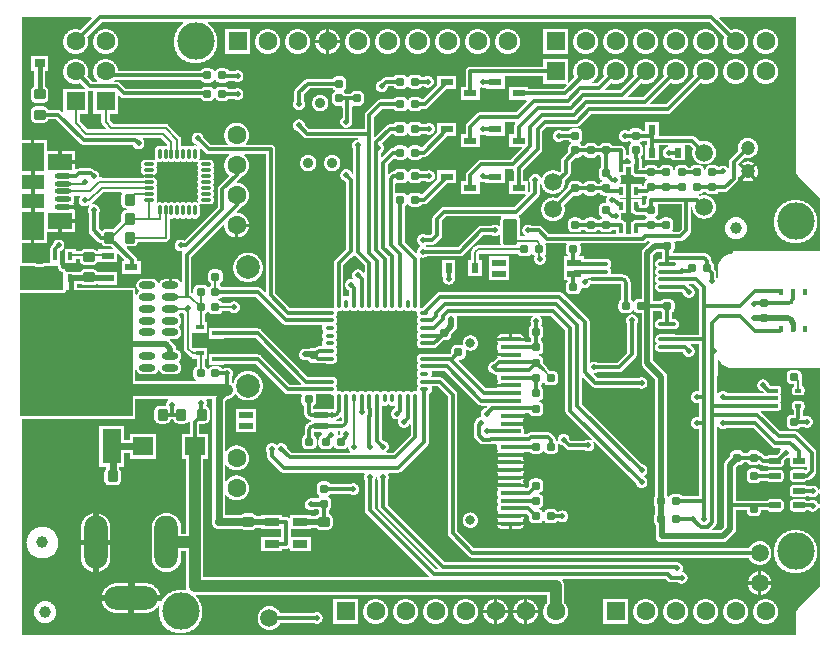
<source format=gtl>
%FSLAX44Y44*%
%MOMM*%
G71*
G01*
G75*
G04 Layer_Physical_Order=1*
G04 Layer_Color=255*
%ADD10C,0.3000*%
%ADD11C,0.2000*%
%ADD12C,0.5000*%
%ADD13C,0.2540*%
%ADD14C,1.5000*%
G04:AMPARAMS|DCode=15|XSize=0.7mm|YSize=0.75mm|CornerRadius=0.175mm|HoleSize=0mm|Usage=FLASHONLY|Rotation=180.000|XOffset=0mm|YOffset=0mm|HoleType=Round|Shape=RoundedRectangle|*
%AMROUNDEDRECTD15*
21,1,0.7000,0.4000,0,0,180.0*
21,1,0.3500,0.7500,0,0,180.0*
1,1,0.3500,-0.1750,0.2000*
1,1,0.3500,0.1750,0.2000*
1,1,0.3500,0.1750,-0.2000*
1,1,0.3500,-0.1750,-0.2000*
%
%ADD15ROUNDEDRECTD15*%
%ADD16R,0.4000X0.6500*%
%ADD17R,0.6300X0.8300*%
%ADD18R,1.1000X0.6000*%
%ADD19O,1.8000X0.4000*%
G04:AMPARAMS|DCode=20|XSize=0.7mm|YSize=0.75mm|CornerRadius=0.175mm|HoleSize=0mm|Usage=FLASHONLY|Rotation=270.000|XOffset=0mm|YOffset=0mm|HoleType=Round|Shape=RoundedRectangle|*
%AMROUNDEDRECTD20*
21,1,0.7000,0.4000,0,0,270.0*
21,1,0.3500,0.7500,0,0,270.0*
1,1,0.3500,-0.2000,-0.1750*
1,1,0.3500,-0.2000,0.1750*
1,1,0.3500,0.2000,0.1750*
1,1,0.3500,0.2000,-0.1750*
%
%ADD20ROUNDEDRECTD20*%
%ADD21O,1.5500X0.3500*%
%ADD22R,1.2000X0.6000*%
G04:AMPARAMS|DCode=23|XSize=1.2mm|YSize=2.2mm|CornerRadius=0.15mm|HoleSize=0mm|Usage=FLASHONLY|Rotation=180.000|XOffset=0mm|YOffset=0mm|HoleType=Round|Shape=RoundedRectangle|*
%AMROUNDEDRECTD23*
21,1,1.2000,1.9000,0,0,180.0*
21,1,0.9000,2.2000,0,0,180.0*
1,1,0.3000,-0.4500,0.9500*
1,1,0.3000,0.4500,0.9500*
1,1,0.3000,0.4500,-0.9500*
1,1,0.3000,-0.4500,-0.9500*
%
%ADD23ROUNDEDRECTD23*%
G04:AMPARAMS|DCode=24|XSize=0.9mm|YSize=1.7mm|CornerRadius=0.1125mm|HoleSize=0mm|Usage=FLASHONLY|Rotation=180.000|XOffset=0mm|YOffset=0mm|HoleType=Round|Shape=RoundedRectangle|*
%AMROUNDEDRECTD24*
21,1,0.9000,1.4750,0,0,180.0*
21,1,0.6750,1.7000,0,0,180.0*
1,1,0.2250,-0.3375,0.7375*
1,1,0.2250,0.3375,0.7375*
1,1,0.2250,0.3375,-0.7375*
1,1,0.2250,-0.3375,-0.7375*
%
%ADD24ROUNDEDRECTD24*%
%ADD25R,0.9000X0.8000*%
G04:AMPARAMS|DCode=26|XSize=1mm|YSize=0.9mm|CornerRadius=0.225mm|HoleSize=0mm|Usage=FLASHONLY|Rotation=180.000|XOffset=0mm|YOffset=0mm|HoleType=Round|Shape=RoundedRectangle|*
%AMROUNDEDRECTD26*
21,1,1.0000,0.4500,0,0,180.0*
21,1,0.5500,0.9000,0,0,180.0*
1,1,0.4500,-0.2750,0.2250*
1,1,0.4500,0.2750,0.2250*
1,1,0.4500,0.2750,-0.2250*
1,1,0.4500,-0.2750,-0.2250*
%
%ADD26ROUNDEDRECTD26*%
%ADD27O,0.9000X0.3000*%
%ADD28O,0.3000X0.9000*%
%ADD29R,3.4000X3.3000*%
G04:AMPARAMS|DCode=30|XSize=1mm|YSize=0.9mm|CornerRadius=0.225mm|HoleSize=0mm|Usage=FLASHONLY|Rotation=270.000|XOffset=0mm|YOffset=0mm|HoleType=Round|Shape=RoundedRectangle|*
%AMROUNDEDRECTD30*
21,1,1.0000,0.4500,0,0,270.0*
21,1,0.5500,0.9000,0,0,270.0*
1,1,0.4500,-0.2250,-0.2750*
1,1,0.4500,-0.2250,0.2750*
1,1,0.4500,0.2250,0.2750*
1,1,0.4500,0.2250,-0.2750*
%
%ADD30ROUNDEDRECTD30*%
%ADD31R,1.9000X1.1750*%
%ADD32R,1.9000X2.3750*%
%ADD33O,1.3800X0.4500*%
%ADD34R,2.1000X1.3750*%
%ADD35C,1.0000*%
%ADD36R,0.8000X0.4000*%
%ADD37R,1.6000X3.0000*%
%ADD38R,5.8000X6.2000*%
%ADD39R,1.7000X1.6000*%
%ADD40O,0.8000X0.3500*%
%ADD41O,0.3500X0.8000*%
%ADD42R,6.4000X6.4000*%
%ADD43R,1.3000X0.7000*%
G04:AMPARAMS|DCode=44|XSize=0.55mm|YSize=0.95mm|CornerRadius=0.0688mm|HoleSize=0mm|Usage=FLASHONLY|Rotation=270.000|XOffset=0mm|YOffset=0mm|HoleType=Round|Shape=RoundedRectangle|*
%AMROUNDEDRECTD44*
21,1,0.5500,0.8125,0,0,270.0*
21,1,0.4125,0.9500,0,0,270.0*
1,1,0.1375,-0.4063,-0.2062*
1,1,0.1375,-0.4063,0.2062*
1,1,0.1375,0.4063,0.2062*
1,1,0.1375,0.4063,-0.2062*
%
%ADD44ROUNDEDRECTD44*%
%ADD45R,0.4500X0.6000*%
G04:AMPARAMS|DCode=46|XSize=0.55mm|YSize=0.3mm|CornerRadius=0.0375mm|HoleSize=0mm|Usage=FLASHONLY|Rotation=180.000|XOffset=0mm|YOffset=0mm|HoleType=Round|Shape=RoundedRectangle|*
%AMROUNDEDRECTD46*
21,1,0.5500,0.2250,0,0,180.0*
21,1,0.4750,0.3000,0,0,180.0*
1,1,0.0750,-0.2375,0.1125*
1,1,0.0750,0.2375,0.1125*
1,1,0.0750,0.2375,-0.1125*
1,1,0.0750,-0.2375,-0.1125*
%
%ADD46ROUNDEDRECTD46*%
%ADD47R,0.6500X1.3500*%
%ADD48O,1.4000X0.6000*%
%ADD49C,0.4000*%
%ADD50C,0.6000*%
%ADD51C,0.6300*%
%ADD52C,0.4500*%
%ADD53C,1.0000*%
%ADD54C,0.8000*%
%ADD55C,0.3500*%
%ADD56C,0.7000*%
%ADD57C,1.6000*%
%ADD58R,1.6000X1.6000*%
%ADD59C,0.8890*%
%ADD60C,0.8000*%
%ADD61R,1.6000X1.6000*%
%ADD62O,4.5000X2.0000*%
%ADD63O,2.0000X4.5000*%
%ADD64C,1.2000*%
%ADD65C,3.1750*%
%ADD66C,2.0000*%
%ADD67C,0.5000*%
%ADD68C,0.6600*%
G36*
X563991Y349660D02*
X561340Y347009D01*
X556402D01*
X556260Y347170D01*
X555920Y347919D01*
X556129Y348157D01*
X556438Y348620D01*
X556685Y349120D01*
X556864Y349648D01*
X556973Y350194D01*
X557009Y350750D01*
Y354750D01*
X556973Y355306D01*
X556864Y355852D01*
X556685Y356380D01*
X556438Y356880D01*
X556129Y357343D01*
X555762Y357762D01*
X555343Y358129D01*
X554879Y358438D01*
X554380Y358685D01*
X553852Y358864D01*
X553306Y358973D01*
X552750Y359009D01*
X549250D01*
X548694Y358973D01*
X548148Y358864D01*
X547620Y358685D01*
X547120Y358438D01*
X546657Y358129D01*
X546238Y357762D01*
X545871Y357343D01*
X545561Y356880D01*
X545502Y356759D01*
X543498D01*
X543438Y356880D01*
X543129Y357343D01*
X542762Y357762D01*
X542343Y358129D01*
X541880Y358438D01*
X541755Y358500D01*
Y359500D01*
X541880Y359562D01*
X542343Y359871D01*
X542762Y360238D01*
X543129Y360657D01*
X543438Y361120D01*
X543685Y361620D01*
X543864Y362148D01*
X543973Y362694D01*
X544009Y363250D01*
Y367250D01*
X543973Y367806D01*
X543864Y368352D01*
X543685Y368880D01*
X543555Y369142D01*
X543891Y369682D01*
X544354Y369991D01*
X563991D01*
Y349660D01*
D02*
G37*
G36*
X90275Y379944D02*
X90451Y379604D01*
X90222Y379281D01*
X89964Y378814D01*
X89760Y378321D01*
X89612Y377809D01*
X89522Y377283D01*
X89493Y376750D01*
Y371250D01*
X89522Y370717D01*
X89612Y370191D01*
X89760Y369679D01*
X89964Y369186D01*
X90222Y368719D01*
X90531Y368284D01*
X90886Y367886D01*
X91284Y367530D01*
X91719Y367222D01*
X92186Y366964D01*
X92679Y366759D01*
X93191Y366612D01*
X93717Y366522D01*
X94117Y366500D01*
Y365500D01*
X93717Y365478D01*
X93191Y365388D01*
X92679Y365241D01*
X92186Y365036D01*
X91719Y364778D01*
X91284Y364470D01*
X90886Y364114D01*
X90531Y363716D01*
X90222Y363281D01*
X89964Y362814D01*
X89760Y362321D01*
X89612Y361809D01*
X89522Y361283D01*
X89493Y360750D01*
Y355953D01*
X82901Y349361D01*
X82809Y349388D01*
X82283Y349478D01*
X81750Y349507D01*
X77250D01*
X76717Y349478D01*
X76191Y349388D01*
X75679Y349240D01*
X75186Y349036D01*
X74719Y348778D01*
X74284Y348470D01*
X73886Y348114D01*
X73530Y347716D01*
X73479Y347644D01*
X72483Y347560D01*
X70299Y349744D01*
Y362316D01*
X70490Y362586D01*
X70762Y363077D01*
X70977Y363596D01*
X71132Y364136D01*
X71226Y364689D01*
X71258Y365250D01*
X71226Y365811D01*
X71132Y366364D01*
X70977Y366904D01*
X70762Y367423D01*
X70490Y367914D01*
X70165Y368372D01*
X69791Y368791D01*
X69372Y369165D01*
X68914Y369490D01*
X68423Y369762D01*
X67904Y369977D01*
X67364Y370132D01*
X66811Y370226D01*
X66250Y370258D01*
X65689Y370226D01*
X65502Y370195D01*
X65044Y371083D01*
X74453Y380493D01*
X89662D01*
X90275Y379944D01*
D02*
G37*
G36*
X410491Y344120D02*
Y337500D01*
X410526Y336977D01*
X410628Y336463D01*
X410676Y336320D01*
X410094Y335508D01*
X392198D01*
Y335508D01*
X391555Y335476D01*
X390919Y335382D01*
X390295Y335226D01*
X389689Y335009D01*
X389108Y334734D01*
X388556Y334403D01*
X388039Y334020D01*
X387562Y333588D01*
X387130Y333111D01*
X386747Y332594D01*
X386416Y332042D01*
X386141Y331461D01*
X385924Y330855D01*
X385768Y330231D01*
X385674Y329595D01*
X385642Y328952D01*
X385643D01*
Y322650D01*
X383500D01*
Y309350D01*
X394800D01*
Y322650D01*
X392658D01*
Y328493D01*
X424878D01*
X425061Y328120D01*
X425371Y327657D01*
X425738Y327238D01*
X426157Y326871D01*
X426620Y326562D01*
X427120Y326315D01*
X427648Y326136D01*
X428194Y326027D01*
X428750Y325991D01*
X432750D01*
X433306Y326027D01*
X433852Y326136D01*
X434380Y326315D01*
X434879Y326562D01*
X435343Y326871D01*
X435762Y327238D01*
X436129Y327657D01*
X436438Y328120D01*
X436500Y328245D01*
X437500D01*
X437561Y328120D01*
X437871Y327657D01*
X438238Y327238D01*
X438657Y326871D01*
X439120Y326562D01*
X439411Y326418D01*
X439488Y326173D01*
X439273Y325654D01*
X439118Y325114D01*
X439024Y324561D01*
X438992Y324000D01*
X439024Y323439D01*
X439118Y322886D01*
X439273Y322346D01*
X439488Y321827D01*
X439760Y321336D01*
X440085Y320878D01*
X440459Y320459D01*
X440878Y320085D01*
X441336Y319760D01*
X441827Y319488D01*
X442346Y319273D01*
X442886Y319118D01*
X443439Y319024D01*
X444000Y318992D01*
X444561Y319024D01*
X445114Y319118D01*
X445654Y319273D01*
X446173Y319488D01*
X446664Y319760D01*
X447122Y320085D01*
X447541Y320459D01*
X447915Y320878D01*
X448240Y321336D01*
X448512Y321827D01*
X448727Y322346D01*
X448882Y322886D01*
X448976Y323439D01*
X449008Y324000D01*
X448976Y324561D01*
X448882Y325114D01*
X448727Y325654D01*
X448512Y326173D01*
X448240Y326664D01*
X447997Y327007D01*
X448262Y327238D01*
X448629Y327657D01*
X448938Y328120D01*
X449185Y328620D01*
X449364Y329148D01*
X449473Y329694D01*
X449509Y330250D01*
Y333750D01*
X449473Y334306D01*
X449364Y334852D01*
X449185Y335380D01*
X448938Y335880D01*
X448629Y336343D01*
X448580Y336399D01*
X449080Y337265D01*
X449277Y337226D01*
X449800Y337191D01*
X465903D01*
X466796Y336409D01*
X466849Y336310D01*
X466562Y335880D01*
X466315Y335380D01*
X466136Y334852D01*
X466027Y334306D01*
X465991Y333750D01*
Y330250D01*
X466027Y329694D01*
X466136Y329148D01*
X466315Y328620D01*
X466562Y328120D01*
X466871Y327657D01*
X467238Y327238D01*
X467583Y326936D01*
X467432Y326534D01*
X467075Y326000D01*
X464000D01*
Y315000D01*
Y306000D01*
X467075D01*
X467432Y305466D01*
X467583Y305064D01*
X467238Y304762D01*
X466871Y304343D01*
X466562Y303880D01*
X466315Y303380D01*
X466136Y302852D01*
X466027Y302306D01*
X465991Y301750D01*
Y298250D01*
X466027Y297694D01*
X466136Y297148D01*
X466315Y296620D01*
X466562Y296120D01*
X466871Y295657D01*
X467238Y295238D01*
X467657Y294871D01*
X468120Y294562D01*
X468620Y294315D01*
X469148Y294136D01*
X469694Y294027D01*
X470250Y293991D01*
X474250D01*
X474806Y294027D01*
X475352Y294136D01*
X475880Y294315D01*
X476380Y294562D01*
X476843Y294871D01*
X477262Y295238D01*
X477629Y295657D01*
X477938Y296120D01*
X478185Y296620D01*
X478364Y297148D01*
X478473Y297694D01*
X478509Y298250D01*
Y298595D01*
X479287Y299691D01*
X479370Y299741D01*
X479827Y299488D01*
X480346Y299273D01*
X480886Y299118D01*
X481439Y299024D01*
X482000Y298992D01*
X482561Y299024D01*
X483114Y299118D01*
X483654Y299273D01*
X484173Y299488D01*
X484664Y299760D01*
X485122Y300085D01*
X485541Y300459D01*
X485915Y300878D01*
X486240Y301336D01*
X486512Y301827D01*
X486727Y302346D01*
X486751Y302429D01*
X487148Y302636D01*
X487694Y302527D01*
X488250Y302491D01*
X500250D01*
X500806Y302527D01*
X501352Y302636D01*
X501663Y302741D01*
X512741D01*
Y289498D01*
X512620Y289438D01*
X512157Y289129D01*
X511738Y288762D01*
X511371Y288343D01*
X511062Y287880D01*
X510815Y287380D01*
X510636Y286852D01*
X510527Y286306D01*
X510491Y285750D01*
Y282250D01*
X510527Y281694D01*
X510636Y281148D01*
X510815Y280620D01*
X511062Y280120D01*
X511371Y279657D01*
X511738Y279238D01*
X512157Y278871D01*
X512620Y278561D01*
X513120Y278315D01*
X513648Y278136D01*
X514194Y278027D01*
X514750Y277991D01*
X518750D01*
X519306Y278027D01*
X519852Y278136D01*
X520380Y278315D01*
X520880Y278561D01*
X521343Y278871D01*
X521762Y279238D01*
X522129Y279657D01*
X522439Y280120D01*
X522500Y280245D01*
X523500D01*
X523562Y280120D01*
X523871Y279657D01*
X524238Y279238D01*
X524657Y278871D01*
X525120Y278561D01*
X525620Y278315D01*
X526148Y278136D01*
X526694Y278027D01*
X527250Y277991D01*
X529992D01*
Y236000D01*
X530024Y235439D01*
X530118Y234886D01*
X530273Y234346D01*
X530488Y233827D01*
X530624Y233581D01*
X530760Y233336D01*
X531085Y232878D01*
X531459Y232459D01*
X541742Y222176D01*
Y123765D01*
X541738Y123762D01*
X541371Y123343D01*
X541062Y122879D01*
X540815Y122380D01*
X540636Y121852D01*
X540527Y121306D01*
X540491Y120750D01*
Y117250D01*
X540527Y116694D01*
X540636Y116148D01*
X540815Y115620D01*
X541062Y115120D01*
X541371Y114657D01*
X541738Y114238D01*
X541742Y114235D01*
Y108765D01*
X541738Y108762D01*
X541371Y108343D01*
X541062Y107879D01*
X540815Y107380D01*
X540636Y106852D01*
X540527Y106306D01*
X540491Y105750D01*
Y102250D01*
X540527Y101694D01*
X540636Y101148D01*
X540815Y100620D01*
X541062Y100120D01*
X541371Y99657D01*
X541738Y99238D01*
X541992Y99016D01*
Y95000D01*
Y89000D01*
X541992Y89000D01*
X541992D01*
X542024Y88439D01*
X542118Y87886D01*
X542273Y87346D01*
X542488Y86827D01*
X542760Y86336D01*
X543085Y85878D01*
X543459Y85459D01*
X543878Y85085D01*
X544336Y84760D01*
X544827Y84488D01*
X545346Y84273D01*
X545886Y84118D01*
X546439Y84024D01*
X547000Y83992D01*
X599000D01*
X599561Y84024D01*
X600114Y84118D01*
X600654Y84273D01*
X601173Y84488D01*
X601419Y84624D01*
X601664Y84760D01*
X602122Y85085D01*
X602541Y85459D01*
X608541Y91459D01*
X608915Y91878D01*
X609240Y92336D01*
X609240Y92336D01*
X609240Y92336D01*
X609512Y92827D01*
X609601Y93042D01*
X609727Y93346D01*
X609882Y93886D01*
X609976Y94439D01*
X610008Y95000D01*
X610008Y95000D01*
X610008Y95000D01*
Y95000D01*
Y111241D01*
X618991D01*
Y110250D01*
X619027Y109694D01*
X619136Y109148D01*
X619315Y108620D01*
X619562Y108120D01*
X619871Y107657D01*
X620238Y107238D01*
X620657Y106871D01*
X621120Y106561D01*
X621620Y106315D01*
X622148Y106136D01*
X622694Y106027D01*
X623250Y105991D01*
X626750D01*
X627306Y106027D01*
X627852Y106136D01*
X628380Y106315D01*
X628880Y106561D01*
X629343Y106871D01*
X629762Y107238D01*
X630129Y107657D01*
X630438Y108120D01*
X630685Y108620D01*
X630864Y109148D01*
X630973Y109694D01*
X631009Y110250D01*
Y111241D01*
X636408D01*
X636677Y110927D01*
X637058Y110601D01*
X637486Y110339D01*
X637949Y110147D01*
X638437Y110029D01*
X638937Y109990D01*
X647063D01*
X647563Y110029D01*
X648051Y110147D01*
X648514Y110339D01*
X648942Y110601D01*
X649323Y110927D01*
X649649Y111308D01*
X649911Y111736D01*
X650103Y112199D01*
X650220Y112687D01*
X650260Y113188D01*
Y117312D01*
X650220Y117813D01*
X650103Y118301D01*
X649911Y118764D01*
X649649Y119192D01*
X649323Y119573D01*
X648942Y119899D01*
X648514Y120161D01*
X648051Y120353D01*
X647563Y120471D01*
X647063Y120510D01*
X638937D01*
X638437Y120471D01*
X637949Y120353D01*
X637486Y120161D01*
X637058Y119899D01*
X636677Y119573D01*
X636408Y119259D01*
X610008D01*
Y147676D01*
X611823Y149491D01*
X612750D01*
X613306Y149527D01*
X613852Y149636D01*
X614380Y149815D01*
X614879Y150062D01*
X615343Y150371D01*
X615762Y150738D01*
X616129Y151157D01*
X616438Y151620D01*
X616498Y151741D01*
X619502D01*
X619562Y151620D01*
X619871Y151157D01*
X620238Y150738D01*
X620657Y150371D01*
X621120Y150062D01*
X621620Y149815D01*
X622148Y149636D01*
X622694Y149527D01*
X623250Y149491D01*
X626750D01*
X627306Y149527D01*
X627852Y149636D01*
X628380Y149815D01*
X628880Y150062D01*
X629343Y150371D01*
X629672Y150659D01*
X630165Y150166D01*
X630560Y149820D01*
X630996Y149529D01*
X631466Y149297D01*
X631963Y149128D01*
X632477Y149026D01*
X633000Y148991D01*
X636239D01*
X636351Y148808D01*
X636677Y148427D01*
X637058Y148101D01*
X637486Y147839D01*
X637949Y147647D01*
X638437Y147530D01*
X638937Y147490D01*
X647063D01*
X647563Y147530D01*
X648051Y147647D01*
X648514Y147839D01*
X648942Y148101D01*
X649323Y148427D01*
X649649Y148808D01*
X649911Y149236D01*
X650103Y149699D01*
X650220Y150187D01*
X650260Y150688D01*
Y152591D01*
X652720Y155051D01*
X653114Y155118D01*
X653654Y155273D01*
X654173Y155488D01*
X654664Y155760D01*
X654977Y155982D01*
X655576Y155576D01*
X655786Y155342D01*
X655779Y155313D01*
X655740Y154812D01*
Y150688D01*
X655779Y150187D01*
X655897Y149699D01*
X656089Y149236D01*
X656351Y148808D01*
X656677Y148427D01*
X657058Y148101D01*
X657486Y147839D01*
X657949Y147647D01*
X658437Y147530D01*
X658938Y147490D01*
X667063D01*
X667563Y147530D01*
X668051Y147647D01*
X668514Y147839D01*
X668942Y148101D01*
X669083Y148222D01*
X669991Y147803D01*
Y145660D01*
X669232Y144901D01*
X668942Y145149D01*
X668514Y145411D01*
X668051Y145603D01*
X667563Y145721D01*
X667063Y145760D01*
X658938D01*
X658437Y145721D01*
X657949Y145603D01*
X657486Y145411D01*
X657058Y145149D01*
X656677Y144823D01*
X656351Y144442D01*
X656089Y144014D01*
X655897Y143551D01*
X655779Y143063D01*
X655740Y142563D01*
Y138438D01*
X655779Y137937D01*
X655897Y137450D01*
X656089Y136986D01*
X656351Y136558D01*
X656677Y136177D01*
X657058Y135851D01*
X657486Y135589D01*
X657949Y135397D01*
X658437Y135280D01*
X658938Y135240D01*
X667063D01*
X667563Y135280D01*
X668051Y135397D01*
X668514Y135589D01*
X668942Y135851D01*
X669323Y136177D01*
X669592Y136491D01*
X670500D01*
X671023Y136526D01*
X671537Y136628D01*
X672034Y136797D01*
X672504Y137029D01*
X672940Y137320D01*
X673335Y137666D01*
X676834Y141166D01*
X677180Y141560D01*
X677471Y141996D01*
X677703Y142466D01*
X677872Y142963D01*
X677974Y143477D01*
X678009Y144000D01*
Y160000D01*
X677974Y160523D01*
X677872Y161038D01*
X677703Y161534D01*
X677471Y162004D01*
X677180Y162440D01*
X676834Y162834D01*
X662834Y176835D01*
X662440Y177180D01*
X662004Y177472D01*
X661534Y177703D01*
X661038Y177872D01*
X660523Y177974D01*
X660000Y178009D01*
X647660D01*
X631101Y194568D01*
X631484Y195491D01*
X640871D01*
X640875Y195491D01*
X645625D01*
X646076Y195527D01*
X646516Y195632D01*
X646934Y195805D01*
X647320Y196042D01*
X647664Y196336D01*
X647958Y196680D01*
X648195Y197066D01*
X648368Y197484D01*
X648473Y197924D01*
X648509Y198375D01*
Y200625D01*
X648473Y201076D01*
X648368Y201516D01*
X648195Y201934D01*
X647958Y202320D01*
X647664Y202664D01*
Y202836D01*
X647958Y203180D01*
X648195Y203566D01*
X648368Y203984D01*
X648473Y204424D01*
X648509Y204875D01*
Y207125D01*
X648473Y207576D01*
X648368Y208016D01*
X648195Y208434D01*
X647958Y208820D01*
X647664Y209164D01*
Y209336D01*
X647958Y209680D01*
X648195Y210066D01*
X648368Y210484D01*
X648473Y210924D01*
X648509Y211375D01*
Y213625D01*
X648473Y214076D01*
X648368Y214516D01*
X648195Y214934D01*
X647958Y215320D01*
X647664Y215664D01*
X647320Y215958D01*
X646934Y216195D01*
X646516Y216368D01*
X646076Y216473D01*
X645625Y216509D01*
X640875D01*
X640871Y216509D01*
X639160D01*
X637949Y217720D01*
X637882Y218114D01*
X637727Y218654D01*
X637512Y219173D01*
X637240Y219664D01*
X636915Y220122D01*
X636541Y220541D01*
X636122Y220915D01*
X635664Y221240D01*
X635173Y221512D01*
X634654Y221727D01*
X634114Y221882D01*
X633561Y221976D01*
X633000Y222008D01*
X632439Y221976D01*
X631886Y221882D01*
X631346Y221727D01*
X630827Y221512D01*
X630336Y221240D01*
X629878Y220915D01*
X629459Y220541D01*
X629085Y220122D01*
X628760Y219664D01*
X628488Y219173D01*
X628273Y218654D01*
X628118Y218114D01*
X628024Y217561D01*
X627992Y217000D01*
X628024Y216439D01*
X628118Y215886D01*
X628273Y215346D01*
X628488Y214827D01*
X628760Y214336D01*
X629085Y213878D01*
X629459Y213459D01*
X629878Y213085D01*
X630336Y212760D01*
X630827Y212488D01*
X631346Y212273D01*
X631886Y212118D01*
X632280Y212051D01*
X633399Y210933D01*
X633016Y210009D01*
X602996D01*
X602915Y210122D01*
X602541Y210541D01*
X602122Y210915D01*
X601664Y211240D01*
X601173Y211512D01*
X600654Y211727D01*
X600114Y211882D01*
X599561Y211976D01*
X599000Y212008D01*
X598439Y211976D01*
X597886Y211882D01*
X597346Y211727D01*
X596827Y211512D01*
X596336Y211240D01*
X595878Y210915D01*
X595459Y210541D01*
X595085Y210122D01*
X595014Y210023D01*
X594064Y210335D01*
X594584Y238747D01*
X595563Y238952D01*
X595854Y238321D01*
X596334Y237464D01*
X596880Y236647D01*
X597488Y235876D01*
X598154Y235154D01*
X598876Y234488D01*
X599647Y233880D01*
X600464Y233334D01*
X601321Y232854D01*
X602213Y232443D01*
X603134Y232103D01*
X604080Y231836D01*
X605043Y231644D01*
X606018Y231529D01*
X607000Y231490D01*
D01*
X607000Y231490D01*
D01*
X607060Y231430D01*
Y231140D01*
X680720D01*
Y128783D01*
X679730Y128644D01*
X679727Y128654D01*
X679512Y129173D01*
X679240Y129664D01*
X678915Y130122D01*
X678541Y130541D01*
X678122Y130915D01*
X677664Y131240D01*
X677173Y131512D01*
X676654Y131727D01*
X676114Y131882D01*
X675561Y131976D01*
X675000Y132008D01*
X674439Y131976D01*
X673886Y131882D01*
X673346Y131727D01*
X672827Y131512D01*
X672821Y131509D01*
X669592D01*
X669323Y131823D01*
X668942Y132149D01*
X668514Y132411D01*
X668051Y132603D01*
X667563Y132720D01*
X667063Y132760D01*
X658938D01*
X658437Y132720D01*
X657950Y132603D01*
X657486Y132411D01*
X657058Y132149D01*
X656677Y131823D01*
X656351Y131442D01*
X656089Y131014D01*
X655897Y130550D01*
X655779Y130063D01*
X655740Y129563D01*
Y125437D01*
X655779Y124937D01*
X655897Y124450D01*
X656089Y123986D01*
X656351Y123558D01*
X656677Y123177D01*
X657058Y122851D01*
X657486Y122589D01*
X657950Y122397D01*
X658437Y122280D01*
X658938Y122240D01*
X667063D01*
X667563Y122280D01*
X668051Y122397D01*
X668514Y122589D01*
X668942Y122851D01*
X669323Y123177D01*
X669592Y123491D01*
X671430D01*
X671459Y123459D01*
X671878Y123085D01*
X672336Y122760D01*
X672827Y122488D01*
X673346Y122273D01*
X673886Y122118D01*
X674439Y122024D01*
X675000Y121992D01*
X675561Y122024D01*
X676114Y122118D01*
X676654Y122273D01*
X677173Y122488D01*
X677664Y122760D01*
X678122Y123085D01*
X678541Y123459D01*
X678915Y123878D01*
X679240Y124336D01*
X679512Y124827D01*
X679727Y125346D01*
X679730Y125356D01*
X680720Y125217D01*
Y116783D01*
X679730Y116644D01*
X679727Y116654D01*
X679512Y117173D01*
X679240Y117664D01*
X678915Y118122D01*
X678541Y118541D01*
X678122Y118915D01*
X677664Y119240D01*
X677173Y119512D01*
X676654Y119727D01*
X676114Y119882D01*
X675561Y119976D01*
X675000Y120008D01*
X674439Y119976D01*
X673886Y119882D01*
X673346Y119727D01*
X672827Y119512D01*
X672369Y119259D01*
X669592D01*
X669323Y119573D01*
X668942Y119899D01*
X668514Y120161D01*
X668051Y120353D01*
X667563Y120471D01*
X667063Y120510D01*
X658938D01*
X658437Y120471D01*
X657950Y120353D01*
X657486Y120161D01*
X657058Y119899D01*
X656677Y119573D01*
X656351Y119192D01*
X656089Y118764D01*
X655897Y118301D01*
X655779Y117813D01*
X655740Y117312D01*
Y113188D01*
X655779Y112687D01*
X655897Y112199D01*
X656089Y111736D01*
X656351Y111308D01*
X656677Y110927D01*
X657058Y110601D01*
X657486Y110339D01*
X657950Y110147D01*
X658437Y110029D01*
X658938Y109990D01*
X667063D01*
X667563Y110029D01*
X668051Y110147D01*
X668514Y110339D01*
X668942Y110601D01*
X669323Y110927D01*
X669592Y111241D01*
X671702D01*
X671878Y111085D01*
X672336Y110760D01*
X672827Y110488D01*
X673346Y110273D01*
X673886Y110118D01*
X674439Y110024D01*
X675000Y109992D01*
X675561Y110024D01*
X676114Y110118D01*
X676654Y110273D01*
X677173Y110488D01*
X677664Y110760D01*
X678122Y111085D01*
X678541Y111459D01*
X678915Y111878D01*
X679240Y112336D01*
X679512Y112827D01*
X679727Y113346D01*
X679730Y113356D01*
X680720Y113217D01*
Y45983D01*
X662809Y28071D01*
X662483Y27700D01*
X662208Y27289D01*
X662129Y27129D01*
X660400Y25400D01*
Y5080D01*
X5080D01*
Y187992D01*
X99060D01*
X99452Y188023D01*
X99835Y188115D01*
X100198Y188266D01*
X100534Y188471D01*
X100833Y188727D01*
X101089Y189026D01*
X101294Y189361D01*
X101445Y189725D01*
X101537Y190108D01*
X101568Y190500D01*
Y205491D01*
X129274D01*
X129420Y205226D01*
X129640Y204538D01*
X129298Y204295D01*
X128879Y203921D01*
X128505Y203502D01*
X128180Y203044D01*
X127908Y202553D01*
X127693Y202034D01*
X127538Y201494D01*
X127444Y200941D01*
X127412Y200380D01*
X127420Y200234D01*
X126733Y199508D01*
X122250D01*
X121717Y199478D01*
X121191Y199388D01*
X120679Y199240D01*
X120186Y199036D01*
X119719Y198778D01*
X119284Y198470D01*
X118886Y198114D01*
X118530Y197716D01*
X118222Y197281D01*
X117964Y196814D01*
X117760Y196321D01*
X117612Y195809D01*
X117522Y195283D01*
X117493Y194750D01*
Y189250D01*
X117522Y188717D01*
X117612Y188191D01*
X117760Y187679D01*
X117964Y187186D01*
X118222Y186719D01*
X118530Y186284D01*
X118886Y185886D01*
X119284Y185530D01*
X119719Y185222D01*
X120186Y184964D01*
X120679Y184760D01*
X121191Y184612D01*
X121717Y184522D01*
X122250Y184492D01*
X126750D01*
X127283Y184522D01*
X127809Y184612D01*
X128321Y184760D01*
X128814Y184964D01*
X129281Y185222D01*
X129716Y185530D01*
X130114Y185886D01*
X130470Y186284D01*
X130778Y186719D01*
X131036Y187186D01*
X131241Y187679D01*
X131331Y187991D01*
X133669D01*
X133759Y187679D01*
X133964Y187186D01*
X134222Y186719D01*
X134530Y186284D01*
X134886Y185886D01*
X135284Y185530D01*
X135719Y185222D01*
X136186Y184964D01*
X136679Y184760D01*
X137191Y184612D01*
X137717Y184522D01*
X138250Y184492D01*
X142750D01*
X143283Y184522D01*
X143809Y184612D01*
X144321Y184760D01*
X144814Y184964D01*
X145281Y185222D01*
X145716Y185530D01*
X146114Y185886D01*
X146470Y186284D01*
X146595Y186460D01*
X147537Y186125D01*
X147531Y186040D01*
Y175600D01*
X140540D01*
Y154600D01*
X144031D01*
Y91329D01*
X140300D01*
Y96320D01*
X140261Y97302D01*
X140146Y98277D01*
X139954Y99240D01*
X139687Y100186D01*
X139347Y101107D01*
X138936Y101999D01*
X138456Y102856D01*
X137910Y103673D01*
X137302Y104444D01*
X136636Y105166D01*
X135914Y105832D01*
X135143Y106440D01*
X134326Y106986D01*
X133469Y107466D01*
X132577Y107877D01*
X131656Y108217D01*
X130710Y108484D01*
X129747Y108676D01*
X128771Y108791D01*
X127790Y108830D01*
X126809Y108791D01*
X125833Y108676D01*
X124870Y108484D01*
X123924Y108217D01*
X123003Y107877D01*
X122111Y107466D01*
X121254Y106986D01*
X120437Y106440D01*
X119666Y105832D01*
X118944Y105166D01*
X118278Y104444D01*
X117669Y103673D01*
X117124Y102856D01*
X116644Y101999D01*
X116233Y101107D01*
X115893Y100186D01*
X115626Y99240D01*
X115434Y98277D01*
X115319Y97302D01*
X115280Y96320D01*
Y71320D01*
X115319Y70339D01*
X115434Y69363D01*
X115626Y68400D01*
X115893Y67454D01*
X116233Y66533D01*
X116644Y65641D01*
X117124Y64784D01*
X117669Y63967D01*
X118278Y63196D01*
X118944Y62474D01*
X119666Y61808D01*
X120437Y61199D01*
X121254Y60654D01*
X122111Y60174D01*
X123003Y59763D01*
X123924Y59423D01*
X124870Y59156D01*
X125833Y58964D01*
X126809Y58849D01*
X127790Y58810D01*
X128771Y58849D01*
X129747Y58964D01*
X130710Y59156D01*
X131656Y59423D01*
X132577Y59763D01*
X133469Y60174D01*
X134326Y60654D01*
X135143Y61199D01*
X135914Y61808D01*
X136636Y62474D01*
X137302Y63196D01*
X137910Y63967D01*
X138456Y64784D01*
X138936Y65641D01*
X139347Y66533D01*
X139687Y67454D01*
X139954Y68400D01*
X140146Y69363D01*
X140261Y70339D01*
X140300Y71320D01*
Y76311D01*
X144031D01*
Y47324D01*
X144067Y46588D01*
X144175Y45859D01*
X144354Y45144D01*
X144591Y44483D01*
X144105Y43608D01*
X143287Y43431D01*
X142100Y43627D01*
X140902Y43745D01*
X139700Y43785D01*
X138497Y43745D01*
X137300Y43627D01*
X136113Y43431D01*
X134942Y43158D01*
X133790Y42809D01*
X132664Y42385D01*
X131568Y41889D01*
X130507Y41322D01*
X129486Y40686D01*
X128508Y39985D01*
X127578Y39222D01*
X126700Y38400D01*
X125877Y37522D01*
X125114Y36592D01*
X124413Y35614D01*
X123778Y34592D01*
X123495Y34062D01*
X122775Y34320D01*
X100290D01*
Y24310D01*
X110290D01*
X111271Y24349D01*
X112247Y24464D01*
X113210Y24656D01*
X114156Y24923D01*
X115077Y25263D01*
X115969Y25674D01*
X116826Y26154D01*
X117643Y26700D01*
X118414Y27308D01*
X119136Y27974D01*
X119802Y28696D01*
X120410Y29467D01*
X120956Y30284D01*
X121854Y29781D01*
X121668Y28986D01*
X121472Y27799D01*
X121354Y26602D01*
X121315Y25400D01*
X121354Y24197D01*
X121472Y23000D01*
X121668Y21813D01*
X121941Y20641D01*
X122291Y19490D01*
X122715Y18364D01*
X123211Y17268D01*
X123778Y16207D01*
X124413Y15186D01*
X125114Y14208D01*
X125877Y13278D01*
X126700Y12400D01*
X127578Y11577D01*
X128508Y10814D01*
X129486Y10113D01*
X130507Y9478D01*
X131568Y8911D01*
X132664Y8414D01*
X133790Y7991D01*
X134942Y7641D01*
X136113Y7368D01*
X137300Y7172D01*
X138497Y7054D01*
X139700Y7015D01*
X140902Y7054D01*
X142100Y7172D01*
X143287Y7368D01*
X144458Y7641D01*
X145610Y7991D01*
X146735Y8414D01*
X147831Y8911D01*
X148892Y9478D01*
X149914Y10113D01*
X150892Y10814D01*
X151822Y11577D01*
X152700Y12400D01*
X153522Y13278D01*
X154285Y14208D01*
X154986Y15186D01*
X155622Y16207D01*
X156189Y17268D01*
X156685Y18364D01*
X157109Y19490D01*
X157458Y20641D01*
X157732Y21813D01*
X157927Y23000D01*
X158045Y24197D01*
X158085Y25400D01*
X158045Y26602D01*
X157927Y27799D01*
X157732Y28986D01*
X157458Y30158D01*
X157109Y31309D01*
X156685Y32435D01*
X156189Y33531D01*
X155622Y34592D01*
X154986Y35614D01*
X154285Y36592D01*
X153522Y37522D01*
X152700Y38400D01*
X152528Y38561D01*
X152895Y39491D01*
X449691D01*
Y32747D01*
X449149Y32156D01*
X448591Y31428D01*
X448098Y30655D01*
X447675Y29842D01*
X447324Y28995D01*
X447048Y28120D01*
X446850Y27225D01*
X446730Y26316D01*
X446690Y25400D01*
X446730Y24484D01*
X446850Y23575D01*
X447048Y22680D01*
X447324Y21805D01*
X447675Y20958D01*
X448098Y20145D01*
X448591Y19372D01*
X449149Y18644D01*
X449768Y17968D01*
X450444Y17349D01*
X451172Y16791D01*
X451945Y16298D01*
X452758Y15875D01*
X453605Y15524D01*
X454480Y15248D01*
X455375Y15050D01*
X456284Y14930D01*
X457200Y14890D01*
X458116Y14930D01*
X459025Y15050D01*
X459920Y15248D01*
X460795Y15524D01*
X461642Y15875D01*
X462455Y16298D01*
X463228Y16791D01*
X463956Y17349D01*
X464632Y17968D01*
X465251Y18644D01*
X465809Y19372D01*
X466302Y20145D01*
X466725Y20958D01*
X467076Y21805D01*
X467352Y22680D01*
X467550Y23575D01*
X467670Y24484D01*
X467710Y25400D01*
X467670Y26316D01*
X467550Y27225D01*
X467352Y28120D01*
X467076Y28995D01*
X466725Y29842D01*
X466302Y30655D01*
X465809Y31428D01*
X465251Y32156D01*
X464709Y32747D01*
Y47000D01*
X464673Y47736D01*
X464565Y48465D01*
X464386Y49180D01*
X464137Y49874D01*
X463822Y50540D01*
X463443Y51172D01*
X463005Y51764D01*
X462720Y52077D01*
X463124Y52987D01*
X463128Y52991D01*
X550340D01*
X552165Y51165D01*
X552560Y50820D01*
X552996Y50528D01*
X553466Y50297D01*
X553963Y50128D01*
X554477Y50026D01*
X555000Y49991D01*
X561009D01*
X561336Y49760D01*
X561827Y49488D01*
X562346Y49273D01*
X562886Y49118D01*
X563439Y49024D01*
X564000Y48992D01*
X564561Y49024D01*
X565114Y49118D01*
X565654Y49273D01*
X566173Y49488D01*
X566664Y49760D01*
X567122Y50085D01*
X567541Y50459D01*
X567915Y50878D01*
X568240Y51336D01*
X568512Y51827D01*
X568727Y52346D01*
X568882Y52886D01*
X568976Y53439D01*
X569008Y54000D01*
X568976Y54561D01*
X568882Y55114D01*
X568727Y55654D01*
X568512Y56173D01*
X568240Y56664D01*
X567915Y57122D01*
X567541Y57541D01*
X567122Y57915D01*
X566664Y58240D01*
X566173Y58512D01*
X565654Y58727D01*
X565114Y58882D01*
X564938Y58912D01*
X564504Y59813D01*
X564512Y59827D01*
X564727Y60346D01*
X564882Y60886D01*
X564976Y61439D01*
X565008Y62000D01*
X564976Y62561D01*
X564882Y63114D01*
X564727Y63654D01*
X564512Y64173D01*
X564240Y64664D01*
X563915Y65122D01*
X563541Y65541D01*
X563122Y65915D01*
X562664Y66240D01*
X562173Y66512D01*
X561654Y66727D01*
X561114Y66882D01*
X560561Y66976D01*
X560000Y67008D01*
X559467Y66978D01*
X559000Y67009D01*
X363660D01*
X315009Y115660D01*
Y136009D01*
X315240Y136336D01*
X315512Y136827D01*
X315727Y137346D01*
X315882Y137886D01*
X315976Y138439D01*
X316008Y139000D01*
X315976Y139561D01*
X315882Y140114D01*
X315727Y140654D01*
X315512Y141173D01*
X315240Y141664D01*
X314929Y142103D01*
X314959Y142162D01*
X315888Y142991D01*
X324000D01*
X324523Y143026D01*
X325037Y143128D01*
X325534Y143297D01*
X326004Y143528D01*
X326440Y143820D01*
X326834Y144165D01*
X348834Y166166D01*
X349180Y166560D01*
X349472Y166996D01*
X349703Y167466D01*
X349872Y167962D01*
X349974Y168477D01*
X350009Y169000D01*
Y209629D01*
X350379Y209811D01*
X350843Y210121D01*
X351262Y210488D01*
X351629Y210907D01*
X351939Y211370D01*
X352185Y211870D01*
X352364Y212398D01*
X352473Y212944D01*
X352509Y213500D01*
X352473Y214056D01*
X352364Y214602D01*
X352185Y215130D01*
X352179Y215142D01*
X352707Y215991D01*
X357340D01*
X365991Y207340D01*
Y91485D01*
X365991Y91485D01*
X365991D01*
X366026Y90962D01*
X366128Y90448D01*
X366297Y89951D01*
X366529Y89481D01*
X366820Y89045D01*
X367165Y88651D01*
X383651Y72165D01*
X383651D01*
X383651Y72165D01*
X383651Y72165D01*
Y72165D01*
X384045Y71820D01*
X384481Y71529D01*
X384951Y71297D01*
X385448Y71128D01*
X385962Y71026D01*
X386485Y70991D01*
X620836D01*
X620928Y70770D01*
X621331Y69995D01*
X621801Y69259D01*
X622332Y68566D01*
X622922Y67922D01*
X623566Y67332D01*
X624259Y66801D01*
X624995Y66332D01*
X625770Y65928D01*
X626576Y65594D01*
X627409Y65332D01*
X628262Y65143D01*
X629128Y65029D01*
X630000Y64991D01*
X630872Y65029D01*
X631738Y65143D01*
X632591Y65332D01*
X633424Y65594D01*
X634230Y65928D01*
X635005Y66332D01*
X635741Y66801D01*
X636434Y67332D01*
X637078Y67922D01*
X637668Y68566D01*
X638199Y69259D01*
X638669Y69995D01*
X639072Y70770D01*
X639406Y71576D01*
X639668Y72409D01*
X639857Y73262D01*
X639971Y74128D01*
X640010Y75000D01*
X639971Y75872D01*
X639857Y76738D01*
X639668Y77591D01*
X639406Y78424D01*
X639072Y79230D01*
X638669Y80005D01*
X638199Y80741D01*
X637668Y81434D01*
X637078Y82078D01*
X636434Y82668D01*
X635741Y83199D01*
X635005Y83668D01*
X634230Y84072D01*
X633424Y84406D01*
X632591Y84668D01*
X631738Y84857D01*
X630872Y84971D01*
X630000Y85009D01*
X629128Y84971D01*
X628262Y84857D01*
X627409Y84668D01*
X626576Y84406D01*
X625770Y84072D01*
X624995Y83668D01*
X624259Y83199D01*
X623566Y82668D01*
X622922Y82078D01*
X622332Y81434D01*
X621801Y80741D01*
X621331Y80005D01*
X620928Y79230D01*
X620836Y79009D01*
X388146D01*
X374009Y93146D01*
Y209000D01*
X373974Y209523D01*
X373872Y210037D01*
X373703Y210534D01*
X373471Y211004D01*
X373180Y211440D01*
X372835Y211835D01*
X361834Y222834D01*
X361440Y223180D01*
X361004Y223472D01*
X360534Y223703D01*
X360037Y223872D01*
X359523Y223974D01*
X359000Y224009D01*
X352707D01*
X352179Y224858D01*
X352185Y224870D01*
X352364Y225398D01*
X352473Y225944D01*
X352509Y226500D01*
X352473Y227056D01*
X352364Y227602D01*
X352185Y228130D01*
X352179Y228142D01*
X352707Y228991D01*
X363340D01*
X391366Y200965D01*
X391366D01*
X391366Y200965D01*
X391366Y200965D01*
Y200965D01*
X391760Y200620D01*
X392196Y200329D01*
X392666Y200097D01*
X393162Y199928D01*
X393677Y199826D01*
X394200Y199791D01*
X398816D01*
X399198Y198867D01*
X398280Y197949D01*
X397886Y197882D01*
X397346Y197727D01*
X396827Y197512D01*
X396336Y197240D01*
X395878Y196915D01*
X395459Y196541D01*
X395085Y196122D01*
X394760Y195664D01*
X394488Y195173D01*
X394273Y194654D01*
X394118Y194114D01*
X394024Y193561D01*
X393992Y193000D01*
X394024Y192439D01*
X394118Y191886D01*
X394273Y191346D01*
X394478Y190852D01*
X393946Y190005D01*
X393439Y189976D01*
X392886Y189882D01*
X392346Y189727D01*
X391827Y189512D01*
X391336Y189240D01*
X390878Y188915D01*
X390459Y188541D01*
X390085Y188122D01*
X389760Y187664D01*
X389488Y187173D01*
X389273Y186654D01*
X389118Y186114D01*
X389047Y185700D01*
X388887Y185517D01*
X388820Y185440D01*
X388529Y185004D01*
X388297Y184534D01*
X388128Y184037D01*
X388026Y183523D01*
X387991Y183000D01*
Y175100D01*
X388026Y174577D01*
X388128Y174063D01*
X388297Y173566D01*
X388529Y173096D01*
X388820Y172660D01*
X389165Y172266D01*
X393266Y168165D01*
D01*
X393266Y168165D01*
X393266Y168165D01*
Y168165D01*
X393660Y167820D01*
X394096Y167528D01*
X394566Y167297D01*
X395063Y167128D01*
X395577Y167026D01*
X396101Y166991D01*
X401899D01*
X402423Y167026D01*
X402937Y167128D01*
X403418Y167291D01*
X406381D01*
X407856Y166564D01*
X407918Y166479D01*
X407744Y165967D01*
X407629Y165389D01*
X407590Y164800D01*
X407629Y164211D01*
X407744Y163633D01*
X407934Y163074D01*
X408195Y162545D01*
X408522Y162055D01*
X408911Y161611D01*
Y161489D01*
X408522Y161045D01*
X408195Y160555D01*
X407934Y160026D01*
X407772Y159550D01*
X430428D01*
X430282Y159979D01*
X430343Y160064D01*
X431819Y160791D01*
X435281D01*
X435371Y160657D01*
X435738Y160238D01*
X436157Y159871D01*
X436620Y159562D01*
X437120Y159315D01*
X437648Y159136D01*
X438194Y159027D01*
X438750Y158991D01*
X442750D01*
X443306Y159027D01*
X443852Y159136D01*
X444380Y159315D01*
X444880Y159562D01*
X445343Y159871D01*
X445762Y160238D01*
X446129Y160657D01*
X446438Y161120D01*
X446500Y161245D01*
X447500D01*
X447561Y161120D01*
X447871Y160657D01*
X448238Y160238D01*
X448657Y159871D01*
X449120Y159562D01*
X449620Y159315D01*
X450148Y159136D01*
X450694Y159027D01*
X451250Y158991D01*
X455250D01*
X455806Y159027D01*
X456352Y159136D01*
X456880Y159315D01*
X457380Y159562D01*
X457843Y159871D01*
X458262Y160238D01*
X458629Y160657D01*
X458938Y161120D01*
X459185Y161620D01*
X459364Y162148D01*
X459473Y162694D01*
X459509Y163250D01*
Y166750D01*
X459484Y167131D01*
X460287Y167468D01*
X460426Y167496D01*
X460459Y167459D01*
X460878Y167085D01*
X461336Y166760D01*
X461827Y166488D01*
X462346Y166273D01*
X462886Y166118D01*
X463280Y166051D01*
X466166Y163165D01*
X466560Y162820D01*
X466996Y162528D01*
X467466Y162297D01*
X467962Y162128D01*
X468477Y162026D01*
X469000Y161991D01*
X482009D01*
X482336Y161760D01*
X482827Y161488D01*
X483346Y161273D01*
X483886Y161118D01*
X484439Y161024D01*
X485000Y160992D01*
X485561Y161024D01*
X486114Y161118D01*
X486654Y161273D01*
X487173Y161488D01*
X487664Y161760D01*
X488122Y162085D01*
X488541Y162459D01*
X488915Y162878D01*
X489240Y163336D01*
X489512Y163827D01*
X489727Y164346D01*
X489882Y164886D01*
X489976Y165439D01*
X490008Y166000D01*
X489976Y166561D01*
X489882Y167114D01*
X489727Y167654D01*
X489512Y168173D01*
X489240Y168664D01*
X489198Y168724D01*
X489962Y169369D01*
X525051Y134280D01*
X525118Y133886D01*
X525273Y133346D01*
X525488Y132827D01*
X525760Y132336D01*
X526085Y131878D01*
X526459Y131459D01*
X526878Y131085D01*
X527336Y130760D01*
X527827Y130488D01*
X528346Y130273D01*
X528886Y130118D01*
X529439Y130024D01*
X530000Y129992D01*
X530561Y130024D01*
X531114Y130118D01*
X531654Y130273D01*
X532173Y130488D01*
X532664Y130760D01*
X533122Y131085D01*
X533541Y131459D01*
X533915Y131878D01*
X534240Y132336D01*
X534512Y132827D01*
X534727Y133346D01*
X534882Y133886D01*
X534976Y134439D01*
X535008Y135000D01*
X534976Y135561D01*
X534882Y136114D01*
X534727Y136654D01*
X534512Y137173D01*
X534240Y137664D01*
X533915Y138122D01*
X533541Y138541D01*
X533122Y138915D01*
X532664Y139240D01*
X532195Y139500D01*
Y140500D01*
X532664Y140760D01*
X533122Y141085D01*
X533541Y141459D01*
X533915Y141878D01*
X534240Y142336D01*
X534512Y142827D01*
X534727Y143346D01*
X534882Y143886D01*
X534976Y144439D01*
X535008Y145000D01*
X534976Y145561D01*
X534882Y146114D01*
X534727Y146654D01*
X534512Y147173D01*
X534240Y147664D01*
X533915Y148122D01*
X533541Y148541D01*
X533122Y148915D01*
X532664Y149240D01*
X532173Y149512D01*
X531654Y149727D01*
X531114Y149882D01*
X530720Y149949D01*
X479509Y201160D01*
Y223516D01*
X480432Y223899D01*
X488166Y216166D01*
X488560Y215820D01*
X488996Y215529D01*
X489466Y215296D01*
X489963Y215128D01*
X489963Y215128D01*
X489963Y215128D01*
D01*
X489963Y215128D01*
X489963Y215128D01*
X490477Y215026D01*
X491000Y214991D01*
X527009D01*
X527336Y214760D01*
X527827Y214488D01*
X528346Y214273D01*
X528886Y214118D01*
X529439Y214024D01*
X530000Y213992D01*
X530561Y214024D01*
X531114Y214118D01*
X531654Y214273D01*
X532173Y214488D01*
X532664Y214760D01*
X533122Y215085D01*
X533541Y215459D01*
X533915Y215878D01*
X534240Y216336D01*
X534512Y216827D01*
X534727Y217346D01*
X534882Y217886D01*
X534976Y218439D01*
X535008Y219000D01*
X534976Y219561D01*
X534882Y220114D01*
X534727Y220654D01*
X534512Y221173D01*
X534240Y221664D01*
X533915Y222122D01*
X533541Y222541D01*
X533122Y222915D01*
X532664Y223240D01*
X532173Y223512D01*
X531654Y223727D01*
X531114Y223882D01*
X530561Y223976D01*
X530000Y224008D01*
X529439Y223976D01*
X528886Y223882D01*
X528346Y223727D01*
X527827Y223512D01*
X527336Y223240D01*
X527009Y223009D01*
X492660D01*
X489590Y226080D01*
X490000Y226992D01*
X490561Y227024D01*
X491114Y227118D01*
X491654Y227273D01*
X492173Y227488D01*
X492664Y227760D01*
X492991Y227991D01*
X511000D01*
X511523Y228026D01*
X512038Y228128D01*
X512038D01*
X512038Y228128D01*
X512038Y228128D01*
X512534Y228297D01*
X513004Y228528D01*
X513440Y228820D01*
X513834Y229165D01*
X524835Y240166D01*
X525180Y240560D01*
X525471Y240996D01*
X525703Y241466D01*
X525872Y241963D01*
X525974Y242477D01*
X526009Y243000D01*
X526009Y243000D01*
X526009Y243000D01*
Y243000D01*
Y269009D01*
X526240Y269336D01*
X526512Y269827D01*
X526727Y270346D01*
X526882Y270886D01*
X526976Y271439D01*
X527008Y272000D01*
X526976Y272561D01*
X526882Y273114D01*
X526727Y273654D01*
X526512Y274173D01*
X526240Y274664D01*
X525915Y275122D01*
X525541Y275541D01*
X525122Y275915D01*
X524664Y276240D01*
X524173Y276512D01*
X523654Y276727D01*
X523114Y276882D01*
X522561Y276976D01*
X522000Y277008D01*
X521439Y276976D01*
X520886Y276882D01*
X520346Y276727D01*
X519827Y276512D01*
X519336Y276240D01*
X518878Y275915D01*
X518459Y275541D01*
X518085Y275122D01*
X517760Y274664D01*
X517488Y274173D01*
X517273Y273654D01*
X517118Y273114D01*
X517024Y272561D01*
X516992Y272000D01*
X517024Y271439D01*
X517118Y270886D01*
X517273Y270346D01*
X517488Y269827D01*
X517760Y269336D01*
X517991Y269009D01*
Y244660D01*
X509340Y236009D01*
X492991D01*
X492664Y236240D01*
X492173Y236512D01*
X491654Y236727D01*
X491114Y236882D01*
X490561Y236976D01*
X490000Y237008D01*
X489439Y236976D01*
X488886Y236882D01*
X488346Y236727D01*
X487827Y236512D01*
X487336Y236240D01*
X486897Y235929D01*
X486838Y235959D01*
X486009Y236888D01*
Y270500D01*
X485974Y271023D01*
X485957Y271109D01*
X485872Y271537D01*
X485703Y272034D01*
X485471Y272504D01*
X485180Y272940D01*
X484835Y273335D01*
X463335Y294834D01*
X462940Y295180D01*
X462504Y295471D01*
X462034Y295703D01*
X461538Y295872D01*
X461023Y295974D01*
X460500Y296009D01*
X359500D01*
X358977Y295974D01*
X358462Y295872D01*
X357966Y295703D01*
X357496Y295471D01*
X357060Y295180D01*
X356665Y294834D01*
X344590Y282759D01*
X343750D01*
X343446Y282739D01*
X342739Y283446D01*
X342759Y283750D01*
Y288250D01*
X342723Y288806D01*
X342614Y289352D01*
X342509Y289663D01*
Y323500D01*
X342474Y324023D01*
X342372Y324538D01*
X342345Y324616D01*
X342496Y324888D01*
X343041Y325399D01*
X343346Y325273D01*
X343886Y325118D01*
X344439Y325024D01*
X345000Y324992D01*
X345561Y325024D01*
X346114Y325118D01*
X346654Y325273D01*
X347173Y325488D01*
X347664Y325760D01*
X347991Y325991D01*
X376000D01*
X376523Y326026D01*
X377038Y326128D01*
X377534Y326297D01*
X378004Y326529D01*
X378440Y326820D01*
X378834Y327165D01*
X395660Y343991D01*
X403009D01*
X403336Y343760D01*
X403827Y343488D01*
X404346Y343273D01*
X404886Y343118D01*
X405439Y343024D01*
X406000Y342992D01*
X406561Y343024D01*
X407114Y343118D01*
X407654Y343273D01*
X408173Y343488D01*
X408664Y343760D01*
X409122Y344085D01*
X409541Y344459D01*
X409557Y344477D01*
X410491Y344120D01*
D02*
G37*
G36*
X35991Y317000D02*
X36026Y316477D01*
X36128Y315963D01*
X36297Y315466D01*
X36528Y314996D01*
X36820Y314560D01*
X37166Y314165D01*
X37560Y313820D01*
X37996Y313528D01*
X38466Y313297D01*
X38963Y313128D01*
X39477Y313026D01*
X40000Y312991D01*
Y299000D01*
Y297180D01*
X3778D01*
Y318000D01*
X15510D01*
X15657Y317871D01*
X16121Y317561D01*
X16620Y317315D01*
X17148Y317136D01*
X17694Y317027D01*
X18250Y316991D01*
X21750D01*
X22306Y317027D01*
X22852Y317136D01*
X23380Y317315D01*
X23880Y317561D01*
X24343Y317871D01*
X24490Y318000D01*
X35991D01*
Y317000D01*
D02*
G37*
G36*
X536985Y338068D02*
X531459Y332541D01*
X531085Y332122D01*
X530760Y331664D01*
X530624Y331419D01*
X530488Y331173D01*
X530273Y330654D01*
X530118Y330114D01*
X530024Y329561D01*
X529992Y329000D01*
Y290009D01*
X527250D01*
X526694Y289973D01*
X526148Y289864D01*
X525620Y289685D01*
X525120Y289438D01*
X524657Y289129D01*
X524238Y288762D01*
X523871Y288343D01*
X523562Y287880D01*
X523500Y287755D01*
X522500D01*
X522439Y287880D01*
X522129Y288343D01*
X521762Y288762D01*
X521343Y289129D01*
X520880Y289438D01*
X520759Y289498D01*
Y303702D01*
X520758Y303707D01*
X520724Y304394D01*
X520623Y305079D01*
X520455Y305750D01*
X520221Y306402D01*
X519925Y307028D01*
X519569Y307622D01*
X519157Y308179D01*
X518692Y308692D01*
X518179Y309157D01*
X517622Y309569D01*
X517028Y309925D01*
X516402Y310221D01*
X515750Y310455D01*
X515079Y310623D01*
X514394Y310725D01*
X513707Y310758D01*
X513702Y310759D01*
X504707D01*
X504179Y311608D01*
X504185Y311620D01*
X504364Y312148D01*
X504473Y312694D01*
X504509Y313250D01*
X504473Y313806D01*
X504364Y314352D01*
X504185Y314880D01*
X503938Y315380D01*
X503629Y315843D01*
X503262Y316262D01*
Y316738D01*
X503629Y317157D01*
X503938Y317620D01*
X504185Y318120D01*
X504364Y318648D01*
X504473Y319194D01*
X504509Y319750D01*
X504473Y320306D01*
X504364Y320852D01*
X504185Y321380D01*
X503938Y321880D01*
X503629Y322343D01*
X503262Y322762D01*
X502843Y323129D01*
X502380Y323438D01*
X501880Y323685D01*
X501352Y323864D01*
X500806Y323973D01*
X500250Y324009D01*
X488250D01*
X487694Y323973D01*
X487148Y323864D01*
X486837Y323759D01*
X481000D01*
Y326000D01*
X477425D01*
X477068Y326534D01*
X476917Y326936D01*
X477262Y327238D01*
X477629Y327657D01*
X477938Y328120D01*
X478185Y328620D01*
X478364Y329148D01*
X478473Y329694D01*
X478509Y330250D01*
Y333750D01*
X478473Y334306D01*
X478364Y334852D01*
X478185Y335380D01*
X477938Y335880D01*
X477651Y336310D01*
X477704Y336409D01*
X478597Y337191D01*
X531200D01*
X531723Y337226D01*
X532238Y337328D01*
X532238D01*
X532238Y337328D01*
X532238Y337328D01*
X532734Y337497D01*
X533204Y337729D01*
X533640Y338020D01*
X534035Y338366D01*
X534660Y338991D01*
X536603D01*
X536985Y338068D01*
D02*
G37*
G36*
X411443Y359081D02*
X411320Y358940D01*
X411029Y358504D01*
X410797Y358034D01*
X410628Y357537D01*
X410526Y357023D01*
X410491Y356500D01*
Y351880D01*
X409557Y351523D01*
X409541Y351541D01*
X409122Y351915D01*
X408664Y352240D01*
X408173Y352512D01*
X407654Y352727D01*
X407114Y352882D01*
X406561Y352976D01*
X406000Y353008D01*
X405439Y352976D01*
X404886Y352882D01*
X404346Y352727D01*
X403827Y352512D01*
X403336Y352240D01*
X403009Y352009D01*
X394000D01*
X393477Y351974D01*
X392962Y351872D01*
X392466Y351703D01*
X391996Y351471D01*
X391560Y351180D01*
X391166Y350835D01*
X374340Y334009D01*
X347991D01*
X347664Y334240D01*
X347194Y334500D01*
Y335500D01*
X347664Y335760D01*
X347991Y335991D01*
X353000D01*
X353523Y336026D01*
X354038Y336128D01*
X354038D01*
X354038Y336128D01*
X354038Y336128D01*
X354534Y336297D01*
X355004Y336529D01*
X355440Y336820D01*
X355835Y337165D01*
X359835Y341166D01*
X360180Y341560D01*
X360471Y341996D01*
X360471Y341996D01*
X360471Y341996D01*
X360703Y342466D01*
X360872Y342962D01*
X360974Y343477D01*
X361009Y344000D01*
Y356340D01*
X364660Y359991D01*
X411030D01*
X411443Y359081D01*
D02*
G37*
G36*
X494562Y411620D02*
X494871Y411157D01*
X495238Y410738D01*
X495657Y410371D01*
X495991Y410148D01*
Y401852D01*
X495657Y401629D01*
X495238Y401262D01*
X494871Y400843D01*
X494562Y400379D01*
X494315Y399880D01*
X494136Y399352D01*
X494027Y398806D01*
X493991Y398250D01*
Y394250D01*
X494027Y393694D01*
X494136Y393148D01*
X494315Y392620D01*
X494562Y392120D01*
X494871Y391657D01*
X495238Y391238D01*
X495657Y390871D01*
X496120Y390561D01*
X496245Y390500D01*
Y389500D01*
X496120Y389439D01*
X495657Y389129D01*
X495238Y388762D01*
X494871Y388343D01*
X494562Y387879D01*
X494502Y387759D01*
X492498D01*
X492439Y387879D01*
X492129Y388343D01*
X491762Y388762D01*
X491343Y389129D01*
X490880Y389439D01*
X490380Y389685D01*
X489852Y389864D01*
X489306Y389973D01*
X488750Y390009D01*
X485250D01*
X484694Y389973D01*
X484148Y389864D01*
X483620Y389685D01*
X483120Y389439D01*
X482657Y389129D01*
X482238Y388762D01*
X481871Y388343D01*
X481562Y387879D01*
X481502Y387759D01*
X479498D01*
X479439Y387879D01*
X479129Y388343D01*
X478762Y388762D01*
X478343Y389129D01*
X477880Y389439D01*
X477380Y389685D01*
X476852Y389864D01*
X476306Y389973D01*
X475750Y390009D01*
X472250D01*
X471694Y389973D01*
X471148Y389864D01*
X470620Y389685D01*
X470121Y389439D01*
X469657Y389129D01*
X469238Y388762D01*
X468871Y388343D01*
X468562Y387879D01*
X468315Y387380D01*
X468136Y386852D01*
X468027Y386306D01*
X467991Y385750D01*
Y384660D01*
X458645Y375314D01*
X458424Y375406D01*
X457591Y375668D01*
X456738Y375857D01*
X455872Y375971D01*
X455000Y376009D01*
X454128Y375971D01*
X453262Y375857D01*
X452409Y375668D01*
X451576Y375406D01*
X450770Y375072D01*
X449995Y374669D01*
X449259Y374199D01*
X448566Y373668D01*
X447922Y373078D01*
X447332Y372434D01*
X446801Y371741D01*
X446331Y371005D01*
X445928Y370230D01*
X445594Y369423D01*
X445332Y368591D01*
X445143Y367738D01*
X445029Y366872D01*
X444991Y366000D01*
X445029Y365128D01*
X445143Y364262D01*
X445332Y363409D01*
X445594Y362576D01*
X445928Y361770D01*
X446331Y360995D01*
X446801Y360259D01*
X447332Y359566D01*
X447922Y358922D01*
X448566Y358332D01*
X449259Y357801D01*
X449995Y357332D01*
X450770Y356928D01*
X451576Y356594D01*
X452409Y356332D01*
X453262Y356143D01*
X454128Y356029D01*
X455000Y355990D01*
X455872Y356029D01*
X456738Y356143D01*
X457591Y356332D01*
X458424Y356594D01*
X459230Y356928D01*
X460005Y357332D01*
X460741Y357801D01*
X461434Y358332D01*
X462078Y358922D01*
X462668Y359566D01*
X463199Y360259D01*
X463669Y360995D01*
X464072Y361770D01*
X464406Y362576D01*
X464668Y363409D01*
X464857Y364262D01*
X464971Y365128D01*
X465009Y366000D01*
X464971Y366872D01*
X464857Y367738D01*
X464668Y368591D01*
X464406Y369423D01*
X464314Y369645D01*
X472165Y377496D01*
X472250Y377491D01*
X475750D01*
X476306Y377527D01*
X476852Y377636D01*
X477380Y377815D01*
X477880Y378061D01*
X478343Y378371D01*
X478762Y378738D01*
X479129Y379157D01*
X479439Y379620D01*
X479498Y379741D01*
X481502D01*
X481562Y379620D01*
X481871Y379157D01*
X482238Y378738D01*
X482657Y378371D01*
X483120Y378061D01*
X483620Y377815D01*
X484148Y377636D01*
X484694Y377527D01*
X485250Y377491D01*
X488750D01*
X489306Y377527D01*
X489852Y377636D01*
X490380Y377815D01*
X490880Y378061D01*
X491343Y378371D01*
X491762Y378738D01*
X492129Y379157D01*
X492439Y379620D01*
X492498Y379741D01*
X494502D01*
X494562Y379620D01*
X494871Y379157D01*
X495238Y378738D01*
X495657Y378371D01*
X496120Y378061D01*
X496620Y377815D01*
X497148Y377636D01*
X497694Y377527D01*
X498250Y377491D01*
X499628D01*
X500454Y376904D01*
X500616Y376629D01*
X500408Y376253D01*
X500193Y375734D01*
X500038Y375194D01*
X499944Y374641D01*
X499912Y374080D01*
X499944Y373519D01*
X500038Y372966D01*
X500193Y372426D01*
X500229Y372341D01*
X499673Y371509D01*
X498250D01*
X497694Y371473D01*
X497148Y371364D01*
X496620Y371185D01*
X496120Y370938D01*
X495657Y370629D01*
X495238Y370262D01*
X494871Y369843D01*
X494562Y369380D01*
X494315Y368880D01*
X494136Y368352D01*
X494027Y367806D01*
X493991Y367250D01*
Y363250D01*
X494027Y362694D01*
X494136Y362148D01*
X494315Y361620D01*
X494562Y361120D01*
X494871Y360657D01*
X495238Y360238D01*
X495657Y359871D01*
X496120Y359562D01*
X496245Y359500D01*
Y358500D01*
X496120Y358438D01*
X495657Y358129D01*
X495238Y357762D01*
X494871Y357343D01*
X494562Y356880D01*
X494502Y356758D01*
X492498D01*
X492439Y356880D01*
X492129Y357343D01*
X491762Y357762D01*
X491343Y358129D01*
X490880Y358438D01*
X490380Y358685D01*
X489852Y358864D01*
X489306Y358973D01*
X488750Y359009D01*
X485250D01*
X484694Y358973D01*
X484148Y358864D01*
X483620Y358685D01*
X483120Y358438D01*
X482657Y358129D01*
X482238Y357762D01*
X481871Y357343D01*
X481562Y356880D01*
X481502Y356758D01*
X479498D01*
X479439Y356880D01*
X479129Y357343D01*
X478762Y357762D01*
X478343Y358129D01*
X477879Y358438D01*
X477380Y358685D01*
X476852Y358864D01*
X476306Y358973D01*
X475750Y359009D01*
X472250D01*
X471694Y358973D01*
X471148Y358864D01*
X470620Y358685D01*
X470120Y358438D01*
X469657Y358129D01*
X469238Y357762D01*
X468871Y357343D01*
X468562Y356880D01*
X468315Y356380D01*
X468136Y355852D01*
X468027Y355306D01*
X467991Y354750D01*
Y350750D01*
X468027Y350194D01*
X468136Y349648D01*
X468315Y349120D01*
X468562Y348620D01*
X468871Y348157D01*
X469238Y347738D01*
X469657Y347371D01*
X470120Y347062D01*
X470620Y346815D01*
X471148Y346636D01*
X471694Y346527D01*
X472250Y346491D01*
X475750D01*
X476306Y346527D01*
X476852Y346636D01*
X477380Y346815D01*
X477879Y347062D01*
X478343Y347371D01*
X478762Y347738D01*
X479129Y348157D01*
X479439Y348620D01*
X479498Y348741D01*
X481502D01*
X481562Y348620D01*
X481871Y348157D01*
X482238Y347738D01*
X482657Y347371D01*
X483120Y347062D01*
X483620Y346815D01*
X484148Y346636D01*
X484694Y346527D01*
X485250Y346491D01*
X488750D01*
X489306Y346527D01*
X489852Y346636D01*
X490380Y346815D01*
X490880Y347062D01*
X491343Y347371D01*
X491762Y347738D01*
X492129Y348157D01*
X492439Y348620D01*
X492498Y348741D01*
X494502D01*
X494562Y348620D01*
X494871Y348157D01*
X495238Y347738D01*
X495657Y347371D01*
X496120Y347062D01*
X496620Y346815D01*
X497148Y346636D01*
X497694Y346527D01*
X498250Y346491D01*
X501750D01*
X502306Y346527D01*
X502852Y346636D01*
X503380Y346815D01*
X503880Y347062D01*
X504343Y347371D01*
X504762Y347738D01*
X505129Y348157D01*
X505438Y348620D01*
X505498Y348741D01*
X508000D01*
Y345209D01*
X451460D01*
X445835Y350835D01*
X445440Y351180D01*
X445004Y351471D01*
X444534Y351703D01*
X444038Y351872D01*
X443523Y351974D01*
X443000Y352009D01*
X436991D01*
X436664Y352240D01*
X436173Y352512D01*
X435654Y352727D01*
X435114Y352882D01*
X434561Y352976D01*
X434000Y353008D01*
X433439Y352976D01*
X432886Y352882D01*
X432346Y352727D01*
X431827Y352512D01*
X431336Y352240D01*
X430878Y351915D01*
X430459Y351541D01*
X430085Y351122D01*
X429760Y350664D01*
X429488Y350173D01*
X429273Y349654D01*
X429118Y349114D01*
X429024Y348561D01*
X428992Y348000D01*
X429024Y347439D01*
X429118Y346886D01*
X429273Y346346D01*
X429488Y345827D01*
X429760Y345336D01*
X430085Y344878D01*
X430459Y344459D01*
X430878Y344085D01*
X431053Y343960D01*
X430749Y343008D01*
X427509D01*
Y356500D01*
X427474Y357023D01*
X427372Y357537D01*
X427203Y358034D01*
X426972Y358504D01*
X426680Y358940D01*
X426334Y359334D01*
X426036Y359596D01*
X426102Y360594D01*
X426440Y360820D01*
X426834Y361166D01*
X442835Y377165D01*
X443180Y377560D01*
X443471Y377996D01*
X443703Y378466D01*
X443872Y378963D01*
X443974Y379477D01*
X444009Y380000D01*
Y387333D01*
X444796Y387949D01*
X445061Y387883D01*
X445143Y387262D01*
X445332Y386409D01*
X445594Y385577D01*
X445928Y384770D01*
X446331Y383995D01*
X446801Y383259D01*
X447332Y382566D01*
X447922Y381922D01*
X448566Y381332D01*
X449259Y380801D01*
X449995Y380331D01*
X450770Y379928D01*
X451576Y379594D01*
X452409Y379332D01*
X453262Y379143D01*
X454128Y379029D01*
X455000Y378991D01*
X455872Y379029D01*
X456738Y379143D01*
X457591Y379332D01*
X458424Y379594D01*
X459230Y379928D01*
X460005Y380331D01*
X460741Y380801D01*
X461434Y381332D01*
X462078Y381922D01*
X462668Y382566D01*
X463199Y383259D01*
X463669Y383995D01*
X464072Y384770D01*
X464406Y385577D01*
X464668Y386409D01*
X464857Y387262D01*
X464971Y388128D01*
X465009Y389000D01*
X464971Y389872D01*
X464921Y390252D01*
X468834Y394165D01*
X469180Y394560D01*
X469472Y394996D01*
X469703Y395466D01*
X469872Y395962D01*
X469974Y396477D01*
X470009Y397000D01*
X470009Y397000D01*
X470009Y397000D01*
Y397000D01*
Y405399D01*
X474100Y409491D01*
X475750D01*
X476306Y409527D01*
X476852Y409636D01*
X477380Y409815D01*
X477880Y410061D01*
X478343Y410371D01*
X478762Y410738D01*
X479129Y411157D01*
X479439Y411620D01*
X479498Y411741D01*
X481502D01*
X481562Y411620D01*
X481871Y411157D01*
X482238Y410738D01*
X482657Y410371D01*
X483120Y410061D01*
X483620Y409815D01*
X484148Y409636D01*
X484694Y409527D01*
X485250Y409491D01*
X488750D01*
X489306Y409527D01*
X489852Y409636D01*
X490380Y409815D01*
X490880Y410061D01*
X491343Y410371D01*
X491762Y410738D01*
X492129Y411157D01*
X492439Y411620D01*
X492498Y411741D01*
X494502D01*
X494562Y411620D01*
D02*
G37*
G36*
X62362Y466128D02*
X62877Y466026D01*
X63400Y465991D01*
X65700D01*
Y446700D01*
X72692D01*
Y439800D01*
X72723Y439342D01*
X72812Y438892D01*
X72959Y438458D01*
X73162Y438046D01*
X73417Y437665D01*
X73720Y437320D01*
X76608Y434431D01*
X76226Y433507D01*
X61453D01*
X54307Y440653D01*
Y446700D01*
X61300D01*
Y465149D01*
X61667Y465893D01*
X62113Y466213D01*
X62362Y466128D01*
D02*
G37*
G36*
X521000Y401597D02*
Y394750D01*
X522372D01*
X522571Y394523D01*
X522665Y394416D01*
X523060Y394070D01*
X523496Y393778D01*
X523966Y393546D01*
X524463Y393378D01*
X524977Y393276D01*
X525500Y393241D01*
X532502D01*
X532561Y393120D01*
X532871Y392657D01*
X533238Y392238D01*
X533657Y391871D01*
X534120Y391562D01*
X534245Y391500D01*
Y390500D01*
X534120Y390438D01*
X533657Y390129D01*
X533238Y389762D01*
X532871Y389343D01*
X532561Y388880D01*
X532315Y388380D01*
X532136Y387852D01*
X532027Y387306D01*
X531991Y386750D01*
Y385509D01*
X530000D01*
Y387250D01*
X521000D01*
Y375750D01*
X530000D01*
Y377491D01*
X534530D01*
X534788Y376923D01*
X534820Y376440D01*
X534529Y376004D01*
X534296Y375534D01*
X534128Y375037D01*
X534026Y374523D01*
X533991Y374000D01*
Y370852D01*
X533657Y370629D01*
X533238Y370262D01*
X532871Y369843D01*
X532561Y369380D01*
X532502Y369259D01*
X530000D01*
Y374250D01*
X521000D01*
Y362750D01*
X522792D01*
X523086Y362416D01*
X523480Y362070D01*
X523916Y361778D01*
X524386Y361547D01*
X524883Y361378D01*
X525397Y361276D01*
X525920Y361241D01*
X532502D01*
X532561Y361120D01*
X532871Y360657D01*
X533238Y360238D01*
X533657Y359871D01*
X534120Y359562D01*
X534245Y359500D01*
Y358500D01*
X534120Y358438D01*
X533657Y358129D01*
X533238Y357762D01*
X532871Y357343D01*
X532561Y356880D01*
X532502Y356759D01*
X525500D01*
X524977Y356724D01*
X524463Y356622D01*
X523966Y356453D01*
X523496Y356222D01*
X523060Y355930D01*
X522665Y355584D01*
X522372Y355250D01*
X521000D01*
Y345209D01*
X517000D01*
Y355250D01*
X515628D01*
X515335Y355584D01*
X514940Y355930D01*
X514504Y356222D01*
X514034Y356453D01*
X513537Y356622D01*
X513023Y356724D01*
X512872Y356734D01*
X512393Y357612D01*
X512512Y357827D01*
X512727Y358346D01*
X512882Y358886D01*
X512976Y359439D01*
X513008Y360000D01*
X512976Y360561D01*
X512882Y361114D01*
X512727Y361654D01*
X512617Y361918D01*
X512948Y362414D01*
X513556Y362750D01*
X517000D01*
Y374250D01*
X512504D01*
X511949Y375081D01*
X512225Y375750D01*
X517000D01*
Y387250D01*
X512627D01*
X512247Y387590D01*
X511964Y388138D01*
X512160Y388416D01*
X512432Y388907D01*
X512647Y389426D01*
X512802Y389966D01*
X512896Y390519D01*
X512928Y391080D01*
X512896Y391641D01*
X512802Y392194D01*
X512647Y392734D01*
X512432Y393253D01*
X512160Y393744D01*
X512077Y393862D01*
X512536Y394750D01*
X517000D01*
Y401991D01*
X517997D01*
X517999Y401991D01*
X518001Y401991D01*
X518998D01*
X519521Y402026D01*
X520036Y402128D01*
X520187Y402179D01*
X521000Y401597D01*
D02*
G37*
G36*
X160640Y413726D02*
X161034Y413380D01*
X161470Y413088D01*
X161941Y412857D01*
X162437Y412688D01*
X162437Y412688D01*
X162437Y412688D01*
D01*
X162437Y412688D01*
X162437Y412688D01*
X162952Y412586D01*
X163475Y412551D01*
X180403D01*
X180725Y411604D01*
X180394Y411351D01*
X179718Y410732D01*
X179099Y410056D01*
X178541Y409328D01*
X178048Y408555D01*
X177625Y407742D01*
X177274Y406895D01*
X176998Y406020D01*
X176800Y405125D01*
X176680Y404216D01*
X176640Y403300D01*
X176680Y402384D01*
X176800Y401475D01*
X176998Y400580D01*
X177274Y399705D01*
X177625Y398858D01*
X178048Y398045D01*
X178541Y397272D01*
X179099Y396544D01*
X179718Y395868D01*
X180394Y395249D01*
X180622Y395074D01*
X180687Y394076D01*
X172316Y385705D01*
X171970Y385311D01*
X171679Y384875D01*
X171446Y384404D01*
X171278Y383908D01*
X171176Y383394D01*
X171141Y382870D01*
Y367468D01*
X142962Y339289D01*
X142691D01*
X142364Y339520D01*
X141873Y339792D01*
X141354Y340007D01*
X140814Y340162D01*
X140261Y340256D01*
X139700Y340288D01*
X139139Y340256D01*
X138586Y340162D01*
X138046Y340007D01*
X137527Y339792D01*
X137036Y339520D01*
X136578Y339195D01*
X136159Y338821D01*
X135785Y338402D01*
X135460Y337944D01*
X135188Y337453D01*
X134973Y336934D01*
X134818Y336394D01*
X134724Y335841D01*
X134692Y335280D01*
X134724Y334719D01*
X134818Y334166D01*
X134973Y333626D01*
X135188Y333107D01*
X135460Y332616D01*
X135785Y332158D01*
X136159Y331739D01*
X136578Y331365D01*
X137036Y331040D01*
X137527Y330768D01*
X138046Y330553D01*
X138586Y330398D01*
X139139Y330304D01*
X139700Y330272D01*
X140261Y330304D01*
X140798Y330395D01*
X141342Y329556D01*
X141308Y329506D01*
X141077Y329036D01*
X140908Y328539D01*
X140806Y328025D01*
X140771Y327502D01*
Y316000D01*
Y304521D01*
X139803Y304271D01*
X139604Y304631D01*
X139247Y305135D01*
X138835Y305595D01*
X138375Y306007D01*
X137871Y306364D01*
X137330Y306663D01*
X136759Y306900D01*
X136166Y307071D01*
X135557Y307174D01*
X134940Y307209D01*
X132190D01*
Y301700D01*
X129690D01*
Y307209D01*
X126940D01*
X126323Y307174D01*
X125714Y307071D01*
X125121Y306900D01*
X124550Y306663D01*
X124009Y306364D01*
X123505Y306007D01*
X123045Y305595D01*
X122633Y305135D01*
X122276Y304631D01*
X121977Y304090D01*
X121820Y303711D01*
X120820D01*
X120663Y304090D01*
X120364Y304631D01*
X120007Y305135D01*
X119595Y305595D01*
X119135Y306007D01*
X119094Y306036D01*
X118631Y306364D01*
X118090Y306663D01*
X117519Y306900D01*
X116926Y307071D01*
X116317Y307174D01*
X115700Y307209D01*
X107700D01*
X107083Y307174D01*
X106474Y307071D01*
X105881Y306900D01*
X105310Y306663D01*
X104769Y306364D01*
X104265Y306007D01*
X103805Y305595D01*
X103393Y305135D01*
X103036Y304631D01*
X102737Y304090D01*
X102500Y303519D01*
X102330Y302926D01*
X102226Y302317D01*
X102191Y301700D01*
X102226Y301083D01*
X102330Y300474D01*
X102500Y299881D01*
X102737Y299310D01*
X103036Y298769D01*
X103393Y298265D01*
X103805Y297805D01*
X104265Y297393D01*
X104538Y297200D01*
Y296200D01*
X104265Y296007D01*
X103805Y295595D01*
X103393Y295135D01*
X103036Y294631D01*
X102737Y294090D01*
X102549Y293635D01*
X101568Y293830D01*
Y297180D01*
X101537Y297572D01*
X101445Y297955D01*
X101294Y298319D01*
X101089Y298654D01*
X100833Y298953D01*
X100534Y299209D01*
X100198Y299414D01*
X99835Y299565D01*
X99452Y299657D01*
X99060Y299688D01*
X51650D01*
Y302992D01*
X55791D01*
X55886Y302886D01*
X56284Y302530D01*
X56719Y302222D01*
X57186Y301964D01*
X57679Y301759D01*
X58191Y301612D01*
X58717Y301522D01*
X59250Y301493D01*
X64750D01*
X65283Y301522D01*
X65809Y301612D01*
X66321Y301759D01*
X66814Y301964D01*
X67281Y302222D01*
X67716Y302530D01*
X68114Y302886D01*
X68209Y302992D01*
X70000D01*
Y302000D01*
X86000D01*
Y313000D01*
X79040D01*
X78900Y313008D01*
X68929D01*
X68778Y313281D01*
X68470Y313716D01*
X68114Y314114D01*
X67716Y314470D01*
X67281Y314778D01*
X66814Y315036D01*
X66321Y315240D01*
X65809Y315388D01*
X65283Y315478D01*
X64750Y315508D01*
X59250D01*
X58717Y315478D01*
X58191Y315388D01*
X57679Y315240D01*
X57186Y315036D01*
X56719Y314778D01*
X56284Y314470D01*
X55886Y314114D01*
X55530Y313716D01*
X55222Y313281D01*
X55071Y313008D01*
X51000D01*
Y313250D01*
X42492D01*
X42483Y313302D01*
X42477Y313384D01*
X42450Y313496D01*
X42431Y313609D01*
X42404Y313687D01*
X42385Y313766D01*
X42341Y313873D01*
X42304Y313981D01*
X42266Y314054D01*
X42234Y314130D01*
X42174Y314228D01*
X42121Y314330D01*
X42072Y314395D01*
X42029Y314465D01*
X41954Y314553D01*
X41885Y314645D01*
X41827Y314702D01*
X41773Y314765D01*
X41686Y314839D01*
X41603Y314919D01*
X41536Y314967D01*
X41474Y315020D01*
X41376Y315080D01*
X41282Y315147D01*
X41209Y315183D01*
X41139Y315226D01*
X41032Y315270D01*
X40929Y315321D01*
X40851Y315345D01*
X40775Y315376D01*
X40663Y315403D01*
X40553Y315437D01*
X40472Y315449D01*
X40392Y315468D01*
X40278Y315477D01*
X40164Y315494D01*
X39805Y315517D01*
X39613Y315555D01*
X39428Y315618D01*
X39252Y315705D01*
X39090Y315814D01*
X38942Y315943D01*
X38814Y316090D01*
X38705Y316252D01*
X38618Y316428D01*
X38556Y316613D01*
X38517Y316805D01*
X38499Y317082D01*
Y318000D01*
X38468Y318392D01*
X38376Y318775D01*
X38226Y319139D01*
X38020Y319474D01*
X37765Y319773D01*
X37465Y320029D01*
X38000Y320750D01*
X38000D01*
Y330632D01*
X38074Y330653D01*
X38593Y330868D01*
X39084Y331140D01*
X39542Y331465D01*
X39961Y331839D01*
X40335Y332258D01*
X40660Y332716D01*
X40932Y333207D01*
X41147Y333726D01*
X41302Y334266D01*
X41396Y334819D01*
X41428Y335380D01*
X41396Y335941D01*
X41302Y336494D01*
X41147Y337034D01*
X40932Y337553D01*
X40660Y338044D01*
X40335Y338502D01*
X39961Y338921D01*
X39542Y339295D01*
X39084Y339620D01*
X38593Y339892D01*
X38074Y340107D01*
X37534Y340262D01*
X36981Y340356D01*
X36420Y340388D01*
X35859Y340356D01*
X35306Y340262D01*
X34766Y340107D01*
X34247Y339892D01*
X33756Y339620D01*
X33298Y339295D01*
X32879Y338921D01*
X32505Y338502D01*
X32180Y338044D01*
X31908Y337553D01*
X31693Y337034D01*
X31538Y336494D01*
X31471Y336100D01*
X30666Y335294D01*
X30320Y334900D01*
X30029Y334464D01*
X29797Y333994D01*
X29628Y333498D01*
X29526Y332983D01*
X29491Y332460D01*
Y332250D01*
X29000D01*
Y321215D01*
X29000Y321215D01*
X29000Y321215D01*
X29000Y320750D01*
X28758Y320508D01*
X24490D01*
X24375Y320499D01*
X24260Y320497D01*
X24179Y320483D01*
X24097Y320477D01*
X23986Y320450D01*
X23872Y320430D01*
X23795Y320404D01*
X23715Y320385D01*
X23609Y320341D01*
X23500Y320304D01*
X23427Y320266D01*
X23351Y320234D01*
X23253Y320174D01*
X23152Y320121D01*
X23086Y320072D01*
X23016Y320029D01*
X22929Y319954D01*
X22836Y319885D01*
X22813Y319865D01*
X22623Y319738D01*
X22418Y319637D01*
X22202Y319564D01*
X21978Y319519D01*
X21668Y319499D01*
X18332D01*
X18022Y319519D01*
X17798Y319564D01*
X17582Y319637D01*
X17377Y319738D01*
X17187Y319865D01*
X17164Y319885D01*
X17072Y319954D01*
X16984Y320029D01*
X16914Y320072D01*
X16848Y320121D01*
X16747Y320174D01*
X16649Y320234D01*
X16573Y320266D01*
X16500Y320304D01*
X16392Y320341D01*
X16285Y320385D01*
X16205Y320404D01*
X16128Y320430D01*
X16014Y320450D01*
X15903Y320477D01*
X15821Y320483D01*
X15740Y320497D01*
X15625Y320499D01*
X15510Y320508D01*
X5080D01*
Y337625D01*
X12978D01*
Y352000D01*
X15978D01*
Y337625D01*
X26478D01*
Y346625D01*
X35978D01*
Y356000D01*
X37478D01*
Y357500D01*
X50478D01*
Y365375D01*
X50429D01*
X49879Y365679D01*
X49526Y366207D01*
X49619Y366429D01*
X49639Y366500D01*
X40478D01*
Y369500D01*
X49639D01*
X49619Y369571D01*
X49414Y370064D01*
X49156Y370531D01*
X48848Y370966D01*
X48594Y371250D01*
X48848Y371534D01*
X49156Y371969D01*
X49414Y372436D01*
X49619Y372929D01*
X49766Y373441D01*
X49856Y373967D01*
X49886Y374500D01*
X49856Y375033D01*
X49766Y375559D01*
X49619Y376071D01*
X49414Y376564D01*
X49377Y376631D01*
X49885Y377492D01*
X54165D01*
X54574Y376580D01*
X54505Y376502D01*
X54180Y376044D01*
X53908Y375553D01*
X53693Y375034D01*
X53538Y374494D01*
X53444Y373941D01*
X53412Y373380D01*
X53444Y372819D01*
X53538Y372266D01*
X53693Y371726D01*
X53908Y371207D01*
X54180Y370716D01*
X54505Y370258D01*
X54879Y369839D01*
X55298Y369465D01*
X55756Y369140D01*
X56247Y368868D01*
X56766Y368653D01*
X57306Y368498D01*
X57859Y368404D01*
X58420Y368372D01*
X58981Y368404D01*
X59534Y368498D01*
X60074Y368653D01*
X60593Y368868D01*
X61084Y369140D01*
X61542Y369465D01*
X61731Y369633D01*
X62347Y369494D01*
X62867Y369030D01*
X62897Y368959D01*
X62709Y368791D01*
X62335Y368372D01*
X62010Y367914D01*
X61738Y367423D01*
X61523Y366904D01*
X61368Y366364D01*
X61274Y365811D01*
X61242Y365250D01*
X61274Y364689D01*
X61368Y364136D01*
X61523Y363596D01*
X61738Y363077D01*
X61781Y363000D01*
Y347980D01*
X61817Y347424D01*
X61835Y347333D01*
X61926Y346878D01*
X62105Y346350D01*
X62351Y345850D01*
X62661Y345387D01*
X63028Y344968D01*
X69008Y338988D01*
X69232Y338793D01*
X69427Y338621D01*
X69890Y338312D01*
X70390Y338065D01*
X70918Y337886D01*
X71464Y337777D01*
X72020Y337741D01*
X72742D01*
X72759Y337679D01*
X72964Y337186D01*
X73222Y336719D01*
X73530Y336284D01*
X73886Y335886D01*
X74284Y335530D01*
X74719Y335222D01*
X75186Y334964D01*
X75679Y334759D01*
X76191Y334612D01*
X76717Y334522D01*
X77250Y334492D01*
X80984D01*
X82553Y332924D01*
X82170Y332000D01*
X70000D01*
Y330508D01*
X68618D01*
X68470Y330716D01*
X68114Y331114D01*
X67716Y331470D01*
X67281Y331778D01*
X66814Y332036D01*
X66321Y332240D01*
X65809Y332388D01*
X65283Y332478D01*
X64750Y332508D01*
X59250D01*
X58717Y332478D01*
X58191Y332388D01*
X57679Y332240D01*
X57186Y332036D01*
X56719Y331778D01*
X56284Y331470D01*
X55886Y331114D01*
X55530Y330716D01*
X55382Y330508D01*
X51000D01*
Y332250D01*
X42000D01*
Y320750D01*
X51000D01*
Y323493D01*
X54493D01*
Y323250D01*
X54522Y322717D01*
X54612Y322191D01*
X54759Y321679D01*
X54964Y321186D01*
X55222Y320719D01*
X55530Y320284D01*
X55886Y319886D01*
X56284Y319531D01*
X56719Y319222D01*
X57186Y318964D01*
X57679Y318759D01*
X58191Y318612D01*
X58717Y318522D01*
X59250Y318493D01*
X64750D01*
X65283Y318522D01*
X65809Y318612D01*
X66321Y318759D01*
X66814Y318964D01*
X67281Y319222D01*
X67716Y319531D01*
X68114Y319886D01*
X68470Y320284D01*
X68778Y320719D01*
X68898Y320936D01*
X69884Y321104D01*
X70000Y321000D01*
Y321000D01*
X86000D01*
Y328170D01*
X86924Y328553D01*
X92053Y323424D01*
X91670Y322500D01*
X90000D01*
Y311500D01*
X106000D01*
Y322500D01*
X103159D01*
Y322600D01*
X103123Y323156D01*
X103014Y323702D01*
X102835Y324230D01*
X102589Y324730D01*
X102279Y325193D01*
X101912Y325612D01*
X94185Y333338D01*
X94236Y334249D01*
X94337Y334492D01*
X98750D01*
X99283Y334522D01*
X99809Y334612D01*
X100321Y334759D01*
X100814Y334964D01*
X101281Y335222D01*
X101716Y335530D01*
X102114Y335886D01*
X102470Y336284D01*
X102778Y336719D01*
X103036Y337186D01*
X103240Y337679D01*
X103388Y338191D01*
X103439Y338493D01*
X127000D01*
X127458Y338522D01*
X127908Y338612D01*
X128342Y338759D01*
X128754Y338962D01*
X129135Y339217D01*
X129480Y339520D01*
X129783Y339865D01*
X130038Y340246D01*
X130240Y340658D01*
X130388Y341092D01*
X130478Y341542D01*
X130507Y342000D01*
Y357430D01*
X131280Y358065D01*
X131477Y358026D01*
X132000Y357991D01*
X132523Y358026D01*
X133038Y358128D01*
X133534Y358297D01*
X134004Y358529D01*
X134440Y358820D01*
X134500Y358872D01*
X134560Y358820D01*
X134996Y358529D01*
X135466Y358297D01*
X135962Y358128D01*
X136477Y358026D01*
X137000Y357991D01*
X137523Y358026D01*
X138038Y358128D01*
X138534Y358297D01*
X139004Y358529D01*
X139440Y358820D01*
X139500Y358872D01*
X139560Y358820D01*
X139996Y358529D01*
X140466Y358297D01*
X140962Y358128D01*
X141477Y358026D01*
X142000Y357991D01*
X142523Y358026D01*
X143038Y358128D01*
X143534Y358297D01*
X144004Y358529D01*
X144440Y358820D01*
X144500Y358872D01*
X144560Y358820D01*
X144996Y358529D01*
X145466Y358297D01*
X145962Y358128D01*
X146477Y358026D01*
X147000Y357991D01*
X147523Y358026D01*
X148038Y358128D01*
X148534Y358297D01*
X149004Y358529D01*
X149440Y358820D01*
X149500Y358872D01*
X149560Y358820D01*
X149996Y358529D01*
X150466Y358297D01*
X150962Y358128D01*
X151477Y358026D01*
X152000Y357991D01*
X152523Y358026D01*
X153038Y358128D01*
X153534Y358297D01*
X154004Y358529D01*
X154440Y358820D01*
X154834Y359165D01*
X155180Y359560D01*
X155471Y359996D01*
X155703Y360466D01*
X155872Y360962D01*
X155974Y361477D01*
X156009Y362000D01*
Y368000D01*
X155974Y368523D01*
X155872Y369038D01*
X155703Y369534D01*
X155649Y369643D01*
X156357Y370350D01*
X156466Y370297D01*
X156962Y370128D01*
X157477Y370026D01*
X158000Y369991D01*
X164000D01*
X164523Y370026D01*
X165037Y370128D01*
X165534Y370297D01*
X166004Y370528D01*
X166440Y370820D01*
X166835Y371166D01*
X167180Y371560D01*
X167472Y371996D01*
X167703Y372466D01*
X167872Y372962D01*
X167974Y373477D01*
X168009Y374000D01*
X167974Y374523D01*
X167872Y375037D01*
X167703Y375534D01*
X167472Y376004D01*
X167180Y376440D01*
X167128Y376500D01*
X167180Y376560D01*
X167472Y376996D01*
X167703Y377466D01*
X167872Y377962D01*
X167974Y378477D01*
X168009Y379000D01*
X167974Y379523D01*
X167872Y380037D01*
X167703Y380534D01*
X167472Y381004D01*
X167180Y381440D01*
X167128Y381500D01*
X167180Y381560D01*
X167472Y381996D01*
X167703Y382466D01*
X167872Y382962D01*
X167974Y383477D01*
X168009Y384000D01*
X167974Y384523D01*
X167872Y385037D01*
X167703Y385534D01*
X167472Y386004D01*
X167180Y386440D01*
X167128Y386500D01*
X167180Y386560D01*
X167472Y386996D01*
X167703Y387466D01*
X167872Y387962D01*
X167974Y388477D01*
X168009Y389000D01*
X167974Y389523D01*
X167872Y390037D01*
X167703Y390534D01*
X167472Y391004D01*
X167180Y391440D01*
X167128Y391500D01*
X167180Y391560D01*
X167472Y391996D01*
X167703Y392466D01*
X167872Y392962D01*
X167974Y393477D01*
X168009Y394000D01*
X167974Y394523D01*
X167872Y395037D01*
X167703Y395534D01*
X167472Y396004D01*
X167180Y396440D01*
X167128Y396500D01*
X167180Y396560D01*
X167472Y396996D01*
X167703Y397466D01*
X167872Y397962D01*
X167974Y398477D01*
X168009Y399000D01*
X167974Y399523D01*
X167872Y400037D01*
X167703Y400534D01*
X167472Y401004D01*
X167180Y401440D01*
X167128Y401500D01*
X167180Y401560D01*
X167472Y401996D01*
X167703Y402466D01*
X167872Y402962D01*
X167974Y403477D01*
X168009Y404000D01*
X167974Y404523D01*
X167872Y405037D01*
X167703Y405534D01*
X167472Y406004D01*
X167180Y406440D01*
X166835Y406834D01*
X166440Y407180D01*
X166004Y407472D01*
X165534Y407704D01*
X165037Y407872D01*
X164523Y407974D01*
X164000Y408009D01*
X158000D01*
X157477Y407974D01*
X156962Y407872D01*
X156466Y407704D01*
X156357Y407649D01*
X155649Y408357D01*
X155703Y408466D01*
X155872Y408963D01*
X155974Y409477D01*
X156009Y410000D01*
Y416000D01*
X155974Y416523D01*
X155872Y417038D01*
X155831Y417157D01*
X156681Y417685D01*
X160640Y413726D01*
D02*
G37*
G36*
X211891Y296084D02*
X210968Y295702D01*
X207834Y298834D01*
X207440Y299180D01*
X207004Y299471D01*
X206534Y299703D01*
X206038Y299872D01*
X205523Y299974D01*
X205000Y300009D01*
X174852D01*
X174629Y300343D01*
X174262Y300762D01*
X173843Y301129D01*
X173380Y301439D01*
X172880Y301685D01*
X172757Y301726D01*
Y303274D01*
X172880Y303315D01*
X173380Y303561D01*
X173843Y303871D01*
X174262Y304238D01*
X174629Y304657D01*
X174939Y305120D01*
X175185Y305620D01*
X175364Y306148D01*
X175473Y306694D01*
X175509Y307250D01*
Y310750D01*
X175473Y311306D01*
X175364Y311852D01*
X175185Y312380D01*
X174939Y312880D01*
X174629Y313343D01*
X174262Y313762D01*
X173843Y314129D01*
X173380Y314438D01*
X172880Y314685D01*
X172352Y314864D01*
X171806Y314973D01*
X171250Y315009D01*
X167250D01*
X166694Y314973D01*
X166148Y314864D01*
X165620Y314685D01*
X165120Y314438D01*
X164657Y314129D01*
X164238Y313762D01*
X163871Y313343D01*
X163561Y312880D01*
X163315Y312380D01*
X163136Y311852D01*
X163027Y311306D01*
X162991Y310750D01*
Y307250D01*
X163027Y306694D01*
X163136Y306148D01*
X163315Y305620D01*
X163561Y305120D01*
X163871Y304657D01*
X164238Y304238D01*
X164657Y303871D01*
X165120Y303561D01*
X165620Y303315D01*
X165742Y303274D01*
Y301726D01*
X165620Y301685D01*
X165120Y301439D01*
X164657Y301129D01*
X164238Y300762D01*
X163871Y300343D01*
X163561Y299879D01*
X163500Y299755D01*
X162500D01*
X162439Y299879D01*
X162129Y300343D01*
X161762Y300762D01*
X161343Y301129D01*
X160880Y301439D01*
X160380Y301685D01*
X159852Y301864D01*
X159306Y301973D01*
X158750Y302009D01*
X154750D01*
X154194Y301973D01*
X153648Y301864D01*
X153120Y301685D01*
X152620Y301439D01*
X152157Y301129D01*
X151738Y300762D01*
X151371Y300343D01*
X151061Y299879D01*
X150815Y299380D01*
X150636Y298852D01*
X150527Y298306D01*
X150491Y297750D01*
Y295766D01*
X150010Y295047D01*
X149663Y294831D01*
X148789Y295316D01*
Y325841D01*
X175497Y352550D01*
X176363Y352512D01*
X176644Y352403D01*
X176680Y351584D01*
X176800Y350675D01*
X176998Y349780D01*
X177274Y348905D01*
X177625Y348058D01*
X178048Y347245D01*
X178541Y346472D01*
X179099Y345744D01*
X179718Y345068D01*
X180394Y344449D01*
X181122Y343891D01*
X181895Y343398D01*
X182708Y342975D01*
X183555Y342624D01*
X184430Y342348D01*
X185325Y342150D01*
X185900Y342074D01*
Y352500D01*
X187150D01*
Y353750D01*
X197576D01*
X197500Y354325D01*
X197302Y355220D01*
X197026Y356095D01*
X196675Y356942D01*
X196252Y357755D01*
X195759Y358528D01*
X195201Y359256D01*
X194582Y359932D01*
X193906Y360551D01*
X193178Y361109D01*
X192405Y361602D01*
X191592Y362025D01*
X190745Y362376D01*
X189870Y362652D01*
X188975Y362850D01*
X188066Y362970D01*
X187247Y363006D01*
X187138Y363287D01*
X187100Y364153D01*
X189984Y367037D01*
X190330Y367432D01*
X190621Y367868D01*
X190690Y368007D01*
X190745Y368024D01*
X191592Y368375D01*
X192405Y368798D01*
X193178Y369291D01*
X193906Y369849D01*
X194582Y370468D01*
X195201Y371144D01*
X195759Y371872D01*
X196252Y372645D01*
X196675Y373458D01*
X197026Y374305D01*
X197302Y375180D01*
X197500Y376075D01*
X197620Y376984D01*
X197660Y377900D01*
X197620Y378816D01*
X197500Y379725D01*
X197302Y380620D01*
X197026Y381495D01*
X196675Y382342D01*
X196252Y383155D01*
X195759Y383928D01*
X195201Y384656D01*
X194582Y385332D01*
X193906Y385951D01*
X193178Y386509D01*
X192405Y387002D01*
X191592Y387425D01*
X190745Y387776D01*
X189870Y388052D01*
X188975Y388250D01*
X188066Y388370D01*
X187632Y388389D01*
X187269Y389321D01*
X189984Y392036D01*
X190330Y392430D01*
X190621Y392866D01*
X190621Y392866D01*
D01*
D01*
D01*
X191592Y393775D01*
X192405Y394198D01*
X193178Y394691D01*
X193906Y395249D01*
X194582Y395868D01*
X195201Y396544D01*
X195759Y397272D01*
X196252Y398045D01*
X196675Y398858D01*
X197026Y399705D01*
X197302Y400580D01*
X197500Y401475D01*
X197620Y402384D01*
X197660Y403300D01*
X197620Y404216D01*
X197500Y405125D01*
X197302Y406020D01*
X197026Y406895D01*
X196675Y407742D01*
X196252Y408555D01*
X195759Y409328D01*
X195201Y410056D01*
X194582Y410732D01*
X193906Y411351D01*
X193575Y411604D01*
X193897Y412551D01*
X211891D01*
Y296084D01*
D02*
G37*
G36*
X286827Y327126D02*
X287166Y326739D01*
X295491Y318413D01*
Y312579D01*
X294512Y312173D01*
X294240Y312664D01*
X293915Y313122D01*
X293541Y313541D01*
X293122Y313915D01*
X292664Y314240D01*
X292173Y314512D01*
X291654Y314727D01*
X291114Y314882D01*
X290561Y314976D01*
X290000Y315008D01*
X289439Y314976D01*
X288886Y314882D01*
X288346Y314727D01*
X287827Y314512D01*
X287336Y314240D01*
X286878Y313915D01*
X286459Y313541D01*
X286085Y313122D01*
X285760Y312664D01*
X285488Y312173D01*
X285273Y311654D01*
X285118Y311114D01*
X285024Y310561D01*
X284992Y310000D01*
X285024Y309439D01*
X285118Y308886D01*
X285273Y308346D01*
X285488Y307827D01*
X285546Y307723D01*
X284967Y306907D01*
X284561Y306976D01*
X284000Y307008D01*
X283439Y306976D01*
X282886Y306882D01*
X282346Y306727D01*
X281827Y306512D01*
X281336Y306240D01*
X280878Y305915D01*
X280459Y305541D01*
X280085Y305122D01*
X279760Y304664D01*
X279488Y304173D01*
X279273Y303654D01*
X279118Y303114D01*
X279024Y302561D01*
X278992Y302000D01*
X279024Y301439D01*
X279118Y300886D01*
X279273Y300346D01*
X279488Y299827D01*
X279760Y299336D01*
X280085Y298878D01*
X280459Y298459D01*
X280878Y298085D01*
X281336Y297760D01*
X281827Y297488D01*
X282346Y297273D01*
X282491Y297231D01*
Y292707D01*
X281642Y292179D01*
X281630Y292185D01*
X281102Y292364D01*
X280556Y292473D01*
X280000Y292509D01*
X279444Y292473D01*
X278898Y292364D01*
X278370Y292185D01*
X278358Y292179D01*
X277509Y292707D01*
Y318840D01*
X283754Y325085D01*
X286809Y327126D01*
X286827Y327126D01*
D02*
G37*
G36*
X275342Y189676D02*
X275991Y189088D01*
Y187368D01*
X275940Y186564D01*
X271285Y186530D01*
X271145Y186964D01*
X271607Y187795D01*
X271780Y187838D01*
X272526Y188105D01*
X273242Y188444D01*
X273922Y188851D01*
X274558Y189323D01*
X275077Y189794D01*
X275342Y189676D01*
D02*
G37*
G36*
X99060Y190500D02*
X3778D01*
Y294672D01*
X40000D01*
X40392Y294703D01*
X40775Y294795D01*
X41139Y294946D01*
X41474Y295151D01*
X41773Y295407D01*
X42029Y295706D01*
X42234Y296042D01*
X42385Y296405D01*
X42477Y296788D01*
X42508Y297180D01*
X99060D01*
Y190500D01*
D02*
G37*
G36*
X275276Y177660D02*
X275273Y177654D01*
X275118Y177114D01*
X275024Y176561D01*
X274992Y176000D01*
X275007Y175736D01*
X274500Y175200D01*
X273500D01*
X272993Y175736D01*
X273008Y176000D01*
X272976Y176561D01*
X272882Y177114D01*
X272727Y177654D01*
X272724Y177660D01*
X273280Y178491D01*
X274720D01*
X275276Y177660D01*
D02*
G37*
G36*
X306024Y138439D02*
X306118Y137886D01*
X306273Y137346D01*
X306488Y136827D01*
X306760Y136336D01*
X306991Y136009D01*
Y114000D01*
X307026Y113477D01*
X307128Y112963D01*
X307297Y112466D01*
X307528Y111996D01*
X307820Y111560D01*
X308165Y111166D01*
X357398Y61933D01*
X357016Y61009D01*
X355660D01*
X304009Y112660D01*
Y136009D01*
X304240Y136336D01*
X304512Y136827D01*
X304727Y137346D01*
X304882Y137886D01*
X304976Y138439D01*
X305000Y138860D01*
X306000D01*
X306024Y138439D01*
D02*
G37*
G36*
X595085Y181878D02*
X595459Y181459D01*
X595878Y181085D01*
X596336Y180760D01*
X596827Y180488D01*
X597346Y180273D01*
X597886Y180118D01*
X598439Y180024D01*
X599000Y179992D01*
X599561Y180024D01*
X600114Y180118D01*
X600654Y180273D01*
X601173Y180488D01*
X601664Y180760D01*
X601991Y180991D01*
X624340D01*
X640165Y165166D01*
X640560Y164820D01*
X640996Y164529D01*
X641466Y164296D01*
X641963Y164128D01*
X642477Y164026D01*
X643000Y163991D01*
X647112D01*
X648040Y163162D01*
X648071Y163103D01*
X647760Y162664D01*
X647488Y162173D01*
X647273Y161654D01*
X647118Y161114D01*
X647051Y160720D01*
X644341Y158010D01*
X638937D01*
X638437Y157971D01*
X637949Y157853D01*
X637486Y157661D01*
X637058Y157399D01*
X636677Y157073D01*
X636621Y157009D01*
X634660D01*
X633084Y158584D01*
X632690Y158930D01*
X632254Y159221D01*
X631784Y159453D01*
X631287Y159622D01*
X630773Y159724D01*
X630506Y159742D01*
X630438Y159880D01*
X630129Y160343D01*
X629762Y160762D01*
X629343Y161129D01*
X628880Y161439D01*
X628380Y161685D01*
X627852Y161864D01*
X627306Y161973D01*
X626750Y162009D01*
X623250D01*
X622694Y161973D01*
X622148Y161864D01*
X621620Y161685D01*
X621120Y161439D01*
X620657Y161129D01*
X620238Y160762D01*
X619871Y160343D01*
X619562Y159880D01*
X619502Y159759D01*
X616498D01*
X616438Y159880D01*
X616129Y160343D01*
X615762Y160762D01*
X615343Y161129D01*
X614879Y161439D01*
X614380Y161685D01*
X613852Y161864D01*
X613306Y161973D01*
X612750Y162009D01*
X609250D01*
X608694Y161973D01*
X608148Y161864D01*
X607620Y161685D01*
X607121Y161439D01*
X606657Y161129D01*
X606238Y160762D01*
X605871Y160343D01*
X605561Y159880D01*
X605315Y159380D01*
X605136Y158852D01*
X605027Y158306D01*
X604991Y157750D01*
Y156823D01*
X601459Y153291D01*
X601085Y152872D01*
X600760Y152414D01*
X600624Y152169D01*
X600488Y151923D01*
X600273Y151404D01*
X600118Y150864D01*
X600024Y150311D01*
X599992Y149750D01*
Y97074D01*
X596926Y94008D01*
X589883D01*
X589500Y94932D01*
X592835Y98266D01*
X593180Y98660D01*
X593471Y99096D01*
X593471Y99096D01*
X593471Y99096D01*
X593703Y99566D01*
X593872Y100063D01*
X593974Y100577D01*
X594009Y101101D01*
Y181748D01*
X594961Y182052D01*
X595085Y181878D01*
D02*
G37*
G36*
X262648Y209386D02*
X263194Y209277D01*
X263750Y209241D01*
X267000D01*
Y209000D01*
X268559D01*
X269242Y208270D01*
X269241Y208250D01*
Y203750D01*
X269277Y203194D01*
X269386Y202648D01*
X269491Y202337D01*
Y197093D01*
X268727Y196448D01*
X268561Y196476D01*
X268000Y196508D01*
X267439Y196476D01*
X267000Y197000D01*
Y197000D01*
X252259D01*
Y199502D01*
X252380Y199562D01*
X252843Y199871D01*
X253262Y200238D01*
X253629Y200657D01*
X253939Y201120D01*
X254185Y201620D01*
X254364Y202148D01*
X254473Y202694D01*
X254509Y203250D01*
Y206750D01*
X254473Y207306D01*
X254364Y207852D01*
X254185Y208380D01*
X254056Y208642D01*
X254391Y209182D01*
X254854Y209491D01*
X262337D01*
X262648Y209386D01*
D02*
G37*
G36*
X547157Y329871D02*
X547620Y329562D01*
X547741Y329502D01*
Y325000D01*
Y324009D01*
X545750D01*
X545194Y323973D01*
X544648Y323864D01*
X544120Y323685D01*
X543620Y323438D01*
X543157Y323129D01*
X542738Y322762D01*
X542371Y322343D01*
X542062Y321880D01*
X541815Y321380D01*
X541636Y320852D01*
X541527Y320306D01*
X541491Y319750D01*
X541527Y319194D01*
X541636Y318648D01*
X541815Y318120D01*
X542062Y317620D01*
X542371Y317157D01*
X542738Y316738D01*
Y316262D01*
X542371Y315843D01*
X542062Y315380D01*
X541815Y314880D01*
X541636Y314352D01*
X541527Y313806D01*
X541491Y313250D01*
X541527Y312694D01*
X541636Y312148D01*
X541815Y311620D01*
X542062Y311120D01*
X542371Y310657D01*
X542738Y310238D01*
Y309762D01*
X542371Y309343D01*
X542062Y308880D01*
X541815Y308380D01*
X541636Y307852D01*
X541527Y307306D01*
X541491Y306750D01*
X541527Y306194D01*
X541636Y305648D01*
X541815Y305120D01*
X542062Y304620D01*
X542371Y304157D01*
X542738Y303738D01*
Y303262D01*
X542371Y302843D01*
X542062Y302379D01*
X541815Y301880D01*
X541636Y301352D01*
X541527Y300806D01*
X541491Y300250D01*
X541527Y299694D01*
X541636Y299148D01*
X541815Y298620D01*
X542062Y298120D01*
X542371Y297657D01*
X542738Y297238D01*
X543157Y296871D01*
X543620Y296562D01*
X544120Y296315D01*
X544648Y296136D01*
X545194Y296027D01*
X545750Y295991D01*
X557750D01*
X558306Y296027D01*
X558852Y296136D01*
X559163Y296241D01*
X564090D01*
X565051Y295280D01*
X565118Y294886D01*
X565273Y294346D01*
X565488Y293827D01*
X565760Y293336D01*
X566085Y292878D01*
X566459Y292459D01*
X566878Y292085D01*
X567336Y291760D01*
X567827Y291488D01*
X568346Y291273D01*
X568886Y291118D01*
X569439Y291024D01*
X570000Y290992D01*
X570561Y291024D01*
X571114Y291118D01*
X571654Y291273D01*
X572173Y291488D01*
X572664Y291760D01*
X573122Y292085D01*
X573541Y292459D01*
X573915Y292878D01*
X574240Y293336D01*
X574512Y293827D01*
X574727Y294346D01*
X574882Y294886D01*
X574976Y295439D01*
X575008Y296000D01*
X574976Y296561D01*
X574882Y297114D01*
X574727Y297654D01*
X574512Y298173D01*
X574240Y298664D01*
X573915Y299122D01*
X573541Y299541D01*
X573122Y299915D01*
X572664Y300240D01*
X572173Y300512D01*
X571654Y300727D01*
X571114Y300882D01*
X570720Y300949D01*
X569851Y301817D01*
X570234Y302741D01*
X574590D01*
X578991Y298340D01*
Y284000D01*
X578991Y284000D01*
X578991D01*
Y259759D01*
X559163D01*
X558852Y259864D01*
X558306Y259973D01*
X557750Y260009D01*
X545750D01*
X545194Y259973D01*
X544648Y259864D01*
X544120Y259685D01*
X543620Y259438D01*
X543157Y259129D01*
X542738Y258762D01*
X542371Y258343D01*
X542062Y257880D01*
X541815Y257380D01*
X541636Y256852D01*
X541527Y256306D01*
X541491Y255750D01*
X541527Y255194D01*
X541636Y254648D01*
X541815Y254120D01*
X542062Y253620D01*
X542371Y253157D01*
X542738Y252738D01*
Y252262D01*
X542371Y251843D01*
X542062Y251380D01*
X541815Y250880D01*
X541636Y250352D01*
X541527Y249806D01*
X541491Y249250D01*
X541527Y248694D01*
X541636Y248148D01*
X541815Y247620D01*
X542062Y247120D01*
X542371Y246657D01*
X542738Y246238D01*
X543157Y245871D01*
X543620Y245562D01*
X544120Y245315D01*
X544648Y245136D01*
X545194Y245027D01*
X545750Y244991D01*
X557750D01*
X558306Y245027D01*
X558852Y245136D01*
X559163Y245241D01*
X565057D01*
X565118Y244886D01*
X565273Y244346D01*
X565488Y243827D01*
X565760Y243336D01*
X566085Y242878D01*
X566459Y242459D01*
X566878Y242085D01*
X567336Y241760D01*
X567827Y241488D01*
X568346Y241273D01*
X568886Y241118D01*
X569439Y241024D01*
X570000Y240992D01*
X570561Y241024D01*
X571114Y241118D01*
X571654Y241273D01*
X572173Y241488D01*
X572664Y241760D01*
X573122Y242085D01*
X573541Y242459D01*
X573915Y242878D01*
X574240Y243336D01*
X574512Y243827D01*
X574727Y244346D01*
X574882Y244886D01*
X574976Y245439D01*
X575008Y246000D01*
X574976Y246561D01*
X574882Y247114D01*
X574727Y247654D01*
X574512Y248173D01*
X574240Y248664D01*
X573915Y249122D01*
X573541Y249541D01*
X573122Y249915D01*
X572664Y250240D01*
X572173Y250512D01*
X571654Y250727D01*
X571569Y250751D01*
X571709Y251741D01*
X578991D01*
Y212461D01*
X578192Y211860D01*
X578114Y211882D01*
X577561Y211976D01*
X577000Y212008D01*
X576439Y211976D01*
X575886Y211882D01*
X575346Y211727D01*
X574827Y211512D01*
X574336Y211240D01*
X573878Y210915D01*
X573459Y210541D01*
X573085Y210122D01*
X572760Y209664D01*
X572488Y209173D01*
X572273Y208654D01*
X572118Y208114D01*
X572024Y207561D01*
X571992Y207000D01*
X572024Y206439D01*
X572118Y205886D01*
X572273Y205346D01*
X572488Y204827D01*
X572760Y204336D01*
X573085Y203878D01*
X573459Y203459D01*
X573878Y203085D01*
X574336Y202760D01*
X574827Y202488D01*
X575346Y202273D01*
X575886Y202118D01*
X576439Y202024D01*
X577000Y201992D01*
X577561Y202024D01*
X578114Y202118D01*
X578192Y202140D01*
X578991Y201539D01*
Y190461D01*
X578192Y189860D01*
X578114Y189882D01*
X577561Y189976D01*
X577000Y190008D01*
X576439Y189976D01*
X575886Y189882D01*
X575346Y189727D01*
X574827Y189512D01*
X574336Y189240D01*
X573878Y188915D01*
X573459Y188541D01*
X573085Y188122D01*
X572760Y187664D01*
X572488Y187173D01*
X572273Y186654D01*
X572118Y186114D01*
X572024Y185561D01*
X571992Y185000D01*
X572024Y184439D01*
X572118Y183886D01*
X572273Y183346D01*
X572488Y182827D01*
X572760Y182336D01*
X573085Y181878D01*
X573459Y181459D01*
X573878Y181085D01*
X574336Y180760D01*
X574827Y180488D01*
X575346Y180273D01*
X575886Y180118D01*
X576439Y180024D01*
X577000Y179992D01*
X577561Y180024D01*
X578114Y180118D01*
X578192Y180140D01*
X578991Y179539D01*
Y123009D01*
X564852D01*
X564629Y123343D01*
X564262Y123762D01*
X563843Y124129D01*
X563380Y124438D01*
X562880Y124685D01*
X562352Y124864D01*
X561806Y124973D01*
X561250Y125009D01*
X557250D01*
X556694Y124973D01*
X556148Y124864D01*
X555620Y124685D01*
X555121Y124438D01*
X554657Y124129D01*
X554238Y123762D01*
X553871Y123343D01*
X553562Y122879D01*
X553500Y122755D01*
X552500D01*
X552439Y122879D01*
X552129Y123343D01*
X551762Y123762D01*
X551758Y123765D01*
Y224250D01*
X551726Y224811D01*
X551632Y225364D01*
X551477Y225904D01*
X551351Y226208D01*
X551262Y226423D01*
X551126Y226669D01*
X550990Y226914D01*
X550665Y227372D01*
X550291Y227791D01*
X540008Y238074D01*
Y279991D01*
X546148D01*
X546371Y279657D01*
X546738Y279238D01*
X547157Y278871D01*
X547620Y278561D01*
X547741Y278502D01*
Y273009D01*
X545750D01*
X545194Y272973D01*
X544648Y272864D01*
X544120Y272685D01*
X543620Y272439D01*
X543157Y272129D01*
X542738Y271762D01*
X542371Y271343D01*
X542062Y270879D01*
X541815Y270380D01*
X541636Y269852D01*
X541527Y269306D01*
X541491Y268750D01*
X541527Y268194D01*
X541636Y267648D01*
X541815Y267120D01*
X542062Y266620D01*
X542371Y266157D01*
X542738Y265738D01*
X543157Y265371D01*
X543620Y265061D01*
X544120Y264815D01*
X544648Y264636D01*
X545194Y264527D01*
X545750Y264491D01*
X557750D01*
X558306Y264527D01*
X558852Y264636D01*
X559380Y264815D01*
X559880Y265061D01*
X560343Y265371D01*
X560762Y265738D01*
X561129Y266157D01*
X561438Y266620D01*
X561685Y267120D01*
X561864Y267648D01*
X561973Y268194D01*
X562009Y268750D01*
X561973Y269306D01*
X561864Y269852D01*
X561685Y270380D01*
X561438Y270879D01*
X561129Y271343D01*
X560762Y271762D01*
X560343Y272129D01*
X559880Y272439D01*
X559380Y272685D01*
X558852Y272864D01*
X558306Y272973D01*
X557750Y273009D01*
X555759D01*
Y278502D01*
X555880Y278561D01*
X556343Y278871D01*
X556762Y279238D01*
X557129Y279657D01*
X557439Y280120D01*
X557685Y280620D01*
X557864Y281148D01*
X557973Y281694D01*
X558009Y282250D01*
Y285750D01*
X557973Y286306D01*
X557864Y286852D01*
X557685Y287380D01*
X557439Y287880D01*
X557129Y288343D01*
X556762Y288762D01*
X556343Y289129D01*
X555880Y289438D01*
X555380Y289685D01*
X554852Y289864D01*
X554306Y289973D01*
X553750Y290009D01*
X549750D01*
X549194Y289973D01*
X548648Y289864D01*
X548120Y289685D01*
X547620Y289438D01*
X547157Y289129D01*
X546738Y288762D01*
X546371Y288343D01*
X546148Y288009D01*
X540008D01*
Y326926D01*
X543074Y329992D01*
X547019D01*
X547157Y329871D01*
D02*
G37*
G36*
X226166Y269165D02*
X226560Y268820D01*
X226996Y268528D01*
X227466Y268297D01*
X227962Y268128D01*
X228477Y268026D01*
X229000Y267991D01*
X259293D01*
X259821Y267142D01*
X259815Y267130D01*
X259636Y266602D01*
X259527Y266056D01*
X259491Y265500D01*
X259527Y264944D01*
X259636Y264398D01*
X259815Y263870D01*
X260061Y263370D01*
X260371Y262907D01*
X260738Y262488D01*
Y262012D01*
X260371Y261593D01*
X260061Y261129D01*
X259815Y260630D01*
X259636Y260102D01*
X259527Y259556D01*
X259491Y259000D01*
X259527Y258444D01*
X259636Y257898D01*
X259815Y257370D01*
X260061Y256870D01*
X260371Y256407D01*
X260738Y255988D01*
Y255512D01*
X260371Y255093D01*
X260061Y254629D01*
X259815Y254130D01*
X259636Y253602D01*
X259527Y253056D01*
X259491Y252500D01*
X259527Y251944D01*
X259636Y251398D01*
X259815Y250870D01*
X259821Y250858D01*
X259293Y250009D01*
X256750D01*
X256227Y249974D01*
X255713Y249872D01*
X255216Y249703D01*
X254746Y249471D01*
X254310Y249180D01*
X253916Y248834D01*
X253590Y248509D01*
X251250D01*
X250694Y248473D01*
X250148Y248364D01*
X249620Y248185D01*
X249261Y248008D01*
X245000D01*
X244439Y247976D01*
X243886Y247882D01*
X243346Y247727D01*
X242827Y247512D01*
X242336Y247240D01*
X241878Y246915D01*
X241459Y246541D01*
X241085Y246122D01*
X240760Y245664D01*
X240488Y245173D01*
X240273Y244654D01*
X240118Y244114D01*
X240024Y243561D01*
X239992Y243000D01*
X240024Y242439D01*
X240118Y241886D01*
X240273Y241346D01*
X240488Y240827D01*
X240760Y240336D01*
X241085Y239878D01*
X241459Y239459D01*
X241878Y239085D01*
X242336Y238760D01*
X242827Y238488D01*
X243346Y238273D01*
X243886Y238118D01*
X244439Y238024D01*
X245000Y237992D01*
X247647D01*
X247871Y237657D01*
X248238Y237238D01*
X248657Y236871D01*
X249121Y236562D01*
X249620Y236315D01*
X250148Y236136D01*
X250694Y236027D01*
X251250Y235991D01*
X253822D01*
X254216Y235797D01*
X254713Y235628D01*
X255227Y235526D01*
X255750Y235491D01*
X262337D01*
X262648Y235386D01*
X263194Y235277D01*
X263750Y235241D01*
X268250D01*
X268806Y235277D01*
X269352Y235386D01*
X269880Y235565D01*
X270380Y235812D01*
X270843Y236121D01*
X271262Y236488D01*
X271629Y236907D01*
X271938Y237370D01*
X272185Y237870D01*
X272364Y238398D01*
X272473Y238944D01*
X272509Y239500D01*
X272473Y240056D01*
X272364Y240602D01*
X272185Y241130D01*
X271938Y241630D01*
X271629Y242093D01*
X271262Y242512D01*
Y242988D01*
X271629Y243407D01*
X271938Y243871D01*
X272185Y244370D01*
X272364Y244898D01*
X272473Y245444D01*
X272509Y246000D01*
X272473Y246556D01*
X272364Y247102D01*
X272185Y247630D01*
X271938Y248130D01*
X271629Y248593D01*
X271262Y249012D01*
Y249488D01*
X271629Y249907D01*
X271938Y250371D01*
X272185Y250870D01*
X272364Y251398D01*
X272473Y251944D01*
X272509Y252500D01*
X272473Y253056D01*
X272364Y253602D01*
X272185Y254130D01*
X271938Y254629D01*
X271629Y255093D01*
X271262Y255512D01*
Y255988D01*
X271629Y256407D01*
X271938Y256870D01*
X272185Y257370D01*
X272364Y257898D01*
X272473Y258444D01*
X272509Y259000D01*
X272473Y259556D01*
X272364Y260102D01*
X272185Y260630D01*
X271938Y261129D01*
X271629Y261593D01*
X271262Y262012D01*
Y262488D01*
X271629Y262907D01*
X271938Y263370D01*
X272185Y263870D01*
X272364Y264398D01*
X272473Y264944D01*
X272509Y265500D01*
X272473Y266056D01*
X272364Y266602D01*
X272185Y267130D01*
X271938Y267630D01*
X271629Y268093D01*
X271262Y268512D01*
Y268988D01*
X271629Y269407D01*
X271938Y269870D01*
X272185Y270370D01*
X272364Y270898D01*
X272473Y271444D01*
X272509Y272000D01*
X272473Y272556D01*
X272364Y273102D01*
X272185Y273630D01*
X271938Y274130D01*
X271629Y274593D01*
X271262Y275012D01*
Y275488D01*
X271629Y275907D01*
X271938Y276371D01*
X272185Y276870D01*
X272364Y277398D01*
X272473Y277944D01*
X272509Y278500D01*
X272489Y278804D01*
X273196Y279511D01*
X273500Y279491D01*
X274056Y279527D01*
X274602Y279636D01*
X275130Y279815D01*
X275630Y280061D01*
X276093Y280371D01*
X276512Y280738D01*
X276988D01*
X277407Y280371D01*
X277870Y280061D01*
X278370Y279815D01*
X278898Y279636D01*
X279444Y279527D01*
X280000Y279491D01*
X280556Y279527D01*
X281102Y279636D01*
X281630Y279815D01*
X282129Y280061D01*
X282593Y280371D01*
X283012Y280738D01*
X283488D01*
X283907Y280371D01*
X284370Y280061D01*
X284870Y279815D01*
X285398Y279636D01*
X285944Y279527D01*
X286500Y279491D01*
X287056Y279527D01*
X287602Y279636D01*
X288130Y279815D01*
X288629Y280061D01*
X289093Y280371D01*
X289512Y280738D01*
X289988D01*
X290407Y280371D01*
X290870Y280061D01*
X291370Y279815D01*
X291898Y279636D01*
X292444Y279527D01*
X293000Y279491D01*
X293556Y279527D01*
X294102Y279636D01*
X294630Y279815D01*
X295130Y280061D01*
X295593Y280371D01*
X296012Y280738D01*
X296488D01*
X296907Y280371D01*
X297370Y280061D01*
X297870Y279815D01*
X298398Y279636D01*
X298944Y279527D01*
X299500Y279491D01*
X300056Y279527D01*
X300602Y279636D01*
X301130Y279815D01*
X301630Y280061D01*
X302093Y280371D01*
X302512Y280738D01*
X302988D01*
X303407Y280371D01*
X303870Y280061D01*
X304370Y279815D01*
X304898Y279636D01*
X305444Y279527D01*
X306000Y279491D01*
X306556Y279527D01*
X307102Y279636D01*
X307630Y279815D01*
X308130Y280061D01*
X308593Y280371D01*
X309012Y280738D01*
X309488D01*
X309907Y280371D01*
X310370Y280061D01*
X310870Y279815D01*
X311398Y279636D01*
X311944Y279527D01*
X312500Y279491D01*
X313056Y279527D01*
X313602Y279636D01*
X314130Y279815D01*
X314629Y280061D01*
X315093Y280371D01*
X315512Y280738D01*
X315988D01*
X316407Y280371D01*
X316870Y280061D01*
X317370Y279815D01*
X317898Y279636D01*
X318444Y279527D01*
X319000Y279491D01*
X319556Y279527D01*
X320102Y279636D01*
X320630Y279815D01*
X321129Y280061D01*
X321593Y280371D01*
X322012Y280738D01*
X322488D01*
X322907Y280371D01*
X323370Y280061D01*
X323870Y279815D01*
X324398Y279636D01*
X324944Y279527D01*
X325500Y279491D01*
X326056Y279527D01*
X326602Y279636D01*
X327130Y279815D01*
X327630Y280061D01*
X328093Y280371D01*
X328512Y280738D01*
X328988D01*
X329407Y280371D01*
X329870Y280061D01*
X330370Y279815D01*
X330898Y279636D01*
X331444Y279527D01*
X332000Y279491D01*
X332556Y279527D01*
X333102Y279636D01*
X333630Y279815D01*
X334130Y280061D01*
X334593Y280371D01*
X335012Y280738D01*
X335488D01*
X335907Y280371D01*
X336370Y280061D01*
X336870Y279815D01*
X337398Y279636D01*
X337944Y279527D01*
X338500Y279491D01*
X338804Y279511D01*
X339511Y278804D01*
X339491Y278500D01*
X339527Y277944D01*
X339636Y277398D01*
X339815Y276870D01*
X340061Y276371D01*
X340371Y275907D01*
X340738Y275488D01*
Y275012D01*
X340371Y274593D01*
X340061Y274130D01*
X339815Y273630D01*
X339636Y273102D01*
X339527Y272556D01*
X339491Y272000D01*
X339527Y271444D01*
X339636Y270898D01*
X339815Y270370D01*
X340061Y269870D01*
X340371Y269407D01*
X340738Y268988D01*
Y268512D01*
X340371Y268093D01*
X340061Y267630D01*
X339815Y267130D01*
X339636Y266602D01*
X339527Y266056D01*
X339491Y265500D01*
X339527Y264944D01*
X339636Y264398D01*
X339815Y263870D01*
X340061Y263370D01*
X340371Y262907D01*
X340738Y262488D01*
Y262012D01*
X340371Y261593D01*
X340061Y261129D01*
X339815Y260630D01*
X339636Y260102D01*
X339527Y259556D01*
X339491Y259000D01*
X339527Y258444D01*
X339636Y257898D01*
X339815Y257370D01*
X340061Y256870D01*
X340371Y256407D01*
X340738Y255988D01*
Y255512D01*
X340371Y255093D01*
X340061Y254629D01*
X339815Y254130D01*
X339636Y253602D01*
X339527Y253056D01*
X339491Y252500D01*
X339527Y251944D01*
X339636Y251398D01*
X339815Y250870D01*
X340061Y250371D01*
X340371Y249907D01*
X340738Y249488D01*
X341157Y249121D01*
X341620Y248811D01*
X342120Y248565D01*
X342648Y248386D01*
X343194Y248277D01*
X343750Y248241D01*
X348250D01*
X348806Y248277D01*
X349352Y248386D01*
X349663Y248491D01*
X354161D01*
X354684Y248526D01*
X355199Y248628D01*
X355695Y248797D01*
X356166Y249028D01*
X356601Y249320D01*
X356996Y249666D01*
X362321Y254991D01*
X364750D01*
X365306Y255027D01*
X365852Y255136D01*
X366380Y255315D01*
X366880Y255562D01*
X367343Y255871D01*
X367762Y256238D01*
X368129Y256657D01*
X368438Y257120D01*
X368685Y257620D01*
X368864Y258148D01*
X368973Y258694D01*
X369009Y259250D01*
Y259927D01*
X372541Y263459D01*
X372915Y263878D01*
X373240Y264336D01*
X373376Y264581D01*
X373512Y264827D01*
X373727Y265346D01*
X373882Y265886D01*
X373976Y266439D01*
X374008Y267000D01*
Y273000D01*
X373976Y273561D01*
X373882Y274114D01*
X373727Y274654D01*
X373517Y275160D01*
X373534Y275185D01*
X374993Y275991D01*
X437748D01*
X438051Y275039D01*
X437878Y274915D01*
X437459Y274541D01*
X437085Y274122D01*
X436760Y273664D01*
X436488Y273173D01*
X436273Y272654D01*
X436118Y272114D01*
X436024Y271561D01*
X435992Y271000D01*
X436024Y270439D01*
X436118Y269886D01*
X436273Y269346D01*
X436488Y268827D01*
X436760Y268336D01*
X436620Y267439D01*
X436620D01*
X436620Y267439D01*
X436157Y267129D01*
X435738Y266762D01*
X435371Y266343D01*
X435061Y265880D01*
X434815Y265380D01*
X434636Y264852D01*
X434527Y264306D01*
X434491Y263750D01*
Y260250D01*
X434527Y259694D01*
X434636Y259148D01*
X434815Y258620D01*
X435061Y258120D01*
X435371Y257657D01*
X435738Y257238D01*
X436157Y256871D01*
X436620Y256562D01*
X436741Y256502D01*
Y254498D01*
X436620Y254438D01*
X436157Y254129D01*
X435738Y253762D01*
X435371Y253343D01*
X435348Y253309D01*
X431819D01*
X430343Y254036D01*
X430282Y254121D01*
X430428Y254550D01*
X407772D01*
X407934Y254074D01*
X408195Y253545D01*
X408522Y253055D01*
X408911Y252611D01*
Y252489D01*
X408522Y252045D01*
X408195Y251555D01*
X407934Y251026D01*
X407744Y250467D01*
X407629Y249889D01*
X407590Y249300D01*
X407629Y248711D01*
X407744Y248133D01*
X407934Y247574D01*
X408195Y247045D01*
X408522Y246555D01*
X408911Y246111D01*
Y245989D01*
X408522Y245545D01*
X408195Y245055D01*
X407934Y244526D01*
X407772Y244050D01*
X419100D01*
Y241550D01*
X407772D01*
X407934Y241074D01*
X408195Y240545D01*
X408195Y240545D01*
X407766Y240003D01*
X407296Y239771D01*
X406860Y239480D01*
X406465Y239135D01*
X404280Y236949D01*
X403886Y236882D01*
X403346Y236727D01*
X402827Y236512D01*
X402336Y236240D01*
X401878Y235915D01*
X401459Y235541D01*
X401085Y235122D01*
X400760Y234664D01*
X400488Y234173D01*
X400273Y233654D01*
X400118Y233114D01*
X400024Y232561D01*
X399992Y232000D01*
X400024Y231439D01*
X400118Y230886D01*
X400273Y230346D01*
X400488Y229827D01*
X400760Y229336D01*
X401085Y228878D01*
X401459Y228459D01*
X401878Y228085D01*
X402336Y227760D01*
X402827Y227488D01*
X403346Y227273D01*
X403886Y227118D01*
X404280Y227051D01*
X404366Y226966D01*
X404760Y226620D01*
X405196Y226329D01*
X405666Y226097D01*
X406162Y225928D01*
X406677Y225826D01*
X407200Y225791D01*
X407335D01*
X407918Y224979D01*
X407744Y224467D01*
X407629Y223889D01*
X407590Y223300D01*
X407629Y222711D01*
X407744Y222133D01*
X407934Y221574D01*
X408195Y221045D01*
X408522Y220555D01*
X408911Y220111D01*
Y219989D01*
X408522Y219545D01*
X408195Y219055D01*
X407934Y218526D01*
X407772Y218050D01*
X419100D01*
Y215550D01*
X407772D01*
X407918Y215121D01*
X407857Y215036D01*
X406381Y214309D01*
X398360D01*
X375102Y237567D01*
X375485Y238491D01*
X376750D01*
X377306Y238527D01*
X377852Y238636D01*
X378380Y238815D01*
X378880Y239062D01*
X379343Y239371D01*
X379762Y239738D01*
X380129Y240157D01*
X380438Y240620D01*
X380685Y241120D01*
X380864Y241648D01*
X380973Y242194D01*
X381009Y242750D01*
Y246659D01*
X381879Y247152D01*
X382032Y247061D01*
X382609Y246787D01*
X383211Y246572D01*
X383830Y246417D01*
X384462Y246324D01*
X385100Y246292D01*
X385738Y246324D01*
X386370Y246417D01*
X386989Y246572D01*
X387590Y246787D01*
X388168Y247061D01*
X388716Y247389D01*
X389229Y247769D01*
X389702Y248198D01*
X390131Y248671D01*
X390511Y249184D01*
X390839Y249732D01*
X391113Y250310D01*
X391328Y250911D01*
X391483Y251530D01*
X391576Y252162D01*
X391608Y252800D01*
X391576Y253438D01*
X391483Y254070D01*
X391328Y254689D01*
X391113Y255290D01*
X390839Y255868D01*
X390511Y256416D01*
X390131Y256929D01*
X389702Y257402D01*
X389229Y257831D01*
X388716Y258211D01*
X388168Y258539D01*
X387590Y258813D01*
X386989Y259028D01*
X386370Y259183D01*
X385738Y259277D01*
X385100Y259308D01*
X384462Y259277D01*
X383830Y259183D01*
X383211Y259028D01*
X382609Y258813D01*
X382032Y258539D01*
X381484Y258211D01*
X380971Y257831D01*
X380498Y257402D01*
X380069Y256929D01*
X379689Y256416D01*
X379361Y255868D01*
X379087Y255290D01*
X378872Y254689D01*
X378717Y254070D01*
X378624Y253438D01*
X378592Y252800D01*
X378624Y252162D01*
X378717Y251530D01*
X378726Y251495D01*
X377991Y250817D01*
X377852Y250864D01*
X377306Y250973D01*
X376750Y251009D01*
X373250D01*
X372694Y250973D01*
X372148Y250864D01*
X371620Y250685D01*
X371120Y250438D01*
X370657Y250129D01*
X370238Y249762D01*
X369871Y249343D01*
X369562Y248880D01*
X369315Y248380D01*
X369136Y247852D01*
X369027Y247306D01*
X368991Y246750D01*
Y244410D01*
X368090Y243509D01*
X349663D01*
X349352Y243614D01*
X348806Y243723D01*
X348250Y243759D01*
X343750D01*
X343194Y243723D01*
X342648Y243614D01*
X342120Y243435D01*
X341620Y243188D01*
X341157Y242879D01*
X340738Y242512D01*
X340371Y242093D01*
X340061Y241630D01*
X339815Y241130D01*
X339636Y240602D01*
X339527Y240056D01*
X339491Y239500D01*
X339527Y238944D01*
X339636Y238398D01*
X339815Y237870D01*
X340061Y237370D01*
X340371Y236907D01*
X340738Y236488D01*
Y236012D01*
X340371Y235593D01*
X340061Y235130D01*
X339815Y234630D01*
X339636Y234102D01*
X339527Y233556D01*
X339491Y233000D01*
X339527Y232444D01*
X339636Y231898D01*
X339815Y231370D01*
X340061Y230870D01*
X340371Y230407D01*
X340738Y229988D01*
Y229512D01*
X340371Y229093D01*
X340061Y228629D01*
X339815Y228130D01*
X339636Y227602D01*
X339527Y227056D01*
X339491Y226500D01*
X339527Y225944D01*
X339636Y225398D01*
X339815Y224870D01*
X340061Y224370D01*
X340371Y223907D01*
X340738Y223488D01*
Y223012D01*
X340371Y222593D01*
X340061Y222129D01*
X339815Y221630D01*
X339636Y221102D01*
X339527Y220556D01*
X339491Y220000D01*
X339527Y219444D01*
X339636Y218898D01*
X339815Y218370D01*
X340061Y217871D01*
X340371Y217407D01*
X340738Y216988D01*
Y216512D01*
X340371Y216093D01*
X340061Y215630D01*
X339815Y215130D01*
X339636Y214602D01*
X339527Y214056D01*
X339491Y213500D01*
X339511Y213196D01*
X338804Y212489D01*
X338500Y212509D01*
X337944Y212473D01*
X337398Y212364D01*
X336870Y212185D01*
X336370Y211938D01*
X335907Y211629D01*
X335488Y211262D01*
X335012D01*
X334593Y211629D01*
X334130Y211938D01*
X333630Y212185D01*
X333102Y212364D01*
X332556Y212473D01*
X332000Y212509D01*
X331444Y212473D01*
X330898Y212364D01*
X330370Y212185D01*
X329870Y211938D01*
X329407Y211629D01*
X328988Y211262D01*
X328512D01*
X328093Y211629D01*
X327630Y211938D01*
X327130Y212185D01*
X326602Y212364D01*
X326056Y212473D01*
X325500Y212509D01*
X324944Y212473D01*
X324398Y212364D01*
X323870Y212185D01*
X323371Y211938D01*
X322907Y211629D01*
X322488Y211262D01*
X322012D01*
X321593Y211629D01*
X321129Y211938D01*
X320630Y212185D01*
X320102Y212364D01*
X319556Y212473D01*
X319000Y212509D01*
X318444Y212473D01*
X317898Y212364D01*
X317370Y212185D01*
X316870Y211938D01*
X316407Y211629D01*
X315988Y211262D01*
X315512D01*
X315093Y211629D01*
X314630Y211938D01*
X314130Y212185D01*
X313602Y212364D01*
X313056Y212473D01*
X312500Y212509D01*
X311944Y212473D01*
X311398Y212364D01*
X310870Y212185D01*
X310370Y211938D01*
X309907Y211629D01*
X309488Y211262D01*
X309012D01*
X308593Y211629D01*
X308130Y211938D01*
X307630Y212185D01*
X307102Y212364D01*
X306556Y212473D01*
X306000Y212509D01*
X305444Y212473D01*
X304898Y212364D01*
X304370Y212185D01*
X303870Y211938D01*
X303407Y211629D01*
X302988Y211262D01*
X302512D01*
X302093Y211629D01*
X301630Y211938D01*
X301130Y212185D01*
X300602Y212364D01*
X300056Y212473D01*
X299500Y212509D01*
X298944Y212473D01*
X298398Y212364D01*
X297870Y212185D01*
X297370Y211938D01*
X296907Y211629D01*
X296488Y211262D01*
X296012D01*
X295593Y211629D01*
X295130Y211938D01*
X294630Y212185D01*
X294102Y212364D01*
X293556Y212473D01*
X293000Y212509D01*
X292444Y212473D01*
X291898Y212364D01*
X291370Y212185D01*
X290870Y211938D01*
X290407Y211629D01*
X289988Y211262D01*
X289512D01*
X289093Y211629D01*
X288630Y211938D01*
X288130Y212185D01*
X287602Y212364D01*
X287056Y212473D01*
X286500Y212509D01*
X285944Y212473D01*
X285398Y212364D01*
X284870Y212185D01*
X284370Y211938D01*
X283907Y211629D01*
X283488Y211262D01*
X283012D01*
X282593Y211629D01*
X282130Y211938D01*
X281630Y212185D01*
X281102Y212364D01*
X280556Y212473D01*
X280000Y212509D01*
X279444Y212473D01*
X278898Y212364D01*
X278370Y212185D01*
X277870Y211938D01*
X277407Y211629D01*
X276988Y211262D01*
X276512D01*
X276093Y211629D01*
X275630Y211938D01*
X275130Y212185D01*
X274602Y212364D01*
X274056Y212473D01*
X273500Y212509D01*
X273196Y212489D01*
X272489Y213196D01*
X272509Y213500D01*
X272473Y214056D01*
X272364Y214602D01*
X272185Y215130D01*
X271938Y215630D01*
X271629Y216093D01*
X271262Y216512D01*
Y216988D01*
X271629Y217407D01*
X271938Y217871D01*
X272185Y218370D01*
X272364Y218898D01*
X272473Y219444D01*
X272509Y220000D01*
X272473Y220556D01*
X272364Y221102D01*
X272185Y221630D01*
X271938Y222129D01*
X271629Y222593D01*
X271262Y223012D01*
X270843Y223379D01*
X270380Y223689D01*
X269880Y223935D01*
X269352Y224114D01*
X268806Y224223D01*
X268250Y224259D01*
X263750D01*
X263194Y224223D01*
X262648Y224114D01*
X262337Y224009D01*
X247660D01*
X207834Y263834D01*
X207440Y264180D01*
X207004Y264471D01*
X206534Y264704D01*
X206038Y264872D01*
X205523Y264974D01*
X205000Y265009D01*
X176500D01*
Y265500D01*
X163500D01*
Y256500D01*
X176500D01*
Y256991D01*
X203340D01*
X241899Y218433D01*
X241516Y217509D01*
X232160D01*
X207834Y241835D01*
X207440Y242180D01*
X207004Y242472D01*
X206534Y242703D01*
X206038Y242872D01*
X205523Y242974D01*
X205000Y243009D01*
X176500D01*
Y243500D01*
X163500D01*
Y234500D01*
X176500D01*
Y234991D01*
X203340D01*
X225331Y213000D01*
X227666Y210665D01*
X228060Y210320D01*
X228496Y210028D01*
X228966Y209797D01*
X229463Y209628D01*
X229463D01*
X229977Y209526D01*
X230500Y209491D01*
X241646D01*
X242109Y209182D01*
X242444Y208642D01*
X242315Y208380D01*
X242136Y207852D01*
X242027Y207306D01*
X241991Y206750D01*
Y203250D01*
X242027Y202694D01*
X242136Y202148D01*
X242315Y201620D01*
X242561Y201120D01*
X242871Y200657D01*
X243238Y200238D01*
X243657Y199871D01*
X244120Y199562D01*
X244241Y199502D01*
Y194548D01*
X244242Y194543D01*
X244275Y193856D01*
X244377Y193171D01*
X244545Y192500D01*
X244779Y191848D01*
X245075Y191222D01*
X245431Y190628D01*
X245843Y190071D01*
X246308Y189558D01*
X246821Y189093D01*
X247378Y188681D01*
X247972Y188325D01*
X248598Y188029D01*
X249250Y187795D01*
X249921Y187627D01*
X250000Y187615D01*
Y186266D01*
X249757Y186205D01*
X249105Y185971D01*
X248479Y185675D01*
X247885Y185319D01*
X247329Y184907D01*
X246816Y184442D01*
X246351Y183929D01*
X245938Y183372D01*
X245582Y182778D01*
X245286Y182152D01*
X245053Y181500D01*
X244885Y180829D01*
X244783Y180144D01*
X244749Y179457D01*
X244749Y179452D01*
Y174498D01*
X244628Y174438D01*
X244165Y174129D01*
X243746Y173762D01*
X243379Y173343D01*
X243069Y172880D01*
X242823Y172380D01*
X242644Y171852D01*
X242535Y171306D01*
X242498Y170750D01*
Y167250D01*
X242535Y166694D01*
X242644Y166148D01*
X242823Y165620D01*
X243069Y165120D01*
X243379Y164657D01*
X243746Y164238D01*
X244165Y163871D01*
X244628Y163561D01*
X245128Y163315D01*
X245655Y163136D01*
X246202Y163027D01*
X246758Y162991D01*
X250758D01*
X251313Y163027D01*
X251860Y163136D01*
X252387Y163315D01*
X252887Y163561D01*
X253350Y163871D01*
X253769Y164238D01*
X254137Y164657D01*
X254446Y165120D01*
X254692Y165620D01*
X254872Y166148D01*
X254980Y166694D01*
X255017Y167250D01*
Y170750D01*
X254980Y171306D01*
X254872Y171852D01*
X254692Y172380D01*
X254446Y172880D01*
X254137Y173343D01*
X253769Y173762D01*
X253350Y174129D01*
X252887Y174438D01*
X252766Y174498D01*
Y177000D01*
X258371D01*
X259355Y176410D01*
X259516Y176155D01*
X259279Y175652D01*
X259045Y175000D01*
X258945Y174598D01*
X258620Y174438D01*
X258157Y174129D01*
X257738Y173762D01*
X257371Y173343D01*
X257062Y172880D01*
X256815Y172380D01*
X256636Y171852D01*
X256527Y171306D01*
X256491Y170750D01*
Y167250D01*
X256527Y166694D01*
X256636Y166148D01*
X256815Y165620D01*
X257062Y165120D01*
X257371Y164657D01*
X257738Y164238D01*
X258157Y163871D01*
X258620Y163561D01*
X259120Y163315D01*
X259648Y163136D01*
X260194Y163027D01*
X260750Y162991D01*
X264750D01*
X265306Y163027D01*
X265852Y163136D01*
X266380Y163315D01*
X266880Y163561D01*
X267343Y163871D01*
X267762Y164238D01*
X268129Y164657D01*
X268438Y165120D01*
X268500Y165245D01*
X269500D01*
X269562Y165120D01*
X269871Y164657D01*
X270238Y164238D01*
X270488Y164020D01*
D01*
X270657Y163871D01*
X271120Y163561D01*
X271620Y163315D01*
X272148Y163136D01*
X272694Y163027D01*
X273250Y162991D01*
X277250D01*
X277806Y163027D01*
X278352Y163136D01*
X278880Y163315D01*
X279380Y163561D01*
X279843Y163871D01*
X280262Y164238D01*
X280580Y164601D01*
X281542Y164329D01*
X281618Y163886D01*
X281773Y163346D01*
X281988Y162827D01*
X282260Y162336D01*
X282585Y161878D01*
X282959Y161459D01*
X283378Y161085D01*
X283552Y160961D01*
X283248Y160009D01*
X233660D01*
X229949Y163720D01*
X229882Y164114D01*
X229727Y164654D01*
X229512Y165173D01*
X229240Y165664D01*
X228915Y166122D01*
X228541Y166541D01*
X228122Y166915D01*
X227664Y167240D01*
X227173Y167512D01*
X226654Y167727D01*
X226114Y167882D01*
X225561Y167976D01*
X225000Y168008D01*
X224439Y167976D01*
X223886Y167882D01*
X223346Y167727D01*
X222827Y167512D01*
X222336Y167240D01*
X221878Y166915D01*
X221459Y166541D01*
X221085Y166122D01*
X220541Y166541D01*
X220541Y166541D01*
Y166541D01*
X220122Y166915D01*
X219664Y167240D01*
X219173Y167512D01*
X218654Y167727D01*
X218114Y167882D01*
X217561Y167976D01*
X217000Y168008D01*
X216439Y167976D01*
X215886Y167882D01*
X215346Y167727D01*
X214827Y167512D01*
X214336Y167240D01*
X213878Y166915D01*
X213459Y166541D01*
X213085Y166122D01*
X212760Y165664D01*
X212488Y165173D01*
X212273Y164654D01*
X212118Y164114D01*
X212024Y163561D01*
X211992Y163000D01*
X212024Y162439D01*
X212118Y161886D01*
X212273Y161346D01*
X212488Y160827D01*
X212760Y160336D01*
X212991Y160009D01*
Y157000D01*
X212991Y157000D01*
X212991D01*
X213026Y156477D01*
X213128Y155962D01*
X213297Y155466D01*
X213528Y154996D01*
X213820Y154560D01*
X214165Y154165D01*
X224165Y144165D01*
X224560Y143820D01*
X224996Y143528D01*
X225466Y143297D01*
X225963Y143128D01*
X226477Y143026D01*
X227000Y142991D01*
X295112D01*
X296041Y142162D01*
X296071Y142103D01*
X295760Y141664D01*
X295488Y141173D01*
X295273Y140654D01*
X295118Y140114D01*
X295024Y139561D01*
X294992Y139000D01*
X295024Y138439D01*
X295118Y137886D01*
X295273Y137346D01*
X295488Y136827D01*
X295760Y136336D01*
X295991Y136009D01*
Y111000D01*
X296026Y110477D01*
X296128Y109963D01*
X296297Y109466D01*
X296528Y108996D01*
X296820Y108560D01*
X297166Y108166D01*
X349898Y55433D01*
X349515Y54509D01*
X159049D01*
Y83820D01*
X159049Y83820D01*
X159049Y83820D01*
Y83820D01*
Y154600D01*
X162540D01*
Y175600D01*
X155549D01*
Y184380D01*
X155661Y184492D01*
X159750D01*
X160283Y184522D01*
X160809Y184612D01*
X161321Y184760D01*
X161814Y184964D01*
X162281Y185222D01*
X162716Y185530D01*
X163114Y185886D01*
X163470Y186284D01*
X163778Y186719D01*
X164036Y187186D01*
X164240Y187679D01*
X164388Y188191D01*
X164478Y188717D01*
X164508Y189250D01*
Y194750D01*
X164478Y195283D01*
X164388Y195809D01*
X164240Y196321D01*
X164036Y196814D01*
X163778Y197281D01*
X163470Y197716D01*
X163114Y198114D01*
X162716Y198470D01*
X162281Y198778D01*
X161814Y199036D01*
X161321Y199240D01*
X161512Y199827D01*
X161512Y199827D01*
D01*
X161727Y200346D01*
X161882Y200886D01*
X161976Y201439D01*
X162008Y202000D01*
X161976Y202561D01*
X161882Y203114D01*
X161727Y203654D01*
X161512Y204173D01*
X161259Y204630D01*
X161308Y204713D01*
X162405Y205491D01*
X166491D01*
Y103880D01*
X166328Y103485D01*
X166141Y102837D01*
X166028Y102173D01*
X165991Y101500D01*
X166028Y100827D01*
X166141Y100163D01*
X166328Y99515D01*
X166586Y98893D01*
X166912Y98303D01*
X167302Y97753D01*
X167751Y97251D01*
X168253Y96802D01*
X168803Y96412D01*
X169393Y96086D01*
X170015Y95828D01*
X170663Y95641D01*
X171327Y95528D01*
X172000Y95491D01*
X191340D01*
X191719Y95222D01*
X192186Y94964D01*
X192679Y94760D01*
X193191Y94612D01*
X193717Y94522D01*
X194250Y94493D01*
X199750D01*
X200283Y94522D01*
X200809Y94612D01*
X201321Y94760D01*
X201814Y94964D01*
X202281Y95222D01*
X202716Y95530D01*
X203114Y95886D01*
X203470Y96284D01*
X203617Y96492D01*
X208000D01*
Y95500D01*
X224991D01*
Y88500D01*
X208000D01*
Y76500D01*
X226000D01*
Y78491D01*
X229000D01*
X229523Y78526D01*
X230037Y78628D01*
X230534Y78797D01*
X231004Y79029D01*
X231118Y79104D01*
X232000Y78633D01*
Y76500D01*
X250000D01*
Y88500D01*
X233009D01*
Y95500D01*
X250000D01*
Y96492D01*
X254383D01*
X254531Y96284D01*
X254886Y95886D01*
X255284Y95530D01*
X255719Y95222D01*
X256186Y94964D01*
X256679Y94760D01*
X257191Y94612D01*
X257717Y94522D01*
X258250Y94493D01*
X263750D01*
X264283Y94522D01*
X264809Y94612D01*
X265321Y94760D01*
X265814Y94964D01*
X266281Y95222D01*
X266716Y95530D01*
X267114Y95886D01*
X267470Y96284D01*
X267778Y96719D01*
X268036Y97186D01*
X268241Y97679D01*
X268388Y98191D01*
X268478Y98717D01*
X268507Y99250D01*
Y103750D01*
X268478Y104283D01*
X268388Y104809D01*
X268241Y105321D01*
X268036Y105814D01*
X267778Y106281D01*
X267470Y106716D01*
X267114Y107114D01*
X266716Y107470D01*
X266281Y107778D01*
X265814Y108036D01*
X265321Y108240D01*
X265009Y108331D01*
Y111148D01*
X265343Y111371D01*
X265762Y111738D01*
X266129Y112157D01*
X266439Y112620D01*
X266685Y113120D01*
X266864Y113648D01*
X266973Y114194D01*
X267009Y114750D01*
Y118750D01*
X266973Y119306D01*
X266864Y119852D01*
X266685Y120380D01*
X266439Y120880D01*
X266129Y121343D01*
X265762Y121762D01*
X265343Y122129D01*
X264880Y122438D01*
X264755Y122500D01*
Y123500D01*
X264880Y123561D01*
X265343Y123871D01*
X265762Y124238D01*
X266129Y124657D01*
X266352Y124991D01*
X283009D01*
X283336Y124760D01*
X283827Y124488D01*
X284346Y124273D01*
X284886Y124118D01*
X285439Y124024D01*
X286000Y123992D01*
X286561Y124024D01*
X287114Y124118D01*
X287654Y124273D01*
X288173Y124488D01*
X288664Y124760D01*
X289122Y125085D01*
X289541Y125459D01*
X289915Y125878D01*
X290240Y126336D01*
X290512Y126827D01*
X290727Y127346D01*
X290882Y127886D01*
X290976Y128439D01*
X291008Y129000D01*
X290976Y129561D01*
X290882Y130114D01*
X290727Y130654D01*
X290512Y131173D01*
X290240Y131664D01*
X289915Y132122D01*
X289541Y132541D01*
X289122Y132915D01*
X288664Y133240D01*
X288173Y133512D01*
X287654Y133727D01*
X287114Y133882D01*
X286561Y133976D01*
X286000Y134008D01*
X285439Y133976D01*
X284886Y133882D01*
X284346Y133727D01*
X283827Y133512D01*
X283336Y133240D01*
X283009Y133009D01*
X266621D01*
X266439Y133380D01*
X266129Y133843D01*
X265762Y134262D01*
X265343Y134629D01*
X264880Y134938D01*
X264380Y135185D01*
X263852Y135364D01*
X263306Y135473D01*
X262750Y135509D01*
X259250D01*
X258694Y135473D01*
X258148Y135364D01*
X257620Y135185D01*
X257120Y134938D01*
X256657Y134629D01*
X256238Y134262D01*
X255871Y133843D01*
X255562Y133380D01*
X255315Y132880D01*
X255136Y132352D01*
X255027Y131806D01*
X254991Y131250D01*
Y127250D01*
X255027Y126694D01*
X255136Y126148D01*
X255315Y125620D01*
X255562Y125120D01*
X255871Y124657D01*
X256238Y124238D01*
X256657Y123871D01*
X257120Y123561D01*
X257245Y123500D01*
Y122500D01*
X257120Y122438D01*
X256657Y122129D01*
X256238Y121762D01*
X255871Y121343D01*
X255816Y121260D01*
X250750D01*
X250161Y121221D01*
X249583Y121106D01*
X249024Y120916D01*
X248992Y120900D01*
X248886Y120882D01*
X248346Y120727D01*
X247827Y120512D01*
X247336Y120240D01*
X246878Y119915D01*
X246459Y119541D01*
X246085Y119122D01*
X245760Y118664D01*
X245488Y118173D01*
X245273Y117654D01*
X245118Y117114D01*
X245024Y116561D01*
X244992Y116000D01*
X245024Y115439D01*
X245118Y114886D01*
X245273Y114346D01*
X245488Y113827D01*
X245760Y113336D01*
X246085Y112878D01*
X246459Y112459D01*
X246878Y112085D01*
X247336Y111760D01*
X247827Y111488D01*
X248346Y111273D01*
X248886Y111118D01*
X249439Y111024D01*
X250000Y110992D01*
X250561Y111024D01*
X251114Y111118D01*
X251654Y111273D01*
X252173Y111488D01*
X252664Y111760D01*
X253122Y112085D01*
X253297Y112240D01*
X255816D01*
X255871Y112157D01*
X256238Y111738D01*
X256657Y111371D01*
X256991Y111148D01*
Y108331D01*
X256679Y108240D01*
X256186Y108036D01*
X255719Y107778D01*
X255284Y107470D01*
X254886Y107114D01*
X254531Y106716D01*
X254383Y106508D01*
X250000D01*
Y107500D01*
X232000D01*
Y105367D01*
X231118Y104895D01*
X231004Y104972D01*
X230534Y105203D01*
X230037Y105372D01*
X229523Y105474D01*
X229000Y105509D01*
X226000D01*
Y107500D01*
X208000D01*
Y106508D01*
X203617D01*
X203470Y106716D01*
X203114Y107114D01*
X202716Y107470D01*
X202281Y107778D01*
X201814Y108036D01*
X201321Y108240D01*
X200809Y108388D01*
X200283Y108478D01*
X199750Y108507D01*
X194250D01*
X193717Y108478D01*
X193191Y108388D01*
X192679Y108240D01*
X192186Y108036D01*
X191719Y107778D01*
X191340Y107509D01*
X177509D01*
Y123905D01*
X178469Y124185D01*
X178541Y124072D01*
X179099Y123344D01*
X179718Y122668D01*
X180394Y122049D01*
X181122Y121491D01*
X181895Y120998D01*
X182708Y120575D01*
X183555Y120224D01*
X184430Y119948D01*
X185325Y119750D01*
X186234Y119630D01*
X187150Y119590D01*
X188066Y119630D01*
X188975Y119750D01*
X189870Y119948D01*
X190745Y120224D01*
X191592Y120575D01*
X192405Y120998D01*
X193178Y121491D01*
X193906Y122049D01*
X194582Y122668D01*
X195201Y123344D01*
X195759Y124072D01*
X196252Y124845D01*
X196675Y125658D01*
X197026Y126505D01*
X197302Y127380D01*
X197500Y128275D01*
X197620Y129184D01*
X197660Y130100D01*
X197620Y131016D01*
X197500Y131925D01*
X197302Y132820D01*
X197026Y133695D01*
X196675Y134542D01*
X196252Y135355D01*
X195759Y136128D01*
X195201Y136856D01*
X194582Y137532D01*
X193906Y138151D01*
X193178Y138709D01*
X192405Y139202D01*
X191592Y139625D01*
X190745Y139976D01*
X189870Y140252D01*
X188975Y140450D01*
X188066Y140570D01*
X187150Y140610D01*
X186234Y140570D01*
X185325Y140450D01*
X184430Y140252D01*
X183555Y139976D01*
X182708Y139625D01*
X181895Y139202D01*
X181122Y138709D01*
X180394Y138151D01*
X179718Y137532D01*
X179099Y136856D01*
X178541Y136128D01*
X178469Y136015D01*
X177509Y136295D01*
Y149305D01*
X178469Y149585D01*
X178541Y149472D01*
X179099Y148744D01*
X179718Y148068D01*
X180394Y147449D01*
X181122Y146891D01*
X181895Y146398D01*
X182708Y145975D01*
X183555Y145624D01*
X184430Y145348D01*
X185325Y145150D01*
X186234Y145030D01*
X187150Y144990D01*
X188066Y145030D01*
X188975Y145150D01*
X189870Y145348D01*
X190745Y145624D01*
X191592Y145975D01*
X192405Y146398D01*
X193178Y146891D01*
X193906Y147449D01*
X194582Y148068D01*
X195201Y148744D01*
X195759Y149472D01*
X196252Y150245D01*
X196675Y151058D01*
X197026Y151905D01*
X197302Y152780D01*
X197500Y153675D01*
X197620Y154584D01*
X197660Y155500D01*
X197620Y156416D01*
X197500Y157325D01*
X197302Y158220D01*
X197026Y159095D01*
X196675Y159942D01*
X196252Y160755D01*
X196019Y161120D01*
X195759Y161528D01*
X195201Y162256D01*
X194582Y162932D01*
X193906Y163551D01*
X193178Y164109D01*
X192405Y164602D01*
X191592Y165025D01*
X190745Y165376D01*
X189870Y165652D01*
X188975Y165850D01*
X188066Y165970D01*
X187150Y166010D01*
X186234Y165970D01*
X185325Y165850D01*
X184430Y165652D01*
X183555Y165376D01*
X182708Y165025D01*
X181895Y164602D01*
X181122Y164109D01*
X180394Y163551D01*
X179718Y162932D01*
X179099Y162256D01*
X178541Y161528D01*
X178469Y161415D01*
X177509Y161695D01*
Y203718D01*
X179296Y205506D01*
X179736Y205527D01*
X180465Y205635D01*
X181180Y205814D01*
X181874Y206063D01*
X182540Y206378D01*
X183172Y206756D01*
X183764Y207195D01*
X184310Y207690D01*
X184805Y208236D01*
X185243Y208828D01*
X185622Y209460D01*
X185655Y209502D01*
X186654Y209459D01*
X186730Y209347D01*
X187338Y208576D01*
X188004Y207854D01*
X188726Y207188D01*
X189497Y206579D01*
X190314Y206034D01*
X191171Y205554D01*
X192063Y205143D01*
X192984Y204803D01*
X193930Y204536D01*
X194893Y204344D01*
X195868Y204229D01*
X196850Y204190D01*
X197831Y204229D01*
X198807Y204344D01*
X199770Y204536D01*
X200716Y204803D01*
X201637Y205143D01*
X202529Y205554D01*
X203386Y206034D01*
X204203Y206579D01*
X204974Y207188D01*
X205696Y207854D01*
X206362Y208576D01*
X206971Y209347D01*
X207516Y210164D01*
X207996Y211021D01*
X208407Y211913D01*
X208747Y212834D01*
X209014Y213780D01*
X209206Y214743D01*
X209321Y215718D01*
X209360Y216700D01*
X209321Y217682D01*
X209206Y218657D01*
X209014Y219620D01*
X208747Y220566D01*
X208407Y221487D01*
X207996Y222379D01*
X207516Y223236D01*
X206971Y224053D01*
X206362Y224824D01*
X205696Y225546D01*
X204974Y226212D01*
X204203Y226821D01*
X203386Y227366D01*
X202529Y227846D01*
X201637Y228257D01*
X200716Y228597D01*
X199770Y228864D01*
X198807Y229056D01*
X197831Y229171D01*
X196850Y229210D01*
X195868Y229171D01*
X194893Y229056D01*
X193930Y228864D01*
X192984Y228597D01*
X192063Y228257D01*
X191171Y227846D01*
X190314Y227366D01*
X189497Y226821D01*
X188726Y226212D01*
X188004Y225546D01*
X187338Y224824D01*
X186730Y224053D01*
X186184Y223236D01*
X185704Y222379D01*
X185293Y221487D01*
X184953Y220566D01*
X184686Y219620D01*
X184608Y219230D01*
X183833Y218931D01*
X183009Y219497D01*
Y224009D01*
X183240Y224336D01*
X183512Y224827D01*
X183727Y225346D01*
X183882Y225886D01*
X183976Y226439D01*
X184008Y227000D01*
X183976Y227561D01*
X183882Y228114D01*
X183727Y228654D01*
X183512Y229173D01*
X183240Y229664D01*
X182915Y230122D01*
X182541Y230541D01*
X182122Y230915D01*
X181664Y231240D01*
X181173Y231512D01*
X180654Y231727D01*
X180114Y231882D01*
X179561Y231976D01*
X179000Y232008D01*
X178439Y231976D01*
X177886Y231882D01*
X177346Y231727D01*
X176827Y231512D01*
X176336Y231240D01*
X176009Y231009D01*
X174852D01*
X174629Y231343D01*
X174262Y231762D01*
X173843Y232129D01*
X173380Y232439D01*
X172880Y232685D01*
X172352Y232864D01*
X171806Y232973D01*
X171250Y233009D01*
X167250D01*
X166694Y232973D01*
X166148Y232864D01*
X165620Y232685D01*
X165120Y232439D01*
X164657Y232129D01*
X164238Y231762D01*
X163871Y231343D01*
X163561Y230879D01*
X163500Y230755D01*
X162500D01*
X162439Y230879D01*
X162129Y231343D01*
X161762Y231762D01*
X161343Y232129D01*
X160880Y232439D01*
X160380Y232685D01*
X160257Y232726D01*
Y239500D01*
X162500D01*
Y248500D01*
X150460D01*
X149508Y249453D01*
Y261500D01*
X162500D01*
Y270500D01*
X160257D01*
Y277274D01*
X160380Y277315D01*
X160880Y277561D01*
X161343Y277871D01*
X161762Y278238D01*
X162129Y278657D01*
X162439Y279120D01*
X162500Y279245D01*
X163500D01*
X163561Y279120D01*
X163871Y278657D01*
X164238Y278238D01*
X164657Y277871D01*
X165120Y277561D01*
X165620Y277315D01*
X166148Y277136D01*
X166694Y277027D01*
X167250Y276991D01*
X171250D01*
X171806Y277027D01*
X172352Y277136D01*
X172880Y277315D01*
X173380Y277561D01*
X173843Y277871D01*
X174262Y278238D01*
X174629Y278657D01*
X174939Y279120D01*
X175122Y279492D01*
X181429D01*
X181459Y279459D01*
X181878Y279085D01*
X182336Y278760D01*
X182827Y278488D01*
X183346Y278273D01*
X183886Y278118D01*
X184439Y278024D01*
X185000Y277992D01*
X185561Y278024D01*
X186114Y278118D01*
X186654Y278273D01*
X187173Y278488D01*
X187664Y278760D01*
X188122Y279085D01*
X188541Y279459D01*
X188915Y279878D01*
X189240Y280336D01*
X189512Y280827D01*
X189727Y281346D01*
X189882Y281886D01*
X189976Y282439D01*
X190008Y283000D01*
X189976Y283561D01*
X189882Y284114D01*
X189727Y284654D01*
X189512Y285173D01*
X189240Y285664D01*
X188915Y286122D01*
X188541Y286541D01*
X188122Y286915D01*
X187664Y287240D01*
X187173Y287512D01*
X186654Y287727D01*
X186114Y287882D01*
X185561Y287976D01*
X185000Y288008D01*
X184439Y287976D01*
X183886Y287882D01*
X183346Y287727D01*
X182827Y287512D01*
X182336Y287240D01*
X181878Y286915D01*
X181459Y286541D01*
X181429Y286507D01*
X175122D01*
X174939Y286880D01*
X174629Y287343D01*
X174262Y287762D01*
X173843Y288129D01*
X173380Y288438D01*
X172880Y288685D01*
X172352Y288864D01*
X171806Y288973D01*
X171389Y289000D01*
Y290000D01*
X171806Y290027D01*
X172352Y290136D01*
X172880Y290315D01*
X173380Y290562D01*
X173843Y290871D01*
X174262Y291238D01*
X174629Y291657D01*
X174852Y291991D01*
X203340D01*
X226166Y269165D01*
D02*
G37*
G36*
X142493Y277547D02*
Y248000D01*
X142522Y247542D01*
X142612Y247092D01*
X142760Y246658D01*
X142962Y246246D01*
X143217Y245865D01*
X143520Y245520D01*
X147520Y241520D01*
X147865Y241217D01*
X148246Y240962D01*
X148658Y240760D01*
X148658Y240759D01*
X148658Y240760D01*
D01*
X148658Y240759D01*
X148658Y240759D01*
X149092Y240612D01*
X149500Y240531D01*
Y239500D01*
X153243D01*
Y232726D01*
X153120Y232685D01*
X152620Y232439D01*
X152157Y232129D01*
X151738Y231762D01*
X151371Y231343D01*
X151061Y230879D01*
X150815Y230380D01*
X150636Y229852D01*
X150527Y229306D01*
X150491Y228750D01*
Y225250D01*
X150527Y224694D01*
X150636Y224148D01*
X150815Y223620D01*
X151061Y223120D01*
X151371Y222657D01*
X151738Y222238D01*
X152157Y221871D01*
X152620Y221562D01*
X152780Y221483D01*
X152553Y220509D01*
X101568D01*
Y229570D01*
X102549Y229765D01*
X102737Y229310D01*
X103036Y228769D01*
X103393Y228265D01*
X103805Y227805D01*
X104265Y227393D01*
X104769Y227036D01*
X105310Y226737D01*
X105881Y226500D01*
X106474Y226329D01*
X107083Y226226D01*
X107700Y226191D01*
X115700D01*
X116317Y226226D01*
X116926Y226329D01*
X117519Y226500D01*
X118090Y226737D01*
X118631Y227036D01*
X119135Y227393D01*
X119595Y227805D01*
X120007Y228265D01*
X120364Y228769D01*
X120663Y229310D01*
X120820Y229689D01*
X121820D01*
X121977Y229310D01*
X122276Y228769D01*
X122633Y228265D01*
X123045Y227805D01*
X123505Y227393D01*
X124009Y227036D01*
X124550Y226737D01*
X125121Y226500D01*
X125714Y226329D01*
X126323Y226226D01*
X126940Y226191D01*
X134940D01*
X135557Y226226D01*
X136166Y226329D01*
X136759Y226500D01*
X137330Y226737D01*
X137871Y227036D01*
X138375Y227393D01*
X138835Y227805D01*
X139247Y228265D01*
X139604Y228769D01*
X139903Y229310D01*
X140140Y229881D01*
X140310Y230474D01*
X140414Y231083D01*
X140449Y231700D01*
X140414Y232317D01*
X140310Y232926D01*
X140140Y233519D01*
X139903Y234090D01*
X139604Y234631D01*
X139247Y235135D01*
X138835Y235595D01*
X138375Y236007D01*
X138102Y236200D01*
Y237200D01*
X138375Y237393D01*
X138835Y237805D01*
X139247Y238265D01*
X139604Y238769D01*
X139903Y239310D01*
X140140Y239881D01*
X140310Y240474D01*
X140414Y241083D01*
X140449Y241700D01*
X140414Y242317D01*
X140310Y242926D01*
X140140Y243519D01*
X139903Y244090D01*
X139604Y244631D01*
X139247Y245135D01*
X138835Y245595D01*
X138375Y246007D01*
X137871Y246364D01*
X137330Y246663D01*
X136759Y246900D01*
X136166Y247071D01*
X135948Y247108D01*
Y248060D01*
X135916Y248621D01*
X135822Y249174D01*
X135667Y249714D01*
X135452Y250233D01*
X135316Y250479D01*
X135180Y250724D01*
X134855Y251182D01*
X134481Y251601D01*
X130815Y255268D01*
X131197Y256191D01*
X134940D01*
X135557Y256226D01*
X136166Y256329D01*
X136759Y256500D01*
X137330Y256737D01*
X137871Y257036D01*
X138375Y257393D01*
X138835Y257805D01*
X139247Y258265D01*
X139604Y258769D01*
X139903Y259310D01*
X140140Y259881D01*
X140310Y260474D01*
X140414Y261083D01*
X140449Y261700D01*
X140414Y262317D01*
X140310Y262926D01*
X140140Y263519D01*
X139903Y264090D01*
X139604Y264631D01*
X139247Y265135D01*
X138835Y265595D01*
X138375Y266007D01*
X138102Y266200D01*
Y267200D01*
X138375Y267393D01*
X138835Y267805D01*
X139247Y268265D01*
X139604Y268769D01*
X139903Y269310D01*
X140140Y269881D01*
X140310Y270474D01*
X140414Y271083D01*
X140449Y271700D01*
X140414Y272317D01*
X140310Y272926D01*
X140140Y273519D01*
X139903Y274090D01*
X139604Y274631D01*
X139247Y275135D01*
X138835Y275595D01*
X138375Y276007D01*
X138102Y276200D01*
Y277200D01*
X138375Y277393D01*
X138835Y277805D01*
X139182Y278193D01*
X141847D01*
X142493Y277547D01*
D02*
G37*
G36*
X316407Y200371D02*
X316870Y200061D01*
X317370Y199815D01*
X317898Y199636D01*
X318444Y199527D01*
X319000Y199491D01*
X319556Y199527D01*
X320102Y199636D01*
X320630Y199815D01*
X320642Y199821D01*
X321491Y199293D01*
Y197769D01*
X321346Y197727D01*
X320827Y197512D01*
X320336Y197240D01*
X319878Y196915D01*
X319459Y196541D01*
X319085Y196122D01*
X318760Y195664D01*
X318488Y195173D01*
X318273Y194654D01*
X318118Y194114D01*
X318024Y193561D01*
X317992Y193000D01*
X318024Y192439D01*
X318118Y191886D01*
X318273Y191346D01*
X318488Y190827D01*
X318760Y190336D01*
X319085Y189878D01*
X319459Y189459D01*
X319878Y189085D01*
X320336Y188760D01*
X320827Y188488D01*
X321346Y188273D01*
X321886Y188118D01*
X322439Y188024D01*
X323000Y187992D01*
X323530Y188022D01*
X324154Y187240D01*
X324118Y187114D01*
X324024Y186561D01*
X323992Y186000D01*
X324024Y185439D01*
X324118Y184886D01*
X324273Y184346D01*
X324488Y183827D01*
X324760Y183336D01*
X325085Y182878D01*
X325459Y182459D01*
X325878Y182085D01*
X326336Y181760D01*
X326827Y181488D01*
X327346Y181273D01*
X327886Y181118D01*
X328439Y181024D01*
X329000Y180992D01*
X329561Y181024D01*
X330114Y181118D01*
X330654Y181273D01*
X331173Y181488D01*
X331664Y181760D01*
X332122Y182085D01*
X332541Y182459D01*
X332915Y182878D01*
X333240Y183336D01*
X333512Y183827D01*
X334491Y183421D01*
Y175160D01*
X319340Y160009D01*
X314252D01*
X313948Y160961D01*
X314122Y161085D01*
X314541Y161459D01*
X314915Y161878D01*
X315240Y162336D01*
X315512Y162827D01*
X315727Y163346D01*
X315882Y163886D01*
X315976Y164439D01*
X316008Y165000D01*
X315976Y165561D01*
X315882Y166114D01*
X315727Y166654D01*
X315512Y167173D01*
X315240Y167664D01*
X314915Y168122D01*
X314541Y168541D01*
X314122Y168915D01*
X313664Y169240D01*
X313173Y169512D01*
X312654Y169727D01*
X312114Y169882D01*
X311720Y169949D01*
X310009Y171660D01*
Y199293D01*
X310858Y199821D01*
X310870Y199815D01*
X311398Y199636D01*
X311944Y199527D01*
X312500Y199491D01*
X313056Y199527D01*
X313602Y199636D01*
X314130Y199815D01*
X314630Y200061D01*
X315093Y200371D01*
X315512Y200738D01*
X315988D01*
X316407Y200371D01*
D02*
G37*
G36*
X465491Y263739D02*
Y195500D01*
X465491Y195500D01*
X465491D01*
X465526Y194977D01*
X465628Y194463D01*
X465797Y193966D01*
X466029Y193496D01*
X466320Y193060D01*
X466665Y192666D01*
X488369Y170962D01*
X487724Y170198D01*
X487664Y170240D01*
X487173Y170512D01*
X486654Y170727D01*
X486114Y170882D01*
X485561Y170976D01*
X485000Y171008D01*
X484439Y170976D01*
X483886Y170882D01*
X483346Y170727D01*
X482827Y170512D01*
X482336Y170240D01*
X482009Y170009D01*
X470660D01*
X468949Y171720D01*
X468882Y172114D01*
X468727Y172654D01*
X468512Y173173D01*
X468240Y173664D01*
X467915Y174122D01*
X467541Y174541D01*
X467122Y174915D01*
X466664Y175240D01*
X466173Y175512D01*
X465654Y175727D01*
X465114Y175882D01*
X464561Y175976D01*
X464000Y176008D01*
X463439Y175976D01*
X462886Y175882D01*
X462346Y175727D01*
X461827Y175512D01*
X461336Y175240D01*
X460878Y174915D01*
X460459Y174541D01*
X460085Y174122D01*
X459760Y173664D01*
X459488Y173173D01*
X459273Y172654D01*
X459118Y172114D01*
X459024Y171561D01*
X458992Y171000D01*
X459024Y170439D01*
X459025Y170431D01*
X458679Y170128D01*
X458169Y169843D01*
X457843Y170129D01*
X457380Y170438D01*
X457259Y170498D01*
Y170750D01*
X457224Y171273D01*
X457122Y171787D01*
X456953Y172284D01*
X456721Y172754D01*
X456430Y173190D01*
X456085Y173584D01*
X453834Y175835D01*
X453440Y176180D01*
X453004Y176472D01*
X452534Y176703D01*
X452038Y176872D01*
X451523Y176974D01*
X451000Y177009D01*
X436161D01*
X435638Y176974D01*
X435124Y176872D01*
X434627Y176703D01*
X434157Y176472D01*
X433721Y176180D01*
X433327Y175835D01*
X432801Y175309D01*
X431819D01*
X430343Y176036D01*
X430282Y176121D01*
X430456Y176633D01*
X430571Y177211D01*
X430610Y177800D01*
X430571Y178389D01*
X430456Y178967D01*
X430266Y179526D01*
X430005Y180055D01*
X429678Y180545D01*
X429289Y180989D01*
Y181111D01*
X429678Y181555D01*
X430005Y182045D01*
X430266Y182574D01*
X430428Y183050D01*
X419100D01*
Y185550D01*
X430428D01*
X430266Y186026D01*
X430005Y186555D01*
X429678Y187045D01*
X429289Y187489D01*
Y187611D01*
X429678Y188055D01*
X430005Y188545D01*
X430266Y189074D01*
X430428Y189550D01*
X419100D01*
Y192050D01*
X430428D01*
X430282Y192479D01*
X430344Y192564D01*
X431819Y193291D01*
X434977D01*
X435061Y193120D01*
X435371Y192657D01*
X435738Y192238D01*
X436157Y191871D01*
X436620Y191562D01*
X437120Y191315D01*
X437648Y191136D01*
X438194Y191027D01*
X438750Y190991D01*
X442750D01*
X443306Y191027D01*
X443852Y191136D01*
X444380Y191315D01*
X444880Y191562D01*
X445343Y191871D01*
X445762Y192238D01*
X446129Y192657D01*
X446438Y193120D01*
X446685Y193620D01*
X446864Y194148D01*
X446973Y194694D01*
X447009Y195250D01*
Y198750D01*
X446973Y199306D01*
X446864Y199852D01*
X446685Y200380D01*
X446438Y200880D01*
X446129Y201343D01*
X445762Y201762D01*
X445343Y202129D01*
X444880Y202439D01*
X444380Y202685D01*
X443852Y202864D01*
X443306Y202973D01*
X442889Y203000D01*
Y204000D01*
X443306Y204027D01*
X443852Y204136D01*
X444380Y204315D01*
X444880Y204562D01*
X445343Y204871D01*
X445762Y205238D01*
X446129Y205657D01*
X446438Y206120D01*
X446685Y206620D01*
X446864Y207148D01*
X446973Y207694D01*
X447009Y208250D01*
Y211750D01*
X446973Y212306D01*
X446864Y212852D01*
X446685Y213380D01*
X446438Y213880D01*
X446129Y214343D01*
X445762Y214762D01*
X445343Y215129D01*
X444880Y215438D01*
X444759Y215498D01*
Y217502D01*
X444880Y217561D01*
X445343Y217871D01*
X445762Y218238D01*
X446129Y218657D01*
X446438Y219121D01*
X446500Y219245D01*
X447500D01*
X447561Y219121D01*
X447871Y218657D01*
X448238Y218238D01*
X448657Y217871D01*
X449120Y217561D01*
X449620Y217315D01*
X450148Y217136D01*
X450694Y217027D01*
X451250Y216991D01*
X455250D01*
X455806Y217027D01*
X456352Y217136D01*
X456880Y217315D01*
X457380Y217561D01*
X457843Y217871D01*
X458262Y218238D01*
X458629Y218657D01*
X458938Y219121D01*
X459185Y219620D01*
X459364Y220148D01*
X459473Y220694D01*
X459509Y221250D01*
Y224750D01*
X459473Y225306D01*
X459364Y225852D01*
X459185Y226380D01*
X458938Y226880D01*
X458629Y227343D01*
X458262Y227762D01*
X457843Y228129D01*
X457380Y228438D01*
X456880Y228685D01*
X456352Y228864D01*
X455806Y228973D01*
X455250Y229009D01*
X452701D01*
X450096Y231615D01*
X449953Y232034D01*
X449721Y232504D01*
X449430Y232940D01*
X449085Y233335D01*
X447009Y235410D01*
Y237750D01*
X446973Y238306D01*
X446864Y238852D01*
X446685Y239380D01*
X446438Y239880D01*
X446129Y240343D01*
X445762Y240762D01*
X445343Y241129D01*
X444880Y241439D01*
X444380Y241685D01*
X443852Y241864D01*
X443306Y241973D01*
X442889Y242000D01*
Y243000D01*
X443306Y243027D01*
X443852Y243136D01*
X444380Y243315D01*
X444880Y243561D01*
X445343Y243871D01*
X445762Y244238D01*
X446129Y244657D01*
X446438Y245121D01*
X446685Y245620D01*
X446864Y246148D01*
X446973Y246694D01*
X447009Y247250D01*
Y250750D01*
X446973Y251306D01*
X446864Y251852D01*
X446685Y252380D01*
X446438Y252880D01*
X446129Y253343D01*
X445762Y253762D01*
X445343Y254129D01*
X444880Y254438D01*
X444759Y254498D01*
Y256502D01*
X444880Y256562D01*
X445343Y256871D01*
X445762Y257238D01*
X446129Y257657D01*
X446438Y258120D01*
X446685Y258620D01*
X446864Y259148D01*
X446973Y259694D01*
X447009Y260250D01*
Y263750D01*
X446973Y264306D01*
X446864Y264852D01*
X446685Y265380D01*
X446438Y265880D01*
X446129Y266343D01*
X445762Y266762D01*
X445343Y267129D01*
X445289Y267165D01*
X445107Y268148D01*
X445240Y268336D01*
X445512Y268827D01*
X445727Y269346D01*
X445882Y269886D01*
X445976Y270439D01*
X446008Y271000D01*
X445976Y271561D01*
X445882Y272114D01*
X445727Y272654D01*
X445512Y273173D01*
X445240Y273664D01*
X444915Y274122D01*
X444541Y274541D01*
X444122Y274915D01*
X443949Y275039D01*
X444252Y275991D01*
X453239D01*
X465491Y263739D01*
D02*
G37*
G36*
X660400Y398780D02*
Y396240D01*
X662129Y394511D01*
X662208Y394351D01*
X662483Y393940D01*
X662809Y393568D01*
X680720Y375657D01*
Y373380D01*
Y330200D01*
X607060D01*
Y328510D01*
X607000D01*
X606018Y328471D01*
X605043Y328356D01*
X604080Y328164D01*
X603134Y327897D01*
X602213Y327557D01*
X601321Y327146D01*
X600464Y326666D01*
X599647Y326120D01*
X598876Y325512D01*
X598154Y324846D01*
X597488Y324124D01*
X596880Y323353D01*
X596334Y322536D01*
X595854Y321679D01*
X595443Y320787D01*
X595103Y319866D01*
X594836Y318920D01*
X594644Y317957D01*
X594529Y316982D01*
X594490Y316000D01*
X594490Y316000D01*
X594490D01*
X594490Y316000D01*
X594490D01*
Y307711D01*
X594079Y307605D01*
X593289Y308217D01*
Y311970D01*
X593254Y312493D01*
X593237Y312579D01*
X593152Y313008D01*
X592983Y313504D01*
X592752Y313974D01*
X592460Y314410D01*
X592114Y314804D01*
X591509Y315410D01*
Y317750D01*
X591473Y318306D01*
X591364Y318852D01*
X591185Y319380D01*
X590938Y319879D01*
X590629Y320343D01*
X590262Y320762D01*
X589843Y321129D01*
X589380Y321438D01*
X589259Y321498D01*
Y321952D01*
X589258Y321957D01*
X589225Y322644D01*
X589123Y323329D01*
X588955Y324000D01*
X588721Y324652D01*
X588425Y325278D01*
X588069Y325872D01*
X587657Y326429D01*
X587192Y326942D01*
X586679Y327407D01*
X586122Y327819D01*
X585528Y328175D01*
X584902Y328471D01*
X584250Y328705D01*
X583579Y328873D01*
X582894Y328974D01*
X582207Y329008D01*
X582202Y329009D01*
X556919D01*
X556598Y329489D01*
X556427Y329944D01*
X556762Y330238D01*
X557129Y330657D01*
X557439Y331120D01*
X557685Y331620D01*
X557864Y332148D01*
X557973Y332694D01*
X558009Y333250D01*
Y336750D01*
X557973Y337306D01*
X557864Y337852D01*
X557753Y338179D01*
X558014Y338542D01*
X558925Y338991D01*
X563000D01*
X563523Y339026D01*
X564038Y339128D01*
X564038D01*
X564038Y339128D01*
X564038Y339128D01*
X564534Y339297D01*
X565004Y339529D01*
X565440Y339820D01*
X565835Y340165D01*
X570835Y345165D01*
X571180Y345560D01*
X571471Y345996D01*
X571703Y346466D01*
X571872Y346963D01*
X571974Y347477D01*
X572009Y348000D01*
X572009Y348000D01*
X572009Y348000D01*
Y348000D01*
Y367570D01*
X573008Y367591D01*
X573029Y367128D01*
X573143Y366262D01*
X573332Y365409D01*
X573594Y364576D01*
X573928Y363770D01*
X574332Y362995D01*
X574801Y362259D01*
X575332Y361566D01*
X575922Y360922D01*
X576566Y360332D01*
X577259Y359801D01*
X577995Y359332D01*
X578770Y358928D01*
X579576Y358594D01*
X580409Y358332D01*
X581262Y358143D01*
X582128Y358029D01*
X583000Y357990D01*
X583872Y358029D01*
X584738Y358143D01*
X585591Y358332D01*
X586423Y358594D01*
X587230Y358928D01*
X588005Y359332D01*
X588741Y359801D01*
X589434Y360332D01*
X590078Y360922D01*
X590668Y361566D01*
X591199Y362259D01*
X591669Y362995D01*
X592072Y363770D01*
X592406Y364576D01*
X592668Y365409D01*
X592857Y366262D01*
X592971Y367128D01*
X593009Y368000D01*
X592971Y368872D01*
X592857Y369738D01*
X592668Y370591D01*
X592406Y371423D01*
X592072Y372230D01*
X591669Y373005D01*
X591199Y373741D01*
X590668Y374434D01*
X590078Y375078D01*
X589434Y375668D01*
X588741Y376199D01*
X588005Y376669D01*
X587230Y377072D01*
X586423Y377406D01*
X585591Y377668D01*
X584738Y377857D01*
X583872Y377971D01*
X583000Y378009D01*
X582128Y377971D01*
X581262Y377857D01*
X580409Y377668D01*
X579746Y377459D01*
X579001Y378127D01*
X579078Y378512D01*
X579306Y378527D01*
X579852Y378636D01*
X580380Y378815D01*
X580880Y379062D01*
X581343Y379371D01*
X581762Y379738D01*
X582129Y380157D01*
X582439Y380620D01*
X582498Y380741D01*
X584502D01*
X584562Y380620D01*
X584871Y380157D01*
X585238Y379738D01*
X585657Y379371D01*
X586120Y379062D01*
X586620Y378815D01*
X587148Y378636D01*
X587694Y378527D01*
X588250Y378491D01*
X591750D01*
X592306Y378527D01*
X592852Y378636D01*
X593380Y378815D01*
X593880Y379062D01*
X594343Y379371D01*
X594762Y379738D01*
X595129Y380157D01*
X595438Y380620D01*
X595498Y380741D01*
X600750D01*
X601273Y380776D01*
X601787Y380878D01*
X601787D01*
X601787Y380878D01*
X601787Y380878D01*
X602284Y381046D01*
X602754Y381278D01*
X603190Y381570D01*
X603585Y381916D01*
X610835Y389165D01*
X611180Y389560D01*
X611471Y389996D01*
X611703Y390466D01*
X611872Y390962D01*
X611872Y390962D01*
X611872Y390962D01*
Y390962D01*
X611974Y391477D01*
X612009Y392000D01*
Y392937D01*
X612969Y393217D01*
X613018Y393139D01*
X617879Y398000D01*
X613018Y402860D01*
X612969Y402783D01*
X612009Y403063D01*
Y404340D01*
X617534Y409865D01*
X617798Y409782D01*
X618523Y409621D01*
X619258Y409524D01*
X620000Y409492D01*
X620742Y409524D01*
X621477Y409621D01*
X622202Y409782D01*
X622910Y410005D01*
X623596Y410289D01*
X624254Y410632D01*
X624880Y411031D01*
X625469Y411482D01*
X626016Y411984D01*
X626518Y412531D01*
X626969Y413120D01*
X627368Y413746D01*
X627711Y414404D01*
X627995Y415090D01*
X628218Y415798D01*
X628379Y416523D01*
X628476Y417258D01*
X628508Y418000D01*
X628476Y418741D01*
X628379Y419477D01*
X628218Y420202D01*
X627995Y420910D01*
X627711Y421596D01*
X627368Y422254D01*
X626969Y422880D01*
X626518Y423469D01*
X626016Y424016D01*
X625469Y424518D01*
X624880Y424969D01*
X624254Y425368D01*
X623596Y425711D01*
X622910Y425995D01*
X622202Y426218D01*
X621477Y426379D01*
X620742Y426476D01*
X620000Y426508D01*
X619258Y426476D01*
X618523Y426379D01*
X617798Y426218D01*
X617090Y425995D01*
X616404Y425711D01*
X615746Y425368D01*
X615120Y424969D01*
X614531Y424518D01*
X613984Y424016D01*
X613482Y423469D01*
X613031Y422880D01*
X612632Y422254D01*
X612289Y421596D01*
X612005Y420910D01*
X611782Y420202D01*
X611621Y419477D01*
X611524Y418741D01*
X611492Y418000D01*
X611524Y417258D01*
X611621Y416523D01*
X611782Y415798D01*
X611865Y415534D01*
X605165Y408834D01*
X604820Y408440D01*
X604529Y408004D01*
X604297Y407534D01*
X604128Y407038D01*
X604026Y406523D01*
X603991Y406000D01*
Y401252D01*
X603039Y400948D01*
X602915Y401122D01*
X602541Y401541D01*
X602122Y401915D01*
X601664Y402240D01*
X601173Y402512D01*
X600654Y402727D01*
X600114Y402882D01*
X599561Y402976D01*
X599000Y403008D01*
X598439Y402976D01*
X597886Y402882D01*
X597346Y402727D01*
X596827Y402512D01*
X596336Y402240D01*
X595878Y401915D01*
X595129Y401843D01*
X595129Y401843D01*
Y401843D01*
X594762Y402262D01*
X594343Y402629D01*
X593880Y402938D01*
X593380Y403185D01*
X592852Y403364D01*
X592306Y403473D01*
X591750Y403509D01*
X588250D01*
X587694Y403473D01*
X587148Y403364D01*
X586620Y403185D01*
X586120Y402938D01*
X585657Y402629D01*
X585238Y402262D01*
X584871Y401843D01*
X584562Y401380D01*
X584315Y400880D01*
X584136Y400352D01*
X584027Y399806D01*
X584000Y399389D01*
X583000D01*
X582973Y399806D01*
X582864Y400352D01*
X582685Y400880D01*
X582439Y401380D01*
X582129Y401843D01*
X581762Y402262D01*
X581343Y402629D01*
X580880Y402938D01*
X580380Y403185D01*
X579852Y403364D01*
X579306Y403473D01*
X578750Y403509D01*
X575250D01*
X574694Y403473D01*
X574148Y403364D01*
X573620Y403185D01*
X573120Y402938D01*
X572657Y402629D01*
X572238Y402262D01*
X571871Y401843D01*
X571562Y401380D01*
X571502Y401259D01*
X569498D01*
X569439Y401380D01*
X569129Y401843D01*
X568762Y402262D01*
X568343Y402629D01*
X567880Y402938D01*
X567380Y403185D01*
X566852Y403364D01*
X566306Y403473D01*
X565750Y403509D01*
X562250D01*
X561694Y403473D01*
X561148Y403364D01*
X560620Y403185D01*
X560121Y402938D01*
X559657Y402629D01*
X559238Y402262D01*
X558871Y401843D01*
X558562Y401380D01*
X558315Y400880D01*
X558136Y400352D01*
X558027Y399806D01*
X558000Y399389D01*
X557000D01*
X556973Y399806D01*
X556864Y400352D01*
X556685Y400880D01*
X556438Y401380D01*
X556129Y401843D01*
X555762Y402262D01*
X555343Y402629D01*
X554880Y402938D01*
X554380Y403185D01*
X553852Y403364D01*
X553306Y403473D01*
X552750Y403509D01*
X549250D01*
X548694Y403473D01*
X548148Y403364D01*
X547620Y403185D01*
X547121Y402938D01*
X546657Y402629D01*
X546238Y402262D01*
X545871Y401843D01*
X545561Y401380D01*
X545502Y401259D01*
X543498D01*
X543438Y401380D01*
X543129Y401843D01*
X542762Y402262D01*
X542343Y402629D01*
X541880Y402938D01*
X541380Y403185D01*
X540852Y403364D01*
X540306Y403473D01*
X539750Y403509D01*
X536250D01*
X535694Y403473D01*
X535148Y403364D01*
X534620Y403185D01*
X534120Y402938D01*
X533657Y402629D01*
X533238Y402262D01*
X532871Y401843D01*
X532561Y401380D01*
X532502Y401259D01*
X530009D01*
Y408899D01*
X529974Y409423D01*
X529872Y409937D01*
X529703Y410434D01*
X529616Y410611D01*
X529762Y410738D01*
X530129Y411157D01*
X530438Y411620D01*
X530685Y412120D01*
X530864Y412648D01*
X530973Y413194D01*
X531009Y413750D01*
Y417750D01*
X530973Y418306D01*
X530864Y418852D01*
X530685Y419380D01*
X530438Y419880D01*
X530129Y420343D01*
X529762Y420762D01*
X529343Y421129D01*
X528880Y421438D01*
X528755Y421500D01*
Y422500D01*
X528880Y422561D01*
X529343Y422871D01*
X529762Y423238D01*
X530129Y423657D01*
X530352Y423991D01*
X534841D01*
Y420650D01*
X533200D01*
Y407350D01*
X544500D01*
Y419991D01*
X552686D01*
X552714Y418992D01*
X552439Y418976D01*
X551886Y418882D01*
X551346Y418727D01*
X550827Y418512D01*
X550336Y418240D01*
X549878Y417915D01*
X549459Y417541D01*
X549085Y417122D01*
X548760Y416664D01*
X548488Y416173D01*
X548273Y415654D01*
X548118Y415114D01*
X548024Y414561D01*
X547992Y414000D01*
X548024Y413439D01*
X548118Y412886D01*
X548273Y412346D01*
X548488Y411827D01*
X548760Y411336D01*
X549085Y410878D01*
X549459Y410459D01*
X549878Y410085D01*
X550336Y409760D01*
X550827Y409488D01*
X551346Y409273D01*
X551886Y409118D01*
X552439Y409024D01*
X553000Y408992D01*
X553561Y409024D01*
X554114Y409118D01*
X554654Y409273D01*
X554669Y409279D01*
X555500Y408724D01*
Y407350D01*
X566800D01*
Y419991D01*
X571340D01*
X573686Y417645D01*
X573594Y417423D01*
X573332Y416591D01*
X573143Y415738D01*
X573029Y414872D01*
X572990Y414000D01*
X573029Y413128D01*
X573143Y412262D01*
X573332Y411409D01*
X573594Y410577D01*
X573928Y409770D01*
X574332Y408995D01*
X574801Y408259D01*
X575332Y407566D01*
X575922Y406922D01*
X576566Y406332D01*
X577259Y405801D01*
X577995Y405331D01*
X578770Y404928D01*
X579576Y404594D01*
X580409Y404332D01*
X581262Y404142D01*
X582128Y404029D01*
X583000Y403991D01*
X583872Y404029D01*
X584738Y404142D01*
X585591Y404332D01*
X586423Y404594D01*
X587230Y404928D01*
X588005Y405331D01*
X588741Y405801D01*
X589434Y406332D01*
X590078Y406922D01*
X590668Y407566D01*
X591199Y408259D01*
X591669Y408995D01*
X592072Y409770D01*
X592406Y410577D01*
X592668Y411409D01*
X592857Y412262D01*
X592971Y413128D01*
X593009Y414000D01*
X592971Y414872D01*
X592857Y415738D01*
X592668Y416591D01*
X592406Y417423D01*
X592072Y418230D01*
X591669Y419005D01*
X591199Y419741D01*
X590668Y420434D01*
X590078Y421078D01*
X589434Y421668D01*
X588741Y422199D01*
X588005Y422668D01*
X587230Y423072D01*
X586423Y423406D01*
X585591Y423668D01*
X584738Y423857D01*
X583872Y423971D01*
X583000Y424010D01*
X582128Y423971D01*
X581262Y423857D01*
X580409Y423668D01*
X579576Y423406D01*
X579355Y423314D01*
X575835Y426834D01*
X575440Y427180D01*
X575004Y427472D01*
X574534Y427703D01*
X574038Y427872D01*
X573523Y427974D01*
X573000Y428009D01*
X544500D01*
Y439650D01*
X533200D01*
Y432009D01*
X530621D01*
X530438Y432380D01*
X530129Y432843D01*
X529762Y433262D01*
X529343Y433629D01*
X528880Y433938D01*
X528380Y434185D01*
X527852Y434364D01*
X527306Y434473D01*
X526750Y434509D01*
X523250D01*
X522694Y434473D01*
X522148Y434364D01*
X521620Y434185D01*
X521120Y433938D01*
X520657Y433629D01*
X520238Y433262D01*
X519871Y432843D01*
X519562Y432380D01*
X519502Y432259D01*
X518631D01*
X518173Y432512D01*
X517654Y432727D01*
X517114Y432882D01*
X516561Y432976D01*
X516000Y433008D01*
X515439Y432976D01*
X514886Y432882D01*
X514346Y432727D01*
X513827Y432512D01*
X513336Y432240D01*
X512878Y431915D01*
X512459Y431541D01*
X512085Y431122D01*
X511760Y430664D01*
X511488Y430173D01*
X511273Y429654D01*
X511118Y429114D01*
X511024Y428561D01*
X510992Y428000D01*
X511024Y427439D01*
X511118Y426886D01*
X511273Y426346D01*
X511488Y425827D01*
X511760Y425336D01*
X512085Y424878D01*
X512459Y424459D01*
X512878Y424085D01*
X513336Y423760D01*
X513827Y423488D01*
X514346Y423273D01*
X514886Y423118D01*
X515439Y423024D01*
X516000Y422992D01*
X516561Y423024D01*
X517114Y423118D01*
X517654Y423273D01*
X518173Y423488D01*
X518664Y423760D01*
X518852Y423893D01*
X519835Y423711D01*
X519871Y423657D01*
X520238Y423238D01*
X520657Y422871D01*
X521120Y422561D01*
X521245Y422500D01*
Y421500D01*
X521120Y421438D01*
X520657Y421129D01*
X520238Y420762D01*
X519871Y420343D01*
X519562Y419880D01*
X519315Y419380D01*
X519136Y418852D01*
X519027Y418306D01*
X518991Y417750D01*
Y413750D01*
X519027Y413194D01*
X519118Y412736D01*
X518463Y411981D01*
X517999Y412007D01*
X517438Y411976D01*
X517273Y411947D01*
X516509Y412593D01*
Y415750D01*
X516474Y416273D01*
X516372Y416787D01*
X516203Y417284D01*
X515971Y417754D01*
X515680Y418190D01*
X515335Y418585D01*
X514940Y418930D01*
X514504Y419221D01*
X514034Y419453D01*
X513537Y419622D01*
X513023Y419724D01*
X512500Y419759D01*
X505498D01*
X505438Y419880D01*
X505129Y420343D01*
X504762Y420762D01*
X504343Y421129D01*
X503880Y421438D01*
X503380Y421685D01*
X502852Y421864D01*
X502306Y421973D01*
X501750Y422009D01*
X498250D01*
X497694Y421973D01*
X497148Y421864D01*
X496620Y421685D01*
X496120Y421438D01*
X495657Y421129D01*
X495238Y420762D01*
X494871Y420343D01*
X494562Y419880D01*
X494502Y419759D01*
X492498D01*
X492439Y419880D01*
X492129Y420343D01*
X491762Y420762D01*
X491343Y421129D01*
X490880Y421438D01*
X490380Y421685D01*
X489852Y421864D01*
X489306Y421973D01*
X488750Y422009D01*
X485250D01*
X484694Y421973D01*
X484148Y421864D01*
X483620Y421685D01*
X483120Y421438D01*
X482657Y421129D01*
X482238Y420762D01*
X481871Y420343D01*
X481562Y419880D01*
X481502Y419759D01*
X479498D01*
X479439Y419880D01*
X479129Y420343D01*
X478762Y420762D01*
X478343Y421129D01*
X477880Y421438D01*
X477755Y421500D01*
Y422500D01*
X477880Y422561D01*
X478343Y422871D01*
X478762Y423238D01*
X479129Y423657D01*
X479439Y424120D01*
X479685Y424620D01*
X479864Y425148D01*
X479973Y425694D01*
X480009Y426250D01*
Y430250D01*
X479973Y430806D01*
X479864Y431352D01*
X479685Y431880D01*
X479439Y432380D01*
X479129Y432843D01*
X478762Y433262D01*
X478343Y433629D01*
X477880Y433938D01*
X477380Y434185D01*
X476852Y434364D01*
X476306Y434473D01*
X475750Y434509D01*
X472250D01*
X471694Y434473D01*
X471148Y434364D01*
X470620Y434185D01*
X470121Y433938D01*
X469657Y433629D01*
X469238Y433262D01*
X468871Y432843D01*
X468562Y432380D01*
X468502Y432259D01*
X462631D01*
X462173Y432512D01*
X461654Y432727D01*
X461114Y432882D01*
X460561Y432976D01*
X460000Y433008D01*
X459439Y432976D01*
X458886Y432882D01*
X458346Y432727D01*
X457827Y432512D01*
X457336Y432240D01*
X456878Y431915D01*
X456459Y431541D01*
X456085Y431122D01*
X455760Y430664D01*
X455488Y430173D01*
X455273Y429654D01*
X455118Y429114D01*
X455024Y428561D01*
X454992Y428000D01*
X455024Y427439D01*
X455118Y426886D01*
X455273Y426346D01*
X455488Y425827D01*
X455760Y425336D01*
X456085Y424878D01*
X456459Y424459D01*
X456878Y424085D01*
X457336Y423760D01*
X457827Y423488D01*
X458346Y423273D01*
X458886Y423118D01*
X459439Y423024D01*
X460000Y422992D01*
X460561Y423024D01*
X461114Y423118D01*
X461654Y423273D01*
X462173Y423488D01*
X462664Y423760D01*
X463122Y424085D01*
X463298Y424241D01*
X468502D01*
X468562Y424120D01*
X468871Y423657D01*
X469238Y423238D01*
X469657Y422871D01*
X470121Y422561D01*
X470245Y422500D01*
Y421500D01*
X470121Y421438D01*
X469657Y421129D01*
X469238Y420762D01*
X468871Y420343D01*
X468562Y419880D01*
X468315Y419380D01*
X468136Y418852D01*
X468027Y418306D01*
X467991Y417750D01*
Y414720D01*
X463166Y409894D01*
X462820Y409500D01*
X462528Y409064D01*
X462297Y408594D01*
X462128Y408097D01*
X462026Y407583D01*
X461991Y407060D01*
Y398660D01*
X460612Y397281D01*
X460005Y397668D01*
X459230Y398072D01*
X458424Y398406D01*
X457591Y398668D01*
X456738Y398857D01*
X455872Y398971D01*
X455000Y399010D01*
X454128Y398971D01*
X453262Y398857D01*
X452409Y398668D01*
X451576Y398406D01*
X450770Y398072D01*
X449995Y397668D01*
X449259Y397199D01*
X448566Y396668D01*
X447922Y396078D01*
X447332Y395434D01*
X446801Y394741D01*
X446331Y394005D01*
X445928Y393230D01*
X445820Y392969D01*
X444883Y392699D01*
X444708Y392699D01*
X444512Y393173D01*
X444240Y393664D01*
X443915Y394122D01*
X443541Y394541D01*
X443122Y394915D01*
X442664Y395240D01*
X442173Y395512D01*
X441654Y395727D01*
X441114Y395882D01*
X440561Y395976D01*
X440000Y396008D01*
X439439Y395976D01*
X438886Y395882D01*
X438346Y395727D01*
X437827Y395512D01*
X437336Y395240D01*
X436878Y394915D01*
X436459Y394541D01*
X436085Y394122D01*
X435760Y393664D01*
X435488Y393173D01*
X435273Y392654D01*
X435118Y392114D01*
X435024Y391561D01*
X434992Y391000D01*
X435024Y390439D01*
X435118Y389886D01*
X435273Y389346D01*
X435488Y388827D01*
X435760Y388336D01*
X435991Y388009D01*
Y381660D01*
X434924Y380593D01*
X434000Y380975D01*
Y389500D01*
X430009D01*
Y398990D01*
X444835Y413816D01*
X445180Y414211D01*
X445471Y414646D01*
X445704Y415117D01*
X445872Y415613D01*
X445974Y416128D01*
X446009Y416651D01*
X446009Y416651D01*
X446009Y416651D01*
Y416651D01*
Y431854D01*
X450146Y435992D01*
X475000D01*
X475523Y436026D01*
X476037Y436128D01*
X476037D01*
X476038Y436128D01*
X476038Y436128D01*
X476534Y436297D01*
X477004Y436529D01*
X477440Y436820D01*
X477835Y437165D01*
X487422Y446753D01*
X552361D01*
X552884Y446787D01*
X553399Y446889D01*
X553399D01*
X553399Y446889D01*
X553399Y446889D01*
X553895Y447058D01*
X554366Y447290D01*
X554801Y447581D01*
X555196Y447927D01*
X580172Y472903D01*
X580605Y472724D01*
X581480Y472448D01*
X582375Y472250D01*
X583284Y472130D01*
X584200Y472090D01*
X585116Y472130D01*
X586025Y472250D01*
X586920Y472448D01*
X587795Y472724D01*
X588642Y473075D01*
X589455Y473498D01*
X590228Y473991D01*
X590956Y474549D01*
X591632Y475168D01*
X592251Y475844D01*
X592809Y476572D01*
X593302Y477345D01*
X593725Y478158D01*
X594076Y479005D01*
X594352Y479880D01*
X594550Y480775D01*
X594670Y481684D01*
X594710Y482600D01*
X594670Y483516D01*
X594550Y484425D01*
X594352Y485320D01*
X594076Y486195D01*
X593725Y487042D01*
X593302Y487855D01*
X592809Y488628D01*
X592251Y489356D01*
X591632Y490032D01*
X590956Y490651D01*
X590228Y491209D01*
X589455Y491702D01*
X588642Y492125D01*
X587795Y492476D01*
X586920Y492752D01*
X586025Y492950D01*
X585116Y493070D01*
X584200Y493110D01*
X583284Y493070D01*
X582375Y492950D01*
X581480Y492752D01*
X580605Y492476D01*
X579758Y492125D01*
X578945Y491702D01*
X578172Y491209D01*
X577444Y490651D01*
X576768Y490032D01*
X576149Y489356D01*
X575591Y488628D01*
X575098Y487855D01*
X574675Y487042D01*
X574324Y486195D01*
X574048Y485320D01*
X573850Y484425D01*
X573730Y483516D01*
X573690Y482600D01*
X573730Y481684D01*
X573850Y480775D01*
X574048Y479880D01*
X574324Y479005D01*
X574503Y478572D01*
X550701Y454770D01*
X537945D01*
X537563Y455694D01*
X554772Y472903D01*
X555205Y472724D01*
X556080Y472448D01*
X556975Y472250D01*
X557884Y472130D01*
X558800Y472090D01*
X559716Y472130D01*
X560625Y472250D01*
X561520Y472448D01*
X562395Y472724D01*
X563242Y473075D01*
X564055Y473498D01*
X564828Y473991D01*
X565556Y474549D01*
X566232Y475168D01*
X566851Y475844D01*
X567409Y476572D01*
X567902Y477345D01*
X568325Y478158D01*
X568676Y479005D01*
X568952Y479880D01*
X569150Y480775D01*
X569270Y481684D01*
X569310Y482600D01*
X569270Y483516D01*
X569150Y484425D01*
X568952Y485320D01*
X568676Y486195D01*
X568325Y487042D01*
X567902Y487855D01*
X567409Y488628D01*
X566851Y489356D01*
X566232Y490032D01*
X565556Y490651D01*
X564828Y491209D01*
X564055Y491702D01*
X563242Y492125D01*
X562395Y492476D01*
X561520Y492752D01*
X560625Y492950D01*
X559716Y493070D01*
X558800Y493110D01*
X557884Y493070D01*
X556975Y492950D01*
X556080Y492752D01*
X555205Y492476D01*
X554358Y492125D01*
X553545Y491702D01*
X552772Y491209D01*
X552044Y490651D01*
X551368Y490032D01*
X550749Y489356D01*
X550191Y488628D01*
X549698Y487855D01*
X549275Y487042D01*
X548924Y486195D01*
X548648Y485320D01*
X548450Y484425D01*
X548330Y483516D01*
X548290Y482600D01*
X548330Y481684D01*
X548450Y480775D01*
X548648Y479880D01*
X548924Y479005D01*
X549103Y478572D01*
X531301Y460770D01*
X518545D01*
X518163Y461694D01*
X529372Y472903D01*
X529805Y472724D01*
X530680Y472448D01*
X531575Y472250D01*
X532484Y472130D01*
X533400Y472090D01*
X534316Y472130D01*
X535225Y472250D01*
X536120Y472448D01*
X536995Y472724D01*
X537842Y473075D01*
X538655Y473498D01*
X539428Y473991D01*
X540156Y474549D01*
X540832Y475168D01*
X541451Y475844D01*
X542009Y476572D01*
X542502Y477345D01*
X542925Y478158D01*
X543276Y479005D01*
X543552Y479880D01*
X543750Y480775D01*
X543870Y481684D01*
X543910Y482600D01*
X543870Y483516D01*
X543750Y484425D01*
X543552Y485320D01*
X543276Y486195D01*
X542925Y487042D01*
X542502Y487855D01*
X542009Y488628D01*
X541451Y489356D01*
X540832Y490032D01*
X540156Y490651D01*
X539428Y491209D01*
X538655Y491702D01*
X537842Y492125D01*
X536995Y492476D01*
X536120Y492752D01*
X535225Y492950D01*
X534316Y493070D01*
X533400Y493110D01*
X532484Y493070D01*
X531575Y492950D01*
X530680Y492752D01*
X529805Y492476D01*
X528958Y492125D01*
X528145Y491702D01*
X527372Y491209D01*
X526644Y490651D01*
X525968Y490032D01*
X525349Y489356D01*
X524791Y488628D01*
X524298Y487855D01*
X523875Y487042D01*
X523524Y486195D01*
X523248Y485320D01*
X523050Y484425D01*
X522930Y483516D01*
X522890Y482600D01*
X522930Y481684D01*
X523050Y480775D01*
X523248Y479880D01*
X523524Y479005D01*
X523703Y478572D01*
X511901Y466770D01*
X499145D01*
X498763Y467694D01*
X503972Y472903D01*
X504405Y472724D01*
X505280Y472448D01*
X506175Y472250D01*
X507084Y472130D01*
X508000Y472090D01*
X508916Y472130D01*
X509825Y472250D01*
X510720Y472448D01*
X511595Y472724D01*
X512442Y473075D01*
X513255Y473498D01*
X514028Y473991D01*
X514756Y474549D01*
X515432Y475168D01*
X516051Y475844D01*
X516609Y476572D01*
X517102Y477345D01*
X517525Y478158D01*
X517876Y479005D01*
X518152Y479880D01*
X518350Y480775D01*
X518470Y481684D01*
X518510Y482600D01*
X518470Y483516D01*
X518350Y484425D01*
X518152Y485320D01*
X517876Y486195D01*
X517525Y487042D01*
X517102Y487855D01*
X516609Y488628D01*
X516051Y489356D01*
X515432Y490032D01*
X514756Y490651D01*
X514028Y491209D01*
X513255Y491702D01*
X512442Y492125D01*
X511595Y492476D01*
X510720Y492752D01*
X509825Y492950D01*
X508916Y493070D01*
X508000Y493110D01*
X507084Y493070D01*
X506175Y492950D01*
X505280Y492752D01*
X504405Y492476D01*
X503558Y492125D01*
X502745Y491702D01*
X501972Y491209D01*
X501244Y490651D01*
X500568Y490032D01*
X499949Y489356D01*
X499391Y488628D01*
X498898Y487855D01*
X498475Y487042D01*
X498124Y486195D01*
X497848Y485320D01*
X497650Y484425D01*
X497530Y483516D01*
X497490Y482600D01*
X497530Y481684D01*
X497650Y480775D01*
X497848Y479880D01*
X498124Y479005D01*
X498303Y478572D01*
X492501Y472770D01*
X488498D01*
X488219Y473730D01*
X488628Y473991D01*
X489356Y474549D01*
X490032Y475168D01*
X490651Y475844D01*
X491209Y476572D01*
X491702Y477345D01*
X492125Y478158D01*
X492476Y479005D01*
X492752Y479880D01*
X492950Y480775D01*
X493070Y481684D01*
X493110Y482600D01*
X493070Y483516D01*
X492950Y484425D01*
X492752Y485320D01*
X492476Y486195D01*
X492125Y487042D01*
X491702Y487855D01*
X491209Y488628D01*
X490651Y489356D01*
X490032Y490032D01*
X489356Y490651D01*
X488628Y491209D01*
X487855Y491702D01*
X487042Y492125D01*
X486195Y492476D01*
X485320Y492752D01*
X484425Y492950D01*
X483516Y493070D01*
X482600Y493110D01*
X481684Y493070D01*
X480775Y492950D01*
X479880Y492752D01*
X479005Y492476D01*
X478158Y492125D01*
X477345Y491702D01*
X476572Y491209D01*
X475844Y490651D01*
X475168Y490032D01*
X474549Y489356D01*
X473991Y488628D01*
X473498Y487855D01*
X473075Y487042D01*
X472724Y486195D01*
X472448Y485320D01*
X472250Y484425D01*
X472130Y483516D01*
X472090Y482600D01*
X472130Y481684D01*
X472250Y480775D01*
X472448Y479880D01*
X472724Y479005D01*
X473075Y478158D01*
X473237Y477847D01*
X468624Y473234D01*
X467700Y473616D01*
Y493100D01*
X446700D01*
Y486609D01*
X385000D01*
X384477Y486574D01*
X383963Y486472D01*
X383466Y486303D01*
X382996Y486072D01*
X382560Y485780D01*
X382165Y485434D01*
X381820Y485040D01*
X381529Y484604D01*
X381297Y484134D01*
X381128Y483638D01*
X381026Y483123D01*
X380991Y482600D01*
Y469500D01*
X377000D01*
Y458500D01*
X393000D01*
Y467991D01*
X393823Y469481D01*
X393831Y469486D01*
X394346Y469273D01*
X394886Y469118D01*
X395439Y469024D01*
X396000Y468992D01*
X396561Y469024D01*
X397114Y469118D01*
X397201Y469143D01*
X398000Y468541D01*
Y468000D01*
X414000D01*
Y478591D01*
X446700D01*
Y472100D01*
X466184D01*
X466566Y471176D01*
X463399Y468009D01*
X434000D01*
Y469500D01*
X418000D01*
Y458500D01*
X432524D01*
X432907Y457576D01*
X423340Y448009D01*
X393000D01*
X392477Y447974D01*
X391963Y447872D01*
X391466Y447703D01*
X390996Y447472D01*
X390560Y447180D01*
X390165Y446834D01*
X382165Y438834D01*
X381820Y438440D01*
X381529Y438004D01*
X381297Y437534D01*
X381128Y437038D01*
X381026Y436523D01*
X380991Y436000D01*
Y429500D01*
X377000D01*
Y418500D01*
X393000D01*
Y427991D01*
X393823Y429481D01*
X393831Y429486D01*
X394346Y429273D01*
X394886Y429118D01*
X395439Y429024D01*
X396000Y428992D01*
X396561Y429024D01*
X397114Y429118D01*
X397201Y429143D01*
X398000Y428541D01*
Y428000D01*
X414000D01*
Y439000D01*
X414000D01*
Y439284D01*
X414707Y439991D01*
X423016D01*
X423399Y439067D01*
X423166Y438834D01*
X422820Y438440D01*
X422528Y438004D01*
X422297Y437534D01*
X422128Y437038D01*
X422026Y436523D01*
X421991Y436000D01*
Y429500D01*
X418000D01*
Y418500D01*
X428388D01*
X428771Y417576D01*
X419204Y408009D01*
X394000D01*
X393477Y407974D01*
X392962Y407872D01*
X392466Y407704D01*
X391996Y407472D01*
X391560Y407180D01*
X391166Y406834D01*
X382165Y397835D01*
X381820Y397440D01*
X381529Y397004D01*
X381297Y396534D01*
X381128Y396037D01*
X381026Y395523D01*
X380991Y395000D01*
Y389500D01*
X377000D01*
Y378500D01*
X393000D01*
Y387991D01*
X393823Y389481D01*
X393831Y389486D01*
X394346Y389273D01*
X394886Y389118D01*
X395439Y389024D01*
X396000Y388992D01*
X396561Y389024D01*
X397114Y389118D01*
X397201Y389143D01*
X398000Y388541D01*
Y388000D01*
X414000D01*
Y399000D01*
X414000D01*
Y399284D01*
X414707Y399991D01*
X420864D01*
X421262Y400018D01*
X421418Y399871D01*
X421991Y396988D01*
Y389500D01*
X418000D01*
Y378500D01*
X431525D01*
X431907Y377576D01*
X422340Y368009D01*
X363000D01*
X362477Y367974D01*
X362392Y367957D01*
X361963Y367872D01*
X361466Y367704D01*
X360996Y367472D01*
X360560Y367180D01*
X360165Y366834D01*
X354165Y360835D01*
X353820Y360440D01*
X353529Y360004D01*
X353297Y359534D01*
X353128Y359038D01*
X353026Y358523D01*
X352991Y358000D01*
Y345660D01*
X351340Y344009D01*
X347991D01*
X347664Y344240D01*
X347173Y344512D01*
X346654Y344727D01*
X346114Y344882D01*
X345561Y344976D01*
X345000Y345008D01*
X344439Y344976D01*
X343886Y344882D01*
X343346Y344727D01*
X342827Y344512D01*
X342336Y344240D01*
X341878Y343915D01*
X341459Y343541D01*
X341085Y343122D01*
X340760Y342664D01*
X340488Y342173D01*
X340273Y341654D01*
X340118Y341114D01*
X340024Y340561D01*
X339992Y340000D01*
X340024Y339439D01*
X340118Y338886D01*
X340273Y338346D01*
X340488Y337827D01*
X340760Y337336D01*
X341085Y336878D01*
X341459Y336459D01*
X341878Y336085D01*
X342336Y335760D01*
X342806Y335500D01*
Y334500D01*
X342336Y334240D01*
X341878Y333915D01*
X341459Y333541D01*
X341085Y333122D01*
X340760Y332664D01*
X340488Y332173D01*
X340273Y331654D01*
X340118Y331114D01*
X340024Y330561D01*
X339992Y330000D01*
X340024Y329439D01*
X340115Y328901D01*
X340043Y328864D01*
X339082Y328587D01*
X329759Y337910D01*
Y368502D01*
X329880Y368562D01*
X330343Y368871D01*
X330762Y369238D01*
X331129Y369657D01*
X331438Y370120D01*
X331500Y370245D01*
X332500D01*
X332561Y370120D01*
X332871Y369657D01*
X333238Y369238D01*
X333657Y368871D01*
X334120Y368562D01*
X334620Y368315D01*
X335148Y368136D01*
X335694Y368027D01*
X336250Y367991D01*
X340250D01*
X340806Y368027D01*
X341352Y368136D01*
X341880Y368315D01*
X342380Y368562D01*
X342843Y368871D01*
X343262Y369238D01*
X343629Y369657D01*
X343852Y369991D01*
X345500D01*
X346023Y370026D01*
X346538Y370128D01*
X346538D01*
X346538Y370128D01*
X346538Y370128D01*
X347034Y370297D01*
X347504Y370528D01*
X347940Y370820D01*
X348335Y371166D01*
X365169Y388000D01*
X373000D01*
Y399000D01*
X357000D01*
Y391169D01*
X344401Y378570D01*
X343401Y378602D01*
X343262Y378762D01*
X342843Y379129D01*
X342380Y379439D01*
X341880Y379685D01*
X341352Y379864D01*
X340806Y379973D01*
X340250Y380009D01*
X336250D01*
X335694Y379973D01*
X335148Y379864D01*
X334620Y379685D01*
X334120Y379439D01*
X333657Y379129D01*
X333238Y378762D01*
X332871Y378343D01*
X332561Y377879D01*
X332500Y377755D01*
X331500D01*
X331438Y377879D01*
X331129Y378343D01*
X330762Y378762D01*
X330343Y379129D01*
X329880Y379439D01*
X329380Y379685D01*
X328852Y379864D01*
X328306Y379973D01*
X327750Y380009D01*
X323750D01*
X323194Y379973D01*
X322648Y379864D01*
X322321Y379753D01*
X321958Y380014D01*
X321509Y380925D01*
Y387075D01*
X321958Y387986D01*
X322321Y388247D01*
X322648Y388136D01*
X323194Y388027D01*
X323750Y387991D01*
X327750D01*
X328306Y388027D01*
X328852Y388136D01*
X329380Y388315D01*
X329880Y388562D01*
X330343Y388871D01*
X330762Y389238D01*
X331129Y389657D01*
X331438Y390121D01*
X331500Y390245D01*
X332500D01*
X332561Y390121D01*
X332871Y389657D01*
X333238Y389238D01*
X333657Y388871D01*
X334120Y388562D01*
X334620Y388315D01*
X335148Y388136D01*
X335694Y388027D01*
X336250Y387991D01*
X340250D01*
X340806Y388027D01*
X341352Y388136D01*
X341880Y388315D01*
X342380Y388562D01*
X342843Y388871D01*
X343262Y389238D01*
X343629Y389657D01*
X343852Y389991D01*
X347009D01*
X347336Y389760D01*
X347827Y389488D01*
X348346Y389273D01*
X348886Y389118D01*
X349439Y389024D01*
X350000Y388992D01*
X350561Y389024D01*
X351114Y389118D01*
X351654Y389273D01*
X352173Y389488D01*
X352664Y389760D01*
X353122Y390085D01*
X353541Y390459D01*
X353915Y390878D01*
X354240Y391336D01*
X354512Y391827D01*
X354727Y392346D01*
X354882Y392886D01*
X354976Y393439D01*
X355008Y394000D01*
X354976Y394561D01*
X354882Y395114D01*
X354727Y395654D01*
X354512Y396173D01*
X354240Y396664D01*
X353915Y397122D01*
X353541Y397541D01*
X353122Y397915D01*
X352664Y398240D01*
X352173Y398512D01*
X351654Y398727D01*
X351114Y398882D01*
X350561Y398976D01*
X350000Y399008D01*
X349439Y398976D01*
X348886Y398882D01*
X348346Y398727D01*
X347827Y398512D01*
X347336Y398240D01*
X347009Y398009D01*
X343852D01*
X343629Y398343D01*
X343262Y398762D01*
X342843Y399129D01*
X342380Y399439D01*
X341880Y399685D01*
X341352Y399864D01*
X340806Y399973D01*
X340250Y400009D01*
X336250D01*
X335694Y399973D01*
X335148Y399864D01*
X334620Y399685D01*
X334120Y399439D01*
X333657Y399129D01*
X333238Y398762D01*
X332871Y398343D01*
X332561Y397879D01*
X332500Y397755D01*
X331500D01*
X331438Y397879D01*
X331129Y398343D01*
X330762Y398762D01*
X330343Y399129D01*
X329880Y399439D01*
X329380Y399685D01*
X328852Y399864D01*
X328306Y399973D01*
X327750Y400009D01*
X323750D01*
X323194Y399973D01*
X322648Y399864D01*
X322120Y399685D01*
X321620Y399439D01*
X321157Y399129D01*
X320738Y398762D01*
X320371Y398343D01*
X320148Y398009D01*
X320000D01*
X319477Y397974D01*
X318962Y397872D01*
X318466Y397703D01*
X317996Y397472D01*
X317560Y397180D01*
X317166Y396834D01*
X316432Y396101D01*
X315509Y396484D01*
Y403840D01*
X320828Y409159D01*
X321157Y408871D01*
X321620Y408562D01*
X322120Y408315D01*
X322648Y408136D01*
X323194Y408027D01*
X323750Y407991D01*
X327750D01*
X328306Y408027D01*
X328852Y408136D01*
X329380Y408315D01*
X329880Y408562D01*
X330343Y408871D01*
X330762Y409238D01*
X331129Y409657D01*
X331438Y410121D01*
X331500Y410245D01*
X332500D01*
X332561Y410121D01*
X332871Y409657D01*
X333238Y409238D01*
X333657Y408871D01*
X334120Y408562D01*
X334620Y408315D01*
X335148Y408136D01*
X335694Y408027D01*
X336250Y407991D01*
X340250D01*
X340806Y408027D01*
X341352Y408136D01*
X341880Y408315D01*
X342380Y408562D01*
X342843Y408871D01*
X343262Y409238D01*
X343629Y409657D01*
X343852Y409991D01*
X345500D01*
X346023Y410026D01*
X346538Y410128D01*
X347034Y410297D01*
X347504Y410528D01*
X347940Y410820D01*
X348335Y411166D01*
X365169Y428000D01*
X373000D01*
Y439000D01*
X357000D01*
Y431169D01*
X344401Y418570D01*
X343401Y418602D01*
X343262Y418762D01*
X342843Y419129D01*
X342380Y419439D01*
X341880Y419685D01*
X341352Y419864D01*
X340806Y419973D01*
X340250Y420009D01*
X336250D01*
X335694Y419973D01*
X335148Y419864D01*
X334620Y419685D01*
X334120Y419439D01*
X333657Y419129D01*
X333238Y418762D01*
X332871Y418343D01*
X332561Y417880D01*
X332500Y417755D01*
X331500D01*
X331438Y417880D01*
X331129Y418343D01*
X330762Y418762D01*
X330343Y419129D01*
X329880Y419439D01*
X329380Y419685D01*
X328852Y419864D01*
X328306Y419973D01*
X327750Y420009D01*
X323750D01*
X323194Y419973D01*
X322648Y419864D01*
X322120Y419685D01*
X321620Y419439D01*
X321157Y419129D01*
X320738Y418762D01*
X320371Y418343D01*
X320148Y418009D01*
X320000D01*
X319477Y417974D01*
X318962Y417872D01*
X318466Y417704D01*
X317996Y417472D01*
X317560Y417180D01*
X317166Y416834D01*
X310432Y410102D01*
X309509Y410484D01*
Y413674D01*
X309664Y413760D01*
X310122Y414085D01*
X310541Y414459D01*
X310915Y414878D01*
X311240Y415336D01*
X311512Y415827D01*
X311727Y416346D01*
X311882Y416886D01*
X311976Y417439D01*
X312008Y418000D01*
X311976Y418561D01*
X311882Y419114D01*
X311727Y419654D01*
X311512Y420173D01*
X311240Y420664D01*
X310915Y421122D01*
X310541Y421541D01*
X310532Y421863D01*
X318660Y429991D01*
X320148D01*
X320371Y429657D01*
X320738Y429238D01*
X321157Y428871D01*
X321620Y428562D01*
X322120Y428315D01*
X322648Y428136D01*
X323194Y428027D01*
X323750Y427991D01*
X327750D01*
X328306Y428027D01*
X328852Y428136D01*
X329380Y428315D01*
X329880Y428562D01*
X330343Y428871D01*
X330762Y429238D01*
X331129Y429657D01*
X331438Y430121D01*
X331500Y430245D01*
X332500D01*
X332561Y430121D01*
X332871Y429657D01*
X333238Y429238D01*
X333657Y428871D01*
X334120Y428562D01*
X334620Y428315D01*
X335148Y428136D01*
X335694Y428027D01*
X336250Y427991D01*
X340250D01*
X340806Y428027D01*
X341352Y428136D01*
X341880Y428315D01*
X342380Y428562D01*
X342843Y428871D01*
X343262Y429238D01*
X343629Y429657D01*
X343852Y429991D01*
X347009D01*
X347336Y429760D01*
X347827Y429488D01*
X348346Y429273D01*
X348886Y429118D01*
X349439Y429024D01*
X350000Y428992D01*
X350561Y429024D01*
X351114Y429118D01*
X351654Y429273D01*
X352173Y429488D01*
X352664Y429760D01*
X353122Y430085D01*
X353541Y430459D01*
X353915Y430878D01*
X354240Y431336D01*
X354512Y431827D01*
X354727Y432346D01*
X354882Y432886D01*
X354976Y433439D01*
X355008Y434000D01*
X354976Y434561D01*
X354882Y435114D01*
X354727Y435654D01*
X354512Y436173D01*
X354240Y436664D01*
X353915Y437122D01*
X353541Y437541D01*
X353122Y437915D01*
X352664Y438240D01*
X352173Y438512D01*
X351654Y438727D01*
X351114Y438882D01*
X350561Y438976D01*
X350000Y439008D01*
X349439Y438976D01*
X348886Y438882D01*
X348346Y438727D01*
X347827Y438512D01*
X347336Y438240D01*
X347009Y438009D01*
X343852D01*
X343629Y438343D01*
X343262Y438762D01*
X342843Y439129D01*
X342380Y439439D01*
X341880Y439685D01*
X341352Y439864D01*
X340806Y439973D01*
X340250Y440009D01*
X336250D01*
X335694Y439973D01*
X335148Y439864D01*
X334620Y439685D01*
X334120Y439439D01*
X333657Y439129D01*
X333238Y438762D01*
X332871Y438343D01*
X332561Y437879D01*
X332500Y437755D01*
X331500D01*
X331438Y437879D01*
X331129Y438343D01*
X330762Y438762D01*
X330343Y439129D01*
X329880Y439439D01*
X329380Y439685D01*
X328852Y439864D01*
X328306Y439973D01*
X327750Y440009D01*
X323750D01*
X323194Y439973D01*
X322648Y439864D01*
X322120Y439685D01*
X321620Y439439D01*
X321157Y439129D01*
X320738Y438762D01*
X320371Y438343D01*
X320148Y438009D01*
X317000D01*
X316477Y437974D01*
X315963Y437872D01*
X315466Y437703D01*
X314996Y437472D01*
X314560Y437180D01*
X314165Y436834D01*
X304433Y427102D01*
X303509Y427484D01*
Y430000D01*
X303509Y430000D01*
X303509Y430000D01*
Y430000D01*
Y443840D01*
X310660Y450991D01*
X320148D01*
X320371Y450657D01*
X320738Y450238D01*
X321157Y449871D01*
X321620Y449562D01*
X322120Y449315D01*
X322648Y449136D01*
X323194Y449027D01*
X323750Y448991D01*
X327750D01*
X328306Y449027D01*
X328852Y449136D01*
X329380Y449315D01*
X329880Y449562D01*
X330343Y449871D01*
X330762Y450238D01*
X331129Y450657D01*
X331438Y451120D01*
X331500Y451245D01*
X332500D01*
X332561Y451120D01*
X332871Y450657D01*
X333238Y450238D01*
X333657Y449871D01*
X334120Y449562D01*
X334620Y449315D01*
X335148Y449136D01*
X335694Y449027D01*
X336250Y448991D01*
X340250D01*
X340806Y449027D01*
X341352Y449136D01*
X341880Y449315D01*
X342380Y449562D01*
X342843Y449871D01*
X343262Y450238D01*
X343629Y450657D01*
X343852Y450991D01*
X346500D01*
X347023Y451026D01*
X347537Y451128D01*
X348034Y451297D01*
X348504Y451529D01*
X348940Y451820D01*
X349334Y452165D01*
X365169Y468000D01*
X373000D01*
Y479000D01*
X357000D01*
Y471169D01*
X344840Y459009D01*
X343852D01*
X343629Y459343D01*
X343262Y459762D01*
X342843Y460129D01*
X342380Y460438D01*
X341880Y460685D01*
X341352Y460864D01*
X340806Y460973D01*
X340250Y461009D01*
X336250D01*
X335694Y460973D01*
X335148Y460864D01*
X334620Y460685D01*
X334120Y460438D01*
X333657Y460129D01*
X333238Y459762D01*
X332871Y459343D01*
X332561Y458880D01*
X332500Y458755D01*
X331500D01*
X331438Y458880D01*
X331129Y459343D01*
X330762Y459762D01*
X330343Y460129D01*
X329880Y460438D01*
X329380Y460685D01*
X328852Y460864D01*
X328306Y460973D01*
X327750Y461009D01*
X323750D01*
X323194Y460973D01*
X322648Y460864D01*
X322120Y460685D01*
X321620Y460438D01*
X321157Y460129D01*
X320738Y459762D01*
X320371Y459343D01*
X320148Y459009D01*
X309000D01*
X308477Y458974D01*
X307962Y458872D01*
X307466Y458703D01*
X306996Y458471D01*
X306560Y458180D01*
X306166Y457835D01*
X296665Y448335D01*
X296320Y447940D01*
X296028Y447504D01*
X295797Y447034D01*
X295628Y446538D01*
X295526Y446023D01*
X295492Y445500D01*
Y434009D01*
X280314D01*
X280286Y435008D01*
X280286Y435008D01*
Y435008D01*
X280561Y435024D01*
X281114Y435118D01*
X281654Y435273D01*
X282173Y435488D01*
X282664Y435760D01*
X283122Y436085D01*
X283541Y436459D01*
X283915Y436878D01*
X284240Y437336D01*
X284512Y437827D01*
X284727Y438346D01*
X284882Y438886D01*
X284976Y439439D01*
X285008Y440000D01*
X284978Y440533D01*
X285009Y441000D01*
Y452575D01*
X285458Y453486D01*
X285821Y453747D01*
X286148Y453636D01*
X286694Y453527D01*
X287250Y453491D01*
X290750D01*
X291306Y453527D01*
X291852Y453636D01*
X292380Y453815D01*
X292880Y454062D01*
X293343Y454371D01*
X293762Y454738D01*
X294129Y455157D01*
X294438Y455620D01*
X294685Y456120D01*
X294864Y456648D01*
X294973Y457194D01*
X295009Y457750D01*
Y461750D01*
X294973Y462306D01*
X294864Y462852D01*
X294685Y463380D01*
X294438Y463880D01*
X294129Y464343D01*
X293762Y464762D01*
X293343Y465129D01*
X292880Y465438D01*
X292380Y465685D01*
X291852Y465864D01*
X291306Y465973D01*
X290750Y466009D01*
X287250D01*
X286694Y465973D01*
X286148Y465864D01*
X285620Y465685D01*
X285121Y465438D01*
X284657Y465129D01*
X284238Y464762D01*
X283871Y464343D01*
X283561Y463880D01*
X283502Y463759D01*
X281000D01*
X280500Y463726D01*
X280000Y463759D01*
X279498D01*
X279438Y463880D01*
X279129Y464343D01*
X278762Y464762D01*
X278343Y465129D01*
X277880Y465438D01*
X277755Y465500D01*
Y466500D01*
X277880Y466562D01*
X278343Y466871D01*
X278762Y467238D01*
X279129Y467657D01*
X279438Y468120D01*
X279685Y468620D01*
X279864Y469148D01*
X279973Y469694D01*
X280009Y470250D01*
Y474250D01*
X279973Y474806D01*
X279864Y475352D01*
X279685Y475880D01*
X279438Y476380D01*
X279129Y476843D01*
X278762Y477262D01*
X278343Y477629D01*
X277880Y477938D01*
X277380Y478185D01*
X276852Y478364D01*
X276306Y478473D01*
X275750Y478509D01*
X272250D01*
X271694Y478473D01*
X271148Y478364D01*
X270620Y478185D01*
X270121Y477938D01*
X269657Y477629D01*
X269238Y477262D01*
X268871Y476843D01*
X268561Y476380D01*
X268502Y476259D01*
X247250D01*
X246727Y476224D01*
X246213Y476122D01*
X245716Y475953D01*
X245246Y475722D01*
X244810Y475430D01*
X244415Y475084D01*
X237166Y467835D01*
X236820Y467440D01*
X236528Y467004D01*
X236297Y466534D01*
X236128Y466037D01*
X236026Y465523D01*
X235991Y465000D01*
Y457991D01*
X235760Y457664D01*
X235488Y457173D01*
X235273Y456654D01*
X235118Y456114D01*
X235024Y455561D01*
X234992Y455000D01*
X235024Y454439D01*
X235118Y453886D01*
X235273Y453346D01*
X235488Y452827D01*
X235760Y452336D01*
X236085Y451878D01*
X236459Y451459D01*
X236878Y451085D01*
X237336Y450760D01*
X237827Y450488D01*
X238346Y450273D01*
X238886Y450118D01*
X239439Y450024D01*
X240000Y449992D01*
X240561Y450024D01*
X241114Y450118D01*
X241654Y450273D01*
X242173Y450488D01*
X242664Y450760D01*
X243122Y451085D01*
X243541Y451459D01*
X243915Y451878D01*
X244240Y452336D01*
X244512Y452827D01*
X244727Y453346D01*
X244882Y453886D01*
X244976Y454439D01*
X245008Y455000D01*
X244976Y455561D01*
X244882Y456114D01*
X244727Y456654D01*
X244512Y457173D01*
X244240Y457664D01*
X244009Y457991D01*
Y463340D01*
X248910Y468241D01*
X268502D01*
X268561Y468120D01*
X268871Y467657D01*
X269238Y467238D01*
X269657Y466871D01*
X270121Y466562D01*
X270245Y466500D01*
Y465500D01*
X270121Y465438D01*
X269657Y465129D01*
X269238Y464762D01*
X268871Y464343D01*
X268561Y463880D01*
X268315Y463380D01*
X268136Y462852D01*
X268027Y462306D01*
X267991Y461750D01*
Y457750D01*
X268027Y457194D01*
X268136Y456648D01*
X268315Y456120D01*
X268561Y455620D01*
X268871Y455157D01*
X269238Y454738D01*
X269657Y454371D01*
X270121Y454062D01*
X270620Y453815D01*
X271148Y453636D01*
X271694Y453527D01*
X272250Y453491D01*
X275750D01*
X276262Y453524D01*
X276317Y453473D01*
X276991Y450081D01*
Y443996D01*
X276878Y443915D01*
X276459Y443541D01*
X276085Y443122D01*
X275760Y442664D01*
X275488Y442173D01*
X275273Y441654D01*
X275118Y441114D01*
X275024Y440561D01*
X274992Y440000D01*
X275024Y439439D01*
X275118Y438886D01*
X275273Y438346D01*
X275488Y437827D01*
X275760Y437336D01*
X276085Y436878D01*
X276459Y436459D01*
X276878Y436085D01*
X277336Y435760D01*
X277827Y435488D01*
X278346Y435273D01*
X278886Y435118D01*
X279439Y435024D01*
X279714Y435008D01*
X279693Y434240D01*
X279686Y434009D01*
X248660D01*
X244949Y437720D01*
X244882Y438114D01*
X244727Y438654D01*
X244512Y439173D01*
X244240Y439664D01*
X243915Y440122D01*
X243541Y440541D01*
X243122Y440915D01*
X242664Y441240D01*
X242173Y441512D01*
X241654Y441727D01*
X241114Y441882D01*
X240561Y441976D01*
X240000Y442008D01*
X239439Y441976D01*
X238886Y441882D01*
X238346Y441727D01*
X237827Y441512D01*
X237336Y441240D01*
X236878Y440915D01*
X236459Y440541D01*
X236085Y440122D01*
X235760Y439664D01*
X235488Y439173D01*
X235273Y438654D01*
X235118Y438114D01*
X235024Y437561D01*
X234992Y437000D01*
X235024Y436439D01*
X235118Y435886D01*
X235273Y435346D01*
X235488Y434827D01*
X235760Y434336D01*
X236085Y433878D01*
X236459Y433459D01*
X236878Y433085D01*
X237336Y432760D01*
X237827Y432488D01*
X238346Y432273D01*
X238886Y432118D01*
X239280Y432051D01*
X244165Y427165D01*
X244560Y426820D01*
X244996Y426529D01*
X245466Y426297D01*
X245963Y426128D01*
X246477Y426026D01*
X247000Y425991D01*
X289686D01*
X289714Y424992D01*
X289439Y424976D01*
X288886Y424882D01*
X288346Y424727D01*
X287827Y424512D01*
X287336Y424240D01*
X286878Y423915D01*
X286459Y423541D01*
X286085Y423122D01*
X285760Y422664D01*
X285488Y422173D01*
X285273Y421654D01*
X285118Y421114D01*
X285024Y420561D01*
X284992Y420000D01*
X285024Y419439D01*
X285118Y418886D01*
X285273Y418346D01*
X285488Y417827D01*
X285760Y417336D01*
X285991Y417009D01*
Y395984D01*
X285727Y395875D01*
X284826Y396309D01*
X284727Y396654D01*
X284512Y397173D01*
X284240Y397664D01*
X283915Y398122D01*
X283541Y398541D01*
X283122Y398915D01*
X282664Y399240D01*
X282173Y399512D01*
X281654Y399727D01*
X281114Y399882D01*
X280561Y399976D01*
X280000Y400008D01*
X279439Y399976D01*
X278886Y399882D01*
X278346Y399727D01*
X277827Y399512D01*
X277336Y399240D01*
X276878Y398915D01*
X276459Y398541D01*
X276085Y398122D01*
X275760Y397664D01*
X275488Y397173D01*
X275273Y396654D01*
X275118Y396114D01*
X275024Y395561D01*
X274992Y395000D01*
X275024Y394439D01*
X275118Y393886D01*
X275273Y393346D01*
X275488Y392827D01*
X275760Y392336D01*
X276085Y391878D01*
X276459Y391459D01*
X276878Y391085D01*
X277336Y390760D01*
X277827Y390488D01*
X278346Y390273D01*
X278886Y390118D01*
X279280Y390051D01*
X279991Y389340D01*
Y332660D01*
X270665Y323335D01*
X270320Y322940D01*
X270028Y322504D01*
X269797Y322034D01*
X269628Y321538D01*
X269526Y321023D01*
X269491Y320500D01*
Y289663D01*
X269386Y289352D01*
X269277Y288806D01*
X269241Y288250D01*
Y283750D01*
X269261Y283446D01*
X268554Y282739D01*
X268250Y282759D01*
X263750D01*
X263194Y282723D01*
X262648Y282614D01*
X262337Y282509D01*
X232646D01*
X219909Y295246D01*
Y416560D01*
X219874Y417083D01*
X219772Y417598D01*
X219603Y418094D01*
X219371Y418564D01*
X219080Y419000D01*
X218734Y419394D01*
X218340Y419740D01*
X217904Y420032D01*
X217434Y420263D01*
X216938Y420432D01*
X216423Y420534D01*
X215900Y420569D01*
X195223D01*
X195144Y420654D01*
X194779Y421484D01*
X195201Y421944D01*
X195759Y422672D01*
X196252Y423445D01*
X196675Y424258D01*
X197026Y425105D01*
X197302Y425980D01*
X197500Y426875D01*
X197620Y427784D01*
X197660Y428700D01*
X197620Y429616D01*
X197500Y430525D01*
X197302Y431420D01*
X197026Y432295D01*
X196675Y433142D01*
X196252Y433955D01*
X195759Y434728D01*
X195201Y435456D01*
X194582Y436132D01*
X193906Y436751D01*
X193178Y437309D01*
X192405Y437802D01*
X191592Y438225D01*
X190745Y438576D01*
X189870Y438852D01*
X188975Y439050D01*
X188066Y439170D01*
X187150Y439210D01*
X186234Y439170D01*
X185325Y439050D01*
X184430Y438852D01*
X183555Y438576D01*
X182708Y438225D01*
X181895Y437802D01*
X181122Y437309D01*
X180394Y436751D01*
X179718Y436132D01*
X179099Y435456D01*
X178541Y434728D01*
X178048Y433955D01*
X177625Y433142D01*
X177274Y432295D01*
X176998Y431420D01*
X176800Y430525D01*
X176680Y429616D01*
X176640Y428700D01*
X176680Y427784D01*
X176800Y426875D01*
X176998Y425980D01*
X177274Y425105D01*
X177625Y424258D01*
X178048Y423445D01*
X178541Y422672D01*
X179099Y421944D01*
X179521Y421484D01*
X179156Y420654D01*
X179077Y420569D01*
X165135D01*
X159105Y426599D01*
X159038Y426993D01*
X158883Y427533D01*
X158668Y428052D01*
X158396Y428543D01*
X158071Y429001D01*
X157697Y429420D01*
X157278Y429794D01*
X156820Y430119D01*
X156329Y430391D01*
X155810Y430606D01*
X155270Y430761D01*
X154717Y430855D01*
X154156Y430887D01*
X153595Y430855D01*
X153041Y430761D01*
X152502Y430606D01*
X151983Y430391D01*
X151491Y430119D01*
X151033Y429794D01*
X150615Y429420D01*
X150240Y429001D01*
X149916Y428543D01*
X149644Y428052D01*
X149429Y427533D01*
X149274Y426993D01*
X149179Y426440D01*
X149148Y425879D01*
X149179Y425318D01*
X149274Y424765D01*
X149429Y424225D01*
X149644Y423706D01*
X149916Y423215D01*
X150240Y422757D01*
X150615Y422338D01*
X151033Y421964D01*
X151491Y421639D01*
X151983Y421367D01*
X152502Y421152D01*
X152957Y421021D01*
X153316Y420087D01*
X153157Y419831D01*
X153038Y419872D01*
X152523Y419974D01*
X152000Y420009D01*
X151477Y419974D01*
X150962Y419872D01*
X150466Y419703D01*
X149996Y419472D01*
X149560Y419180D01*
X149500Y419128D01*
X149440Y419180D01*
X149004Y419472D01*
X148534Y419703D01*
X148038Y419872D01*
X147523Y419974D01*
X147000Y420009D01*
X146477Y419974D01*
X145962Y419872D01*
X145466Y419703D01*
X144996Y419472D01*
X144560Y419180D01*
X144500Y419128D01*
X144440Y419180D01*
X144004Y419472D01*
X143534Y419703D01*
X143038Y419872D01*
X142523Y419974D01*
X142000Y420009D01*
X141477Y419974D01*
X141280Y419935D01*
X140507Y420570D01*
Y425000D01*
X140478Y425458D01*
X140388Y425908D01*
X140240Y426342D01*
X140038Y426754D01*
X139783Y427135D01*
X139480Y427480D01*
X129480Y437480D01*
X129135Y437783D01*
X128754Y438038D01*
X128342Y438241D01*
X127908Y438388D01*
X127458Y438478D01*
X127000Y438507D01*
X82453D01*
X79707Y441253D01*
Y446700D01*
X86700D01*
Y462088D01*
X87624Y462471D01*
X88930Y461166D01*
X89324Y460820D01*
X89760Y460528D01*
X90230Y460297D01*
X90726Y460128D01*
X91155Y460043D01*
X91241Y460026D01*
X91764Y459991D01*
X156752D01*
X156812Y459870D01*
X157121Y459407D01*
X157488Y458988D01*
X157907Y458621D01*
X158370Y458312D01*
X158870Y458065D01*
X159398Y457886D01*
X159944Y457777D01*
X160500Y457741D01*
X164500D01*
X165056Y457777D01*
X165602Y457886D01*
X166130Y458065D01*
X166630Y458312D01*
X167093Y458621D01*
X167512Y458988D01*
X167879Y459407D01*
X168188Y459870D01*
X168250Y459995D01*
X169250D01*
X169312Y459870D01*
X169621Y459407D01*
X169988Y458988D01*
X170407Y458621D01*
X170870Y458312D01*
X171370Y458065D01*
X171898Y457886D01*
X172444Y457777D01*
X173000Y457741D01*
X177000D01*
X177556Y457777D01*
X178102Y457886D01*
X178630Y458065D01*
X179130Y458312D01*
X179593Y458621D01*
X180012Y458988D01*
X180379Y459407D01*
X180469Y459541D01*
X184969D01*
X185296Y459310D01*
X185787Y459038D01*
X186306Y458823D01*
X186846Y458668D01*
X187399Y458574D01*
X187960Y458542D01*
X188521Y458574D01*
X189074Y458668D01*
X189614Y458823D01*
X190133Y459038D01*
X190624Y459310D01*
X191082Y459635D01*
X191501Y460009D01*
X191875Y460428D01*
X192200Y460886D01*
X192472Y461377D01*
X192687Y461896D01*
X192842Y462436D01*
X192936Y462989D01*
X192968Y463550D01*
X192936Y464111D01*
X192842Y464664D01*
X192687Y465204D01*
X192472Y465723D01*
X192200Y466214D01*
X191875Y466672D01*
X191501Y467091D01*
X191082Y467465D01*
X190624Y467790D01*
X190133Y468062D01*
X189614Y468277D01*
X189074Y468432D01*
X188521Y468526D01*
X187960Y468558D01*
X187399Y468526D01*
X186846Y468432D01*
X186306Y468277D01*
X185787Y468062D01*
X185296Y467790D01*
X184969Y467559D01*
X180723D01*
X180688Y467630D01*
X180379Y468093D01*
X180012Y468512D01*
X179593Y468879D01*
X179130Y469188D01*
X178630Y469435D01*
X178102Y469614D01*
X177556Y469723D01*
X177000Y469759D01*
X173000D01*
X172444Y469723D01*
X171898Y469614D01*
X171370Y469435D01*
X170870Y469188D01*
X170407Y468879D01*
X169988Y468512D01*
X169621Y468093D01*
X169312Y467630D01*
X169250Y467505D01*
X168250D01*
X168188Y467630D01*
X167879Y468093D01*
X167512Y468512D01*
X167093Y468879D01*
X166630Y469188D01*
X166130Y469435D01*
X165602Y469614D01*
X165056Y469723D01*
X164500Y469759D01*
X160500D01*
X159944Y469723D01*
X159398Y469614D01*
X158870Y469435D01*
X158370Y469188D01*
X157907Y468879D01*
X157488Y468512D01*
X157121Y468093D01*
X157065Y468009D01*
X93424D01*
X88598Y472835D01*
X88204Y473180D01*
X87768Y473471D01*
X87298Y473703D01*
X86802Y473872D01*
X86287Y473974D01*
X85764Y474009D01*
X83746D01*
X83587Y474416D01*
X84152Y475241D01*
X156898D01*
X157121Y474907D01*
X157488Y474488D01*
X157907Y474121D01*
X158370Y473811D01*
X158870Y473565D01*
X159398Y473386D01*
X159944Y473277D01*
X160500Y473241D01*
X164500D01*
X165056Y473277D01*
X165602Y473386D01*
X166130Y473565D01*
X166630Y473811D01*
X167093Y474121D01*
X167512Y474488D01*
X167879Y474907D01*
X168188Y475370D01*
X168250Y475495D01*
X169250D01*
X169312Y475370D01*
X169621Y474907D01*
X169988Y474488D01*
X170407Y474121D01*
X170870Y473811D01*
X171370Y473565D01*
X171898Y473386D01*
X172444Y473277D01*
X173000Y473241D01*
X177000D01*
X177556Y473277D01*
X178102Y473386D01*
X178630Y473565D01*
X179130Y473811D01*
X179593Y474121D01*
X180012Y474488D01*
X180269Y474781D01*
X184969D01*
X185296Y474550D01*
X185787Y474278D01*
X186306Y474063D01*
X186846Y473908D01*
X187399Y473814D01*
X187960Y473782D01*
X188521Y473814D01*
X189074Y473908D01*
X189614Y474063D01*
X190133Y474278D01*
X190624Y474550D01*
X191082Y474875D01*
X191501Y475249D01*
X191875Y475668D01*
X192200Y476126D01*
X192472Y476617D01*
X192687Y477136D01*
X192842Y477676D01*
X192936Y478229D01*
X192968Y478790D01*
X192936Y479351D01*
X192842Y479904D01*
X192687Y480444D01*
X192472Y480963D01*
X192200Y481454D01*
X191875Y481912D01*
X191501Y482331D01*
X191082Y482705D01*
X190624Y483030D01*
X190133Y483302D01*
X189614Y483517D01*
X189074Y483672D01*
X188521Y483766D01*
X187960Y483798D01*
X187399Y483766D01*
X186846Y483672D01*
X186306Y483517D01*
X185787Y483302D01*
X185296Y483030D01*
X184969Y482799D01*
X180852D01*
X180688Y483130D01*
X180379Y483593D01*
X180012Y484012D01*
X179593Y484379D01*
X179130Y484688D01*
X178630Y484935D01*
X178102Y485114D01*
X177556Y485223D01*
X177000Y485259D01*
X173000D01*
X172444Y485223D01*
X171898Y485114D01*
X171370Y484935D01*
X170870Y484688D01*
X170407Y484379D01*
X169988Y484012D01*
X169621Y483593D01*
X169312Y483130D01*
X169250Y483005D01*
X168250D01*
X168188Y483130D01*
X167879Y483593D01*
X167512Y484012D01*
X167093Y484379D01*
X166630Y484688D01*
X166130Y484935D01*
X165602Y485114D01*
X165056Y485223D01*
X164500Y485259D01*
X160500D01*
X159944Y485223D01*
X159398Y485114D01*
X158870Y484935D01*
X158370Y484688D01*
X157907Y484379D01*
X157488Y484012D01*
X157121Y483593D01*
X156898Y483259D01*
X86681D01*
X86670Y483516D01*
X86550Y484425D01*
X86352Y485320D01*
X86076Y486195D01*
X85725Y487042D01*
X85302Y487855D01*
X84809Y488628D01*
X84251Y489356D01*
X83632Y490032D01*
X82956Y490651D01*
X82228Y491209D01*
X81455Y491702D01*
X80642Y492125D01*
X79795Y492476D01*
X78920Y492752D01*
X78025Y492950D01*
X77116Y493070D01*
X76200Y493110D01*
X75284Y493070D01*
X74375Y492950D01*
X73480Y492752D01*
X72605Y492476D01*
X71758Y492125D01*
X70945Y491702D01*
X70172Y491209D01*
X69444Y490651D01*
X68768Y490032D01*
X68149Y489356D01*
X67591Y488628D01*
X67098Y487855D01*
X66675Y487042D01*
X66324Y486195D01*
X66048Y485320D01*
X65850Y484425D01*
X65730Y483516D01*
X65690Y482600D01*
X65730Y481684D01*
X65850Y480775D01*
X66048Y479880D01*
X66324Y479005D01*
X66675Y478158D01*
X67098Y477345D01*
X67591Y476572D01*
X68149Y475844D01*
X68768Y475168D01*
X69017Y474941D01*
X68654Y474009D01*
X65060D01*
X60497Y478572D01*
X60676Y479005D01*
X60952Y479880D01*
X61150Y480775D01*
X61270Y481684D01*
X61310Y482600D01*
X61270Y483516D01*
X61150Y484425D01*
X60952Y485320D01*
X60676Y486195D01*
X60325Y487042D01*
X59902Y487855D01*
X59409Y488628D01*
X58851Y489356D01*
X58232Y490032D01*
X57556Y490651D01*
X56828Y491209D01*
X56055Y491702D01*
X55242Y492125D01*
X54395Y492476D01*
X53520Y492752D01*
X52625Y492950D01*
X51716Y493070D01*
X50800Y493110D01*
X49884Y493070D01*
X48975Y492950D01*
X48080Y492752D01*
X47205Y492476D01*
X46358Y492125D01*
X45545Y491702D01*
X44772Y491209D01*
X44044Y490651D01*
X43368Y490032D01*
X42749Y489356D01*
X42191Y488628D01*
X41698Y487855D01*
X41275Y487042D01*
X40924Y486195D01*
X40648Y485320D01*
X40450Y484425D01*
X40330Y483516D01*
X40290Y482600D01*
X40330Y481684D01*
X40450Y480775D01*
X40648Y479880D01*
X40924Y479005D01*
X41275Y478158D01*
X41698Y477345D01*
X42191Y476572D01*
X42749Y475844D01*
X43368Y475168D01*
X44044Y474549D01*
X44772Y473991D01*
X45545Y473498D01*
X46358Y473075D01*
X47205Y472724D01*
X48080Y472448D01*
X48975Y472250D01*
X49884Y472130D01*
X50800Y472090D01*
X51716Y472130D01*
X52625Y472250D01*
X53520Y472448D01*
X54395Y472724D01*
X54828Y472903D01*
X59107Y468624D01*
X58724Y467700D01*
X40300D01*
Y448897D01*
X39376Y448515D01*
X38896Y448994D01*
X38502Y449340D01*
X38066Y449632D01*
X37596Y449863D01*
X37099Y450032D01*
X36585Y450134D01*
X36062Y450169D01*
X27483D01*
X27356Y450474D01*
X27098Y450941D01*
X26790Y451376D01*
X26434Y451774D01*
X26036Y452130D01*
X25601Y452438D01*
X25134Y452696D01*
X24641Y452901D01*
X24129Y453048D01*
X23603Y453138D01*
X23070Y453167D01*
X17570D01*
X17037Y453138D01*
X16511Y453048D01*
X15999Y452901D01*
X15506Y452696D01*
X15039Y452438D01*
X14604Y452130D01*
X14206Y451774D01*
X13850Y451376D01*
X13542Y450941D01*
X13284Y450474D01*
X13080Y449981D01*
X12932Y449469D01*
X12842Y448943D01*
X12812Y448410D01*
Y443910D01*
X12842Y443377D01*
X12932Y442851D01*
X13080Y442339D01*
X13284Y441846D01*
X13542Y441379D01*
X13850Y440944D01*
X14206Y440546D01*
X14604Y440190D01*
X15039Y439882D01*
X15506Y439624D01*
X15999Y439420D01*
X16511Y439272D01*
X17037Y439182D01*
X17570Y439152D01*
X23070D01*
X23603Y439182D01*
X24129Y439272D01*
X24641Y439420D01*
X25134Y439624D01*
X25601Y439882D01*
X26036Y440190D01*
X26434Y440546D01*
X26790Y440944D01*
X27098Y441379D01*
X27356Y441846D01*
X27483Y442151D01*
X34402D01*
X54887Y421665D01*
X55282Y421320D01*
X55718Y421029D01*
X56188Y420797D01*
X56684Y420628D01*
X57199Y420526D01*
X57722Y420491D01*
X99268D01*
X99413Y419986D01*
X99628Y419467D01*
X99900Y418976D01*
X100225Y418518D01*
X100599Y418099D01*
X101018Y417725D01*
X101476Y417400D01*
X101967Y417128D01*
X102486Y416913D01*
X103026Y416758D01*
X103579Y416664D01*
X104140Y416632D01*
X104701Y416664D01*
X105254Y416758D01*
X105794Y416913D01*
X106313Y417128D01*
X106804Y417400D01*
X107262Y417725D01*
X107681Y418099D01*
X108055Y418518D01*
X108380Y418976D01*
X108652Y419467D01*
X108867Y419986D01*
X109022Y420526D01*
X109116Y421079D01*
X109148Y421640D01*
X109116Y422201D01*
X109022Y422754D01*
X108867Y423294D01*
X108652Y423813D01*
X108380Y424304D01*
X108055Y424762D01*
X107681Y425181D01*
X107262Y425555D01*
X107927Y426493D01*
X123547D01*
X128492Y421547D01*
Y420570D01*
X127719Y419935D01*
X127523Y419974D01*
X127000Y420009D01*
X126477Y419974D01*
X125962Y419872D01*
X125466Y419703D01*
X124996Y419472D01*
X124560Y419180D01*
X124500Y419128D01*
X124440Y419180D01*
X124004Y419472D01*
X123534Y419703D01*
X123038Y419872D01*
X122523Y419974D01*
X122000Y420009D01*
X121477Y419974D01*
X120962Y419872D01*
X120466Y419703D01*
X119996Y419472D01*
X119560Y419180D01*
X119165Y418834D01*
X118820Y418440D01*
X118528Y418004D01*
X118297Y417534D01*
X118128Y417038D01*
X118026Y416523D01*
X117991Y416000D01*
Y410000D01*
X118026Y409477D01*
X118128Y408963D01*
X118297Y408466D01*
X118350Y408357D01*
X117643Y407649D01*
X117534Y407704D01*
X117037Y407872D01*
X116523Y407974D01*
X116000Y408009D01*
X110000D01*
X109477Y407974D01*
X108962Y407872D01*
X108466Y407704D01*
X107996Y407472D01*
X107560Y407180D01*
X107165Y406834D01*
X106820Y406440D01*
X106529Y406004D01*
X106297Y405534D01*
X106128Y405037D01*
X106026Y404523D01*
X105991Y404000D01*
X106026Y403477D01*
X106128Y402962D01*
X106297Y402466D01*
X106529Y401996D01*
X106820Y401560D01*
X106872Y401500D01*
X106820Y401440D01*
X106529Y401004D01*
X106297Y400534D01*
X106128Y400037D01*
X106026Y399523D01*
X105991Y399000D01*
X106026Y398477D01*
X106128Y397962D01*
X106297Y397466D01*
X106529Y396996D01*
X106820Y396560D01*
X107165Y396166D01*
X107560Y395820D01*
X107996Y395528D01*
X108466Y395297D01*
X108962Y395128D01*
X109477Y395026D01*
X110000Y394991D01*
X116000D01*
X116523Y395026D01*
X117037Y395128D01*
X117534Y395297D01*
X118004Y395528D01*
X118440Y395820D01*
X118834Y396166D01*
X119180Y396560D01*
X119472Y396996D01*
X119703Y397466D01*
X119872Y397962D01*
X119974Y398477D01*
X120009Y399000D01*
X119974Y399523D01*
X119872Y400037D01*
X119703Y400534D01*
X119472Y401004D01*
X119180Y401440D01*
X119128Y401500D01*
X119180Y401560D01*
X119472Y401996D01*
X119703Y402466D01*
X119872Y402962D01*
X119974Y403477D01*
X120009Y404000D01*
X119974Y404523D01*
X119872Y405037D01*
X119703Y405534D01*
X119649Y405643D01*
X120357Y406351D01*
X120466Y406297D01*
X120962Y406128D01*
X121477Y406026D01*
X122000Y405991D01*
X122523Y406026D01*
X123038Y406128D01*
X123534Y406297D01*
X124004Y406529D01*
X124440Y406820D01*
X124500Y406872D01*
X124560Y406820D01*
X124996Y406529D01*
X125466Y406297D01*
X125962Y406128D01*
X126477Y406026D01*
X127000Y405991D01*
X127523Y406026D01*
X128038Y406128D01*
X128534Y406297D01*
X129004Y406529D01*
X129440Y406820D01*
X129500Y406872D01*
X129560Y406820D01*
X129996Y406529D01*
X130466Y406297D01*
X130962Y406128D01*
X131477Y406026D01*
X132000Y405991D01*
X132523Y406026D01*
X133038Y406128D01*
X133534Y406297D01*
X134004Y406529D01*
X134440Y406820D01*
X134500Y406872D01*
X134560Y406820D01*
X134996Y406529D01*
X135466Y406297D01*
X135962Y406128D01*
X136477Y406026D01*
X137000Y405991D01*
X137523Y406026D01*
X138038Y406128D01*
X138534Y406297D01*
X139004Y406529D01*
X139440Y406820D01*
X139500Y406872D01*
X139560Y406820D01*
X139996Y406529D01*
X140466Y406297D01*
X140962Y406128D01*
X141477Y406026D01*
X142000Y405991D01*
X142523Y406026D01*
X143038Y406128D01*
X143534Y406297D01*
X144004Y406529D01*
X144440Y406820D01*
X144500Y406872D01*
X144560Y406820D01*
X144996Y406529D01*
X145466Y406297D01*
X145962Y406128D01*
X146477Y406026D01*
X147000Y405991D01*
X147523Y406026D01*
X148038Y406128D01*
X148534Y406297D01*
X149004Y406529D01*
X149440Y406820D01*
X149500Y406872D01*
X149560Y406820D01*
X149996Y406529D01*
X150466Y406297D01*
X150962Y406128D01*
X151477Y406026D01*
X152000Y405991D01*
X152523Y406026D01*
X153038Y406128D01*
X153534Y406297D01*
X153643Y406351D01*
X154351Y405643D01*
X154297Y405534D01*
X154128Y405037D01*
X154026Y404523D01*
X153991Y404000D01*
X154026Y403477D01*
X154128Y402962D01*
X154297Y402466D01*
X154529Y401996D01*
X154820Y401560D01*
X154872Y401500D01*
X154820Y401440D01*
X154529Y401004D01*
X154297Y400534D01*
X154128Y400037D01*
X154026Y399523D01*
X153991Y399000D01*
X154026Y398477D01*
X154128Y397962D01*
X154297Y397466D01*
X154529Y396996D01*
X154820Y396560D01*
X154872Y396500D01*
X154820Y396440D01*
X154529Y396004D01*
X154297Y395534D01*
X154128Y395037D01*
X154026Y394523D01*
X153991Y394000D01*
X154026Y393477D01*
X154128Y392962D01*
X154297Y392466D01*
X154529Y391996D01*
X154820Y391560D01*
X154872Y391500D01*
X154820Y391440D01*
X154529Y391004D01*
X154297Y390534D01*
X154128Y390037D01*
X154026Y389523D01*
X153991Y389000D01*
X154026Y388477D01*
X154128Y387962D01*
X154297Y387466D01*
X154529Y386996D01*
X154820Y386560D01*
X154872Y386500D01*
X154820Y386440D01*
X154529Y386004D01*
X154297Y385534D01*
X154128Y385037D01*
X154026Y384523D01*
X153991Y384000D01*
X154026Y383477D01*
X154128Y382962D01*
X154297Y382466D01*
X154529Y381996D01*
X154820Y381560D01*
X154872Y381500D01*
X154820Y381440D01*
X154529Y381004D01*
X154297Y380534D01*
X154128Y380037D01*
X154026Y379523D01*
X153991Y379000D01*
X154026Y378477D01*
X154128Y377962D01*
X154297Y377466D01*
X154529Y376996D01*
X154820Y376560D01*
X154872Y376500D01*
X154820Y376440D01*
X154529Y376004D01*
X154297Y375534D01*
X154128Y375037D01*
X154026Y374523D01*
X153991Y374000D01*
X154026Y373477D01*
X154128Y372962D01*
X154297Y372466D01*
X154351Y372357D01*
X153643Y371650D01*
X153534Y371703D01*
X153038Y371872D01*
X152523Y371974D01*
X152000Y372009D01*
X151477Y371974D01*
X150962Y371872D01*
X150466Y371703D01*
X149996Y371471D01*
X149560Y371180D01*
X149500Y371128D01*
X149440Y371180D01*
X149004Y371471D01*
X148534Y371703D01*
X148038Y371872D01*
X147523Y371974D01*
X147000Y372009D01*
X146477Y371974D01*
X145962Y371872D01*
X145466Y371703D01*
X144996Y371471D01*
X144560Y371180D01*
X144500Y371128D01*
X144440Y371180D01*
X144004Y371471D01*
X143534Y371703D01*
X143038Y371872D01*
X142523Y371974D01*
X142000Y372009D01*
X141477Y371974D01*
X140962Y371872D01*
X140466Y371703D01*
X139996Y371471D01*
X139560Y371180D01*
X139500Y371128D01*
X139440Y371180D01*
X139004Y371471D01*
X138534Y371703D01*
X138038Y371872D01*
X137523Y371974D01*
X137000Y372009D01*
X136477Y371974D01*
X135962Y371872D01*
X135466Y371703D01*
X134996Y371471D01*
X134560Y371180D01*
X134500Y371128D01*
X134440Y371180D01*
X134004Y371471D01*
X133534Y371703D01*
X133038Y371872D01*
X132523Y371974D01*
X132000Y372009D01*
X131477Y371974D01*
X130962Y371872D01*
X130466Y371703D01*
X129996Y371471D01*
X129560Y371180D01*
X129500Y371128D01*
X129440Y371180D01*
X129004Y371471D01*
X128534Y371703D01*
X128038Y371872D01*
X127523Y371974D01*
X127000Y372009D01*
X126477Y371974D01*
X125962Y371872D01*
X125466Y371703D01*
X124996Y371471D01*
X124560Y371180D01*
X124500Y371128D01*
X124440Y371180D01*
X124004Y371471D01*
X123534Y371703D01*
X123038Y371872D01*
X122523Y371974D01*
X122000Y372009D01*
X121477Y371974D01*
X120962Y371872D01*
X120466Y371703D01*
X120357Y371650D01*
X119649Y372357D01*
X119703Y372466D01*
X119872Y372962D01*
X119974Y373477D01*
X120009Y374000D01*
X119974Y374523D01*
X119872Y375037D01*
X119703Y375534D01*
X119472Y376004D01*
X119180Y376440D01*
X119128Y376500D01*
X119180Y376560D01*
X119472Y376996D01*
X119703Y377466D01*
X119872Y377962D01*
X119974Y378477D01*
X120009Y379000D01*
X119974Y379523D01*
X119872Y380037D01*
X119703Y380534D01*
X119472Y381004D01*
X119180Y381440D01*
X119128Y381500D01*
X119180Y381560D01*
X119472Y381996D01*
X119703Y382466D01*
X119872Y382962D01*
X119974Y383477D01*
X120009Y384000D01*
X119974Y384523D01*
X119872Y385037D01*
X119703Y385534D01*
X119472Y386004D01*
X119180Y386440D01*
X119128Y386500D01*
X119180Y386560D01*
X119472Y386996D01*
X119703Y387466D01*
X119872Y387962D01*
X119974Y388477D01*
X120009Y389000D01*
X119974Y389523D01*
X119872Y390037D01*
X119703Y390534D01*
X119472Y391004D01*
X119180Y391440D01*
X118834Y391834D01*
X118440Y392180D01*
X118004Y392472D01*
X117534Y392704D01*
X117037Y392872D01*
X116523Y392974D01*
X116000Y393009D01*
X110000D01*
X109477Y392974D01*
X108962Y392872D01*
X108466Y392704D01*
X108069Y392508D01*
X74735D01*
X71130Y393120D01*
X71022Y393234D01*
X71048Y393700D01*
X71016Y394261D01*
X70922Y394814D01*
X70767Y395354D01*
X70552Y395873D01*
X70280Y396364D01*
X69955Y396822D01*
X69581Y397241D01*
X69162Y397615D01*
X68704Y397940D01*
X68213Y398212D01*
X67694Y398427D01*
X67192Y398572D01*
X66512Y399252D01*
X66093Y399619D01*
X65630Y399929D01*
X65130Y400175D01*
X64602Y400354D01*
X64147Y400445D01*
X64056Y400463D01*
X63500Y400499D01*
X53340D01*
X52784Y400463D01*
X52238Y400354D01*
X51710Y400175D01*
X51327Y399986D01*
X51062Y400151D01*
X50478Y401025D01*
Y404500D01*
X37478D01*
Y406000D01*
X35978D01*
Y415375D01*
X26478D01*
Y424375D01*
X15978D01*
Y410000D01*
X12978D01*
Y424375D01*
X5080D01*
Y528320D01*
X64144D01*
X64527Y527396D01*
X54828Y517697D01*
X54395Y517876D01*
X53520Y518152D01*
X52625Y518350D01*
X51716Y518470D01*
X50800Y518510D01*
X49884Y518470D01*
X48975Y518350D01*
X48080Y518152D01*
X47205Y517876D01*
X46358Y517525D01*
X45545Y517102D01*
X44772Y516609D01*
X44044Y516051D01*
X43368Y515432D01*
X42749Y514756D01*
X42191Y514028D01*
X41698Y513255D01*
X41275Y512442D01*
X40924Y511595D01*
X40648Y510720D01*
X40450Y509825D01*
X40330Y508916D01*
X40290Y508000D01*
X40330Y507084D01*
X40450Y506175D01*
X40648Y505280D01*
X40924Y504405D01*
X41275Y503558D01*
X41698Y502745D01*
X42191Y501972D01*
X42749Y501244D01*
X43368Y500568D01*
X44044Y499949D01*
X44772Y499391D01*
X45545Y498898D01*
X46358Y498475D01*
X47205Y498124D01*
X48080Y497848D01*
X48975Y497650D01*
X49884Y497530D01*
X50800Y497490D01*
X51716Y497530D01*
X52625Y497650D01*
X53520Y497848D01*
X54395Y498124D01*
X55242Y498475D01*
X56055Y498898D01*
X56828Y499391D01*
X57556Y499949D01*
X58232Y500568D01*
X58851Y501244D01*
X59409Y501972D01*
X59902Y502745D01*
X60325Y503558D01*
X60676Y504405D01*
X60952Y505280D01*
X61150Y506175D01*
X61270Y507084D01*
X61310Y508000D01*
X61270Y508916D01*
X61150Y509825D01*
X60952Y510720D01*
X60676Y511595D01*
X60497Y512028D01*
X72835Y524366D01*
X142102D01*
X142376Y523405D01*
X142186Y523286D01*
X141208Y522585D01*
X140278Y521822D01*
X139400Y521000D01*
X138577Y520122D01*
X137814Y519192D01*
X137113Y518214D01*
X136478Y517192D01*
X135911Y516131D01*
X135414Y515035D01*
X134991Y513909D01*
X134642Y512758D01*
X134368Y511586D01*
X134172Y510400D01*
X134054Y509202D01*
X134015Y508000D01*
X134054Y506797D01*
X134172Y505600D01*
X134368Y504413D01*
X134642Y503241D01*
X134991Y502090D01*
X135414Y500964D01*
X135911Y499868D01*
X136478Y498807D01*
X137113Y497786D01*
X137814Y496808D01*
X138577Y495878D01*
X139400Y495000D01*
X140278Y494177D01*
X141208Y493414D01*
X142186Y492713D01*
X143208Y492078D01*
X144269Y491511D01*
X145364Y491014D01*
X146490Y490591D01*
X147641Y490241D01*
X148813Y489968D01*
X150000Y489772D01*
X151197Y489654D01*
X152400Y489615D01*
X153602Y489654D01*
X154800Y489772D01*
X155987Y489968D01*
X157158Y490241D01*
X158309Y490591D01*
X159435Y491014D01*
X160531Y491511D01*
X161592Y492078D01*
X162614Y492713D01*
X163592Y493414D01*
X164522Y494177D01*
X165400Y495000D01*
X166222Y495878D01*
X166985Y496808D01*
X167686Y497786D01*
X168322Y498807D01*
X168889Y499868D01*
X169385Y500964D01*
X169809Y502090D01*
X170158Y503241D01*
X170431Y504413D01*
X170627Y505600D01*
X170745Y506797D01*
X170785Y508000D01*
X170745Y509202D01*
X170627Y510400D01*
X170431Y511586D01*
X170158Y512758D01*
X169809Y513909D01*
X169385Y515035D01*
X168889Y516131D01*
X168322Y517192D01*
X167686Y518214D01*
X166985Y519192D01*
X166222Y520122D01*
X165400Y521000D01*
X164522Y521822D01*
X163592Y522585D01*
X162614Y523286D01*
X162424Y523405D01*
X162698Y524366D01*
X587565D01*
X599903Y512028D01*
X599724Y511595D01*
X599448Y510720D01*
X599250Y509825D01*
X599130Y508916D01*
X599090Y508000D01*
X599130Y507084D01*
X599250Y506175D01*
X
... [119195 chars truncated]
</source>
